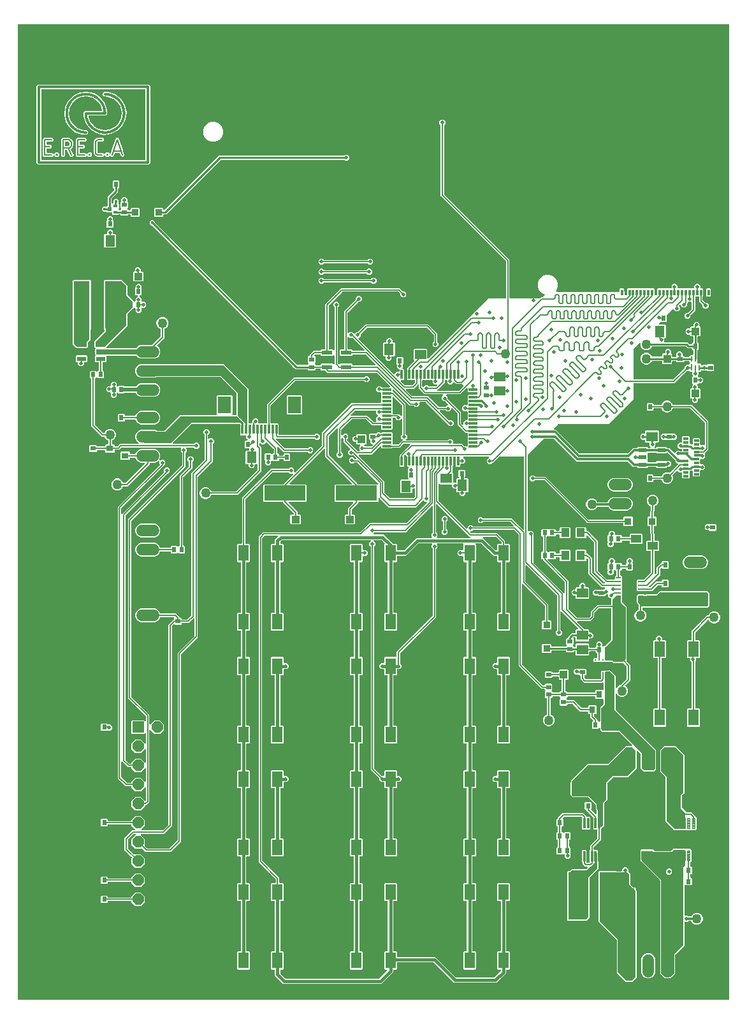
<source format=gbr>
G04 EAGLE Gerber RS-274X export*
G75*
%MOMM*%
%FSLAX34Y34*%
%LPD*%
%INTop Copper*%
%IPPOS*%
%AMOC8*
5,1,8,0,0,1.08239X$1,22.5*%
G01*
%ADD10R,1.500000X1.300000*%
%ADD11R,0.700000X0.600000*%
%ADD12R,0.600000X0.700000*%
%ADD13R,1.300000X1.500000*%
%ADD14R,1.100000X1.000000*%
%ADD15R,1.000000X1.100000*%
%ADD16R,1.100000X1.200000*%
%ADD17R,0.900000X0.950000*%
%ADD18R,0.950000X0.900000*%
%ADD19R,0.300000X1.400000*%
%ADD20R,1.200000X0.600000*%
%ADD21C,1.524000*%
%ADD22R,2.150000X6.300000*%
%ADD23R,1.400000X1.000000*%
%ADD24R,1.400000X2.100000*%
%ADD25R,1.500000X1.500000*%
%ADD26P,1.623585X8X292.500000*%
%ADD27C,0.120000*%
%ADD28R,1.660000X1.725000*%
%ADD29R,0.800000X0.900000*%
%ADD30R,0.280000X0.850078*%
%ADD31R,0.280000X0.750000*%
%ADD32R,0.230000X0.180000*%
%ADD33C,0.020800*%
%ADD34R,5.500000X2.000000*%
%ADD35R,1.200000X0.300000*%
%ADD36R,0.300000X1.200000*%
%ADD37R,1.400000X0.600000*%
%ADD38R,0.700000X0.250000*%
%ADD39R,1.700000X3.300000*%
%ADD40R,0.600000X0.400000*%
%ADD41R,0.600000X0.500000*%
%ADD42C,1.100000*%
%ADD43R,0.700000X0.300000*%
%ADD44R,0.700000X0.500000*%
%ADD45R,1.100000X0.600000*%
%ADD46R,0.972000X0.802000*%
%ADD47R,0.300000X1.300000*%
%ADD48R,1.800000X2.200000*%
%ADD49C,1.270000*%
%ADD50R,0.300000X0.800000*%
%ADD51R,0.400000X0.800000*%
%ADD52C,5.334000*%
%ADD53C,0.304800*%
%ADD54C,0.203200*%
%ADD55C,0.150000*%
%ADD56C,0.500000*%
%ADD57C,0.152400*%
%ADD58C,0.508000*%
%ADD59C,0.300000*%
%ADD60C,0.200000*%
%ADD61C,0.254000*%
%ADD62C,0.440000*%
%ADD63C,0.400000*%
%ADD64C,0.406400*%

G36*
X471564Y2510D02*
X471564Y2510D01*
X471628Y2509D01*
X471703Y2530D01*
X471779Y2541D01*
X471838Y2567D01*
X471900Y2584D01*
X471966Y2625D01*
X472036Y2657D01*
X472085Y2699D01*
X472140Y2732D01*
X472192Y2790D01*
X472250Y2840D01*
X472286Y2894D01*
X472329Y2942D01*
X472362Y3011D01*
X472405Y3076D01*
X472424Y3138D01*
X472452Y3195D01*
X472463Y3265D01*
X472487Y3346D01*
X472488Y3431D01*
X472499Y3500D01*
X472499Y1296500D01*
X472490Y1296564D01*
X472491Y1296628D01*
X472470Y1296703D01*
X472459Y1296779D01*
X472433Y1296838D01*
X472416Y1296900D01*
X472375Y1296966D01*
X472343Y1297036D01*
X472301Y1297085D01*
X472268Y1297140D01*
X472210Y1297192D01*
X472160Y1297250D01*
X472106Y1297286D01*
X472058Y1297329D01*
X471989Y1297362D01*
X471924Y1297405D01*
X471862Y1297424D01*
X471805Y1297452D01*
X471735Y1297463D01*
X471654Y1297487D01*
X471569Y1297488D01*
X471500Y1297499D01*
X-471500Y1297499D01*
X-471564Y1297490D01*
X-471628Y1297491D01*
X-471703Y1297470D01*
X-471779Y1297459D01*
X-471838Y1297433D01*
X-471900Y1297416D01*
X-471966Y1297375D01*
X-472036Y1297343D01*
X-472085Y1297301D01*
X-472140Y1297268D01*
X-472192Y1297210D01*
X-472250Y1297160D01*
X-472286Y1297106D01*
X-472329Y1297058D01*
X-472362Y1296989D01*
X-472405Y1296924D01*
X-472424Y1296862D01*
X-472452Y1296805D01*
X-472463Y1296735D01*
X-472487Y1296654D01*
X-472488Y1296569D01*
X-472499Y1296500D01*
X-472499Y3500D01*
X-472490Y3436D01*
X-472491Y3372D01*
X-472470Y3297D01*
X-472459Y3221D01*
X-472433Y3162D01*
X-472416Y3100D01*
X-472375Y3034D01*
X-472343Y2964D01*
X-472301Y2915D01*
X-472268Y2860D01*
X-472210Y2808D01*
X-472160Y2750D01*
X-472106Y2714D01*
X-472058Y2671D01*
X-471989Y2638D01*
X-471924Y2595D01*
X-471862Y2576D01*
X-471805Y2548D01*
X-471735Y2537D01*
X-471654Y2513D01*
X-471569Y2512D01*
X-471500Y2501D01*
X471500Y2501D01*
X471564Y2510D01*
G37*
%LPC*%
G36*
X-119963Y23467D02*
X-119963Y23467D01*
X-131033Y34537D01*
X-131033Y41500D01*
X-131041Y41561D01*
X-131041Y41599D01*
X-131041Y41601D01*
X-131041Y41628D01*
X-131062Y41703D01*
X-131073Y41779D01*
X-131099Y41838D01*
X-131116Y41900D01*
X-131157Y41966D01*
X-131189Y42036D01*
X-131231Y42085D01*
X-131264Y42140D01*
X-131322Y42192D01*
X-131372Y42250D01*
X-131426Y42286D01*
X-131474Y42329D01*
X-131543Y42362D01*
X-131608Y42405D01*
X-131670Y42424D01*
X-131727Y42452D01*
X-131797Y42463D01*
X-131878Y42487D01*
X-131963Y42488D01*
X-132032Y42499D01*
X-135122Y42499D01*
X-136001Y43378D01*
X-136001Y65622D01*
X-135122Y66501D01*
X-132032Y66501D01*
X-131968Y66510D01*
X-131904Y66509D01*
X-131829Y66530D01*
X-131753Y66541D01*
X-131694Y66567D01*
X-131632Y66584D01*
X-131566Y66625D01*
X-131496Y66657D01*
X-131447Y66699D01*
X-131392Y66732D01*
X-131340Y66790D01*
X-131282Y66840D01*
X-131246Y66894D01*
X-131203Y66942D01*
X-131170Y67011D01*
X-131127Y67076D01*
X-131108Y67138D01*
X-131080Y67195D01*
X-131069Y67265D01*
X-131045Y67346D01*
X-131044Y67431D01*
X-131033Y67500D01*
X-131033Y132500D01*
X-131042Y132564D01*
X-131041Y132628D01*
X-131062Y132703D01*
X-131073Y132779D01*
X-131099Y132838D01*
X-131116Y132900D01*
X-131157Y132966D01*
X-131189Y133036D01*
X-131231Y133085D01*
X-131264Y133140D01*
X-131322Y133192D01*
X-131372Y133250D01*
X-131426Y133286D01*
X-131474Y133329D01*
X-131543Y133362D01*
X-131608Y133405D01*
X-131670Y133424D01*
X-131727Y133452D01*
X-131797Y133463D01*
X-131878Y133487D01*
X-131963Y133488D01*
X-132032Y133499D01*
X-135122Y133499D01*
X-136001Y134378D01*
X-136001Y156622D01*
X-135122Y157501D01*
X-130750Y157501D01*
X-130686Y157510D01*
X-130622Y157509D01*
X-130547Y157530D01*
X-130471Y157541D01*
X-130412Y157567D01*
X-130350Y157584D01*
X-130284Y157625D01*
X-130214Y157657D01*
X-130165Y157699D01*
X-130110Y157732D01*
X-130058Y157790D01*
X-130000Y157840D01*
X-129964Y157894D01*
X-129921Y157942D01*
X-129888Y158011D01*
X-129845Y158076D01*
X-129826Y158138D01*
X-129798Y158195D01*
X-129787Y158265D01*
X-129763Y158346D01*
X-129762Y158431D01*
X-129751Y158500D01*
X-129751Y162154D01*
X-129764Y162249D01*
X-129769Y162345D01*
X-129784Y162388D01*
X-129791Y162433D01*
X-129830Y162520D01*
X-129862Y162611D01*
X-129887Y162646D01*
X-129907Y162690D01*
X-129990Y162787D01*
X-130043Y162860D01*
X-152251Y185068D01*
X-152251Y617432D01*
X-146432Y623251D01*
X-17846Y623251D01*
X-17751Y623264D01*
X-17655Y623269D01*
X-17612Y623284D01*
X-17567Y623291D01*
X-17480Y623330D01*
X-17389Y623362D01*
X-17354Y623387D01*
X-17310Y623407D01*
X-17213Y623490D01*
X-17140Y623543D01*
X-5432Y635251D01*
X43654Y635251D01*
X43749Y635264D01*
X43845Y635269D01*
X43888Y635284D01*
X43933Y635291D01*
X44020Y635330D01*
X44111Y635362D01*
X44146Y635387D01*
X44190Y635407D01*
X44287Y635490D01*
X44360Y635543D01*
X70610Y661793D01*
X70630Y661819D01*
X70654Y661840D01*
X70714Y661932D01*
X70780Y662019D01*
X70791Y662049D01*
X70809Y662076D01*
X70841Y662181D01*
X70879Y662283D01*
X70882Y662315D01*
X70891Y662346D01*
X70893Y662455D01*
X70901Y662564D01*
X70894Y662596D01*
X70895Y662628D01*
X70866Y662733D01*
X70843Y662840D01*
X70828Y662869D01*
X70820Y662900D01*
X70762Y662993D01*
X70711Y663089D01*
X70688Y663112D01*
X70672Y663140D01*
X70590Y663213D01*
X70514Y663291D01*
X70486Y663307D01*
X70462Y663329D01*
X70364Y663376D01*
X70269Y663430D01*
X70237Y663438D01*
X70208Y663452D01*
X70119Y663466D01*
X69994Y663495D01*
X69946Y663493D01*
X69904Y663499D01*
X68593Y663499D01*
X66844Y665248D01*
X66793Y665287D01*
X66748Y665333D01*
X66680Y665371D01*
X66619Y665417D01*
X66559Y665440D01*
X66503Y665472D01*
X66427Y665489D01*
X66355Y665517D01*
X66291Y665522D01*
X66228Y665537D01*
X66151Y665533D01*
X66074Y665539D01*
X66011Y665525D01*
X65946Y665522D01*
X65873Y665497D01*
X65797Y665481D01*
X65741Y665451D01*
X65680Y665430D01*
X65623Y665388D01*
X65548Y665349D01*
X65488Y665289D01*
X65431Y665248D01*
X56432Y656249D01*
X20068Y656249D01*
X18457Y657860D01*
X8207Y668110D01*
X8181Y668130D01*
X8160Y668154D01*
X8068Y668214D01*
X7981Y668280D01*
X7951Y668291D01*
X7924Y668309D01*
X7819Y668341D01*
X7717Y668379D01*
X7685Y668382D01*
X7654Y668391D01*
X7545Y668393D01*
X7436Y668401D01*
X7404Y668394D01*
X7372Y668395D01*
X7267Y668366D01*
X7160Y668343D01*
X7131Y668328D01*
X7100Y668320D01*
X7007Y668262D01*
X6911Y668211D01*
X6888Y668188D01*
X6860Y668172D01*
X6787Y668090D01*
X6709Y668014D01*
X6693Y667986D01*
X6671Y667962D01*
X6624Y667864D01*
X6570Y667769D01*
X6562Y667737D01*
X6548Y667708D01*
X6534Y667619D01*
X6505Y667494D01*
X6507Y667446D01*
X6501Y667404D01*
X6501Y664378D01*
X5622Y663499D01*
X-19000Y663499D01*
X-19064Y663490D01*
X-19128Y663491D01*
X-19203Y663470D01*
X-19279Y663459D01*
X-19338Y663433D01*
X-19400Y663416D01*
X-19466Y663375D01*
X-19536Y663343D01*
X-19585Y663301D01*
X-19640Y663268D01*
X-19692Y663210D01*
X-19750Y663160D01*
X-19786Y663106D01*
X-19829Y663058D01*
X-19862Y662989D01*
X-19905Y662924D01*
X-19924Y662862D01*
X-19952Y662805D01*
X-19963Y662735D01*
X-19987Y662654D01*
X-19988Y662569D01*
X-19999Y662500D01*
X-19999Y661964D01*
X-28707Y653257D01*
X-28764Y653180D01*
X-28829Y653109D01*
X-28849Y653068D01*
X-28876Y653031D01*
X-28910Y652941D01*
X-28952Y652855D01*
X-28958Y652813D01*
X-28975Y652767D01*
X-28985Y652640D01*
X-28999Y652550D01*
X-28999Y647500D01*
X-28990Y647436D01*
X-28991Y647372D01*
X-28970Y647297D01*
X-28959Y647221D01*
X-28933Y647162D01*
X-28916Y647100D01*
X-28875Y647034D01*
X-28843Y646964D01*
X-28801Y646915D01*
X-28768Y646860D01*
X-28710Y646808D01*
X-28660Y646750D01*
X-28606Y646714D01*
X-28558Y646671D01*
X-28489Y646638D01*
X-28424Y646595D01*
X-28362Y646576D01*
X-28305Y646548D01*
X-28235Y646537D01*
X-28154Y646513D01*
X-28069Y646512D01*
X-28000Y646501D01*
X-25378Y646501D01*
X-24499Y645622D01*
X-24499Y634378D01*
X-25378Y633499D01*
X-37622Y633499D01*
X-38501Y634378D01*
X-38501Y645622D01*
X-37622Y646501D01*
X-35000Y646501D01*
X-34936Y646510D01*
X-34872Y646509D01*
X-34797Y646530D01*
X-34721Y646541D01*
X-34662Y646567D01*
X-34600Y646584D01*
X-34534Y646625D01*
X-34464Y646657D01*
X-34415Y646699D01*
X-34360Y646732D01*
X-34308Y646790D01*
X-34250Y646840D01*
X-34214Y646894D01*
X-34171Y646942D01*
X-34138Y647011D01*
X-34095Y647076D01*
X-34076Y647138D01*
X-34048Y647195D01*
X-34037Y647265D01*
X-34013Y647346D01*
X-34012Y647431D01*
X-34001Y647500D01*
X-34001Y655036D01*
X-27243Y661793D01*
X-27224Y661819D01*
X-27199Y661840D01*
X-27139Y661932D01*
X-27074Y662019D01*
X-27062Y662049D01*
X-27045Y662076D01*
X-27013Y662181D01*
X-26974Y662283D01*
X-26972Y662315D01*
X-26962Y662346D01*
X-26961Y662455D01*
X-26953Y662564D01*
X-26959Y662596D01*
X-26959Y662628D01*
X-26988Y662733D01*
X-27010Y662840D01*
X-27025Y662869D01*
X-27034Y662900D01*
X-27091Y662993D01*
X-27143Y663089D01*
X-27165Y663112D01*
X-27182Y663140D01*
X-27263Y663213D01*
X-27339Y663291D01*
X-27367Y663307D01*
X-27391Y663329D01*
X-27490Y663376D01*
X-27585Y663430D01*
X-27616Y663438D01*
X-27645Y663452D01*
X-27734Y663466D01*
X-27859Y663495D01*
X-27908Y663493D01*
X-27950Y663499D01*
X-50622Y663499D01*
X-51501Y664378D01*
X-51501Y685622D01*
X-50622Y686501D01*
X-29450Y686501D01*
X-29418Y686505D01*
X-29386Y686503D01*
X-29279Y686525D01*
X-29170Y686541D01*
X-29141Y686554D01*
X-29110Y686560D01*
X-29013Y686612D01*
X-28914Y686657D01*
X-28889Y686678D01*
X-28861Y686693D01*
X-28782Y686769D01*
X-28699Y686840D01*
X-28682Y686867D01*
X-28659Y686890D01*
X-28605Y686985D01*
X-28545Y687076D01*
X-28535Y687107D01*
X-28519Y687135D01*
X-28494Y687242D01*
X-28462Y687346D01*
X-28462Y687378D01*
X-28455Y687409D01*
X-28460Y687519D01*
X-28459Y687628D01*
X-28467Y687659D01*
X-28469Y687691D01*
X-28505Y687794D01*
X-28534Y687900D01*
X-28551Y687927D01*
X-28561Y687958D01*
X-28615Y688031D01*
X-28682Y688140D01*
X-28718Y688172D01*
X-28743Y688207D01*
X-62243Y721707D01*
X-64001Y723464D01*
X-64001Y733050D01*
X-64005Y733082D01*
X-64003Y733114D01*
X-64025Y733221D01*
X-64041Y733330D01*
X-64054Y733359D01*
X-64060Y733390D01*
X-64112Y733487D01*
X-64157Y733586D01*
X-64178Y733611D01*
X-64193Y733639D01*
X-64269Y733718D01*
X-64340Y733801D01*
X-64367Y733818D01*
X-64390Y733841D01*
X-64485Y733895D01*
X-64576Y733955D01*
X-64607Y733965D01*
X-64635Y733981D01*
X-64742Y734006D01*
X-64846Y734038D01*
X-64878Y734038D01*
X-64909Y734045D01*
X-65019Y734040D01*
X-65128Y734041D01*
X-65159Y734033D01*
X-65191Y734031D01*
X-65294Y733995D01*
X-65400Y733966D01*
X-65427Y733949D01*
X-65458Y733939D01*
X-65531Y733885D01*
X-65640Y733818D01*
X-65672Y733782D01*
X-65707Y733757D01*
X-111257Y688207D01*
X-111276Y688181D01*
X-111301Y688160D01*
X-111361Y688068D01*
X-111426Y687981D01*
X-111438Y687951D01*
X-111455Y687924D01*
X-111487Y687819D01*
X-111526Y687717D01*
X-111528Y687685D01*
X-111538Y687654D01*
X-111539Y687545D01*
X-111547Y687436D01*
X-111541Y687404D01*
X-111541Y687372D01*
X-111512Y687267D01*
X-111490Y687160D01*
X-111475Y687131D01*
X-111466Y687100D01*
X-111409Y687007D01*
X-111357Y686911D01*
X-111335Y686888D01*
X-111318Y686860D01*
X-111237Y686787D01*
X-111161Y686709D01*
X-111133Y686693D01*
X-111109Y686671D01*
X-111010Y686624D01*
X-110915Y686570D01*
X-110884Y686562D01*
X-110855Y686548D01*
X-110766Y686534D01*
X-110641Y686505D01*
X-110592Y686507D01*
X-110550Y686501D01*
X-89378Y686501D01*
X-88499Y685622D01*
X-88499Y664378D01*
X-89378Y663499D01*
X-111550Y663499D01*
X-111582Y663495D01*
X-111614Y663497D01*
X-111721Y663475D01*
X-111830Y663459D01*
X-111859Y663446D01*
X-111890Y663440D01*
X-111987Y663388D01*
X-112086Y663343D01*
X-112111Y663322D01*
X-112139Y663307D01*
X-112218Y663231D01*
X-112301Y663160D01*
X-112318Y663133D01*
X-112341Y663110D01*
X-112395Y663015D01*
X-112455Y662924D01*
X-112465Y662893D01*
X-112481Y662865D01*
X-112506Y662758D01*
X-112538Y662654D01*
X-112538Y662622D01*
X-112545Y662591D01*
X-112540Y662481D01*
X-112541Y662372D01*
X-112533Y662341D01*
X-112531Y662309D01*
X-112495Y662206D01*
X-112466Y662100D01*
X-112449Y662073D01*
X-112439Y662042D01*
X-112385Y661969D01*
X-112318Y661860D01*
X-112282Y661828D01*
X-112257Y661793D01*
X-100999Y650536D01*
X-100999Y647500D01*
X-100990Y647436D01*
X-100991Y647372D01*
X-100970Y647297D01*
X-100959Y647221D01*
X-100933Y647162D01*
X-100916Y647100D01*
X-100875Y647034D01*
X-100843Y646964D01*
X-100801Y646915D01*
X-100768Y646860D01*
X-100710Y646808D01*
X-100660Y646750D01*
X-100606Y646714D01*
X-100558Y646671D01*
X-100489Y646638D01*
X-100424Y646595D01*
X-100362Y646576D01*
X-100305Y646548D01*
X-100235Y646537D01*
X-100154Y646513D01*
X-100069Y646512D01*
X-100000Y646501D01*
X-97378Y646501D01*
X-96499Y645622D01*
X-96499Y634378D01*
X-97378Y633499D01*
X-109622Y633499D01*
X-110501Y634378D01*
X-110501Y645622D01*
X-109622Y646501D01*
X-107000Y646501D01*
X-106936Y646510D01*
X-106872Y646509D01*
X-106797Y646530D01*
X-106721Y646541D01*
X-106662Y646567D01*
X-106600Y646584D01*
X-106534Y646625D01*
X-106464Y646657D01*
X-106415Y646699D01*
X-106360Y646732D01*
X-106308Y646790D01*
X-106250Y646840D01*
X-106214Y646894D01*
X-106171Y646942D01*
X-106138Y647011D01*
X-106095Y647076D01*
X-106076Y647138D01*
X-106048Y647195D01*
X-106037Y647265D01*
X-106013Y647346D01*
X-106012Y647431D01*
X-106001Y647500D01*
X-106001Y648050D01*
X-106009Y648111D01*
X-106009Y648144D01*
X-106015Y648167D01*
X-106019Y648241D01*
X-106034Y648284D01*
X-106041Y648329D01*
X-106080Y648417D01*
X-106112Y648508D01*
X-106137Y648542D01*
X-106157Y648586D01*
X-106240Y648684D01*
X-106293Y648757D01*
X-120001Y662464D01*
X-120001Y662500D01*
X-120010Y662564D01*
X-120009Y662628D01*
X-120030Y662703D01*
X-120041Y662779D01*
X-120067Y662838D01*
X-120084Y662900D01*
X-120125Y662966D01*
X-120157Y663036D01*
X-120199Y663085D01*
X-120232Y663140D01*
X-120290Y663192D01*
X-120340Y663250D01*
X-120394Y663286D01*
X-120442Y663329D01*
X-120511Y663362D01*
X-120576Y663405D01*
X-120638Y663424D01*
X-120695Y663452D01*
X-120765Y663463D01*
X-120846Y663487D01*
X-120931Y663488D01*
X-121000Y663499D01*
X-145622Y663499D01*
X-146501Y664378D01*
X-146501Y685622D01*
X-145622Y686501D01*
X-120450Y686501D01*
X-120355Y686514D01*
X-120259Y686519D01*
X-120216Y686534D01*
X-120171Y686541D01*
X-120083Y686580D01*
X-119992Y686612D01*
X-119958Y686637D01*
X-119914Y686657D01*
X-119816Y686740D01*
X-119743Y686793D01*
X-107243Y699293D01*
X-107231Y699310D01*
X-107222Y699317D01*
X-107217Y699325D01*
X-107199Y699340D01*
X-107139Y699432D01*
X-107074Y699519D01*
X-107062Y699549D01*
X-107045Y699576D01*
X-107013Y699681D01*
X-106974Y699783D01*
X-106972Y699815D01*
X-106962Y699846D01*
X-106961Y699955D01*
X-106953Y700064D01*
X-106959Y700096D01*
X-106959Y700128D01*
X-106988Y700233D01*
X-107010Y700340D01*
X-107025Y700369D01*
X-107034Y700400D01*
X-107091Y700493D01*
X-107143Y700589D01*
X-107165Y700612D01*
X-107182Y700640D01*
X-107263Y700713D01*
X-107339Y700791D01*
X-107367Y700807D01*
X-107391Y700829D01*
X-107490Y700876D01*
X-107585Y700930D01*
X-107616Y700938D01*
X-107645Y700952D01*
X-107734Y700966D01*
X-107859Y700995D01*
X-107908Y700993D01*
X-107950Y700999D01*
X-111157Y700999D01*
X-112615Y702457D01*
X-112691Y702514D01*
X-112763Y702579D01*
X-112804Y702599D01*
X-112840Y702626D01*
X-112930Y702660D01*
X-113016Y702702D01*
X-113059Y702708D01*
X-113104Y702725D01*
X-113232Y702735D01*
X-113321Y702749D01*
X-133654Y702749D01*
X-133749Y702736D01*
X-133845Y702731D01*
X-133888Y702716D01*
X-133933Y702709D01*
X-134020Y702670D01*
X-134111Y702638D01*
X-134146Y702613D01*
X-134190Y702593D01*
X-134287Y702510D01*
X-134360Y702457D01*
X-169957Y666860D01*
X-170014Y666784D01*
X-170079Y666712D01*
X-170099Y666671D01*
X-170126Y666635D01*
X-170160Y666545D01*
X-170202Y666458D01*
X-170208Y666416D01*
X-170225Y666371D01*
X-170235Y666243D01*
X-170249Y666154D01*
X-170249Y608500D01*
X-170240Y608436D01*
X-170241Y608372D01*
X-170220Y608297D01*
X-170209Y608221D01*
X-170183Y608162D01*
X-170166Y608100D01*
X-170125Y608034D01*
X-170093Y607964D01*
X-170051Y607915D01*
X-170018Y607860D01*
X-169960Y607808D01*
X-169910Y607750D01*
X-169856Y607714D01*
X-169808Y607671D01*
X-169739Y607638D01*
X-169674Y607595D01*
X-169612Y607576D01*
X-169555Y607548D01*
X-169485Y607537D01*
X-169404Y607513D01*
X-169319Y607512D01*
X-169250Y607501D01*
X-164878Y607501D01*
X-163999Y606622D01*
X-163999Y584378D01*
X-164878Y583499D01*
X-167968Y583499D01*
X-168032Y583490D01*
X-168096Y583491D01*
X-168171Y583470D01*
X-168247Y583459D01*
X-168306Y583433D01*
X-168368Y583416D01*
X-168434Y583375D01*
X-168504Y583343D01*
X-168553Y583301D01*
X-168608Y583268D01*
X-168660Y583210D01*
X-168718Y583160D01*
X-168754Y583106D01*
X-168797Y583058D01*
X-168830Y582989D01*
X-168873Y582924D01*
X-168892Y582862D01*
X-168920Y582805D01*
X-168931Y582735D01*
X-168955Y582654D01*
X-168956Y582569D01*
X-168967Y582500D01*
X-168967Y517500D01*
X-168958Y517436D01*
X-168959Y517372D01*
X-168938Y517297D01*
X-168927Y517221D01*
X-168901Y517162D01*
X-168884Y517100D01*
X-168843Y517034D01*
X-168811Y516964D01*
X-168769Y516915D01*
X-168736Y516860D01*
X-168678Y516808D01*
X-168628Y516750D01*
X-168574Y516714D01*
X-168526Y516671D01*
X-168457Y516638D01*
X-168392Y516595D01*
X-168330Y516576D01*
X-168273Y516548D01*
X-168203Y516537D01*
X-168122Y516513D01*
X-168037Y516512D01*
X-167968Y516501D01*
X-164878Y516501D01*
X-163999Y515622D01*
X-163999Y493378D01*
X-164878Y492499D01*
X-167968Y492499D01*
X-168032Y492490D01*
X-168096Y492491D01*
X-168171Y492470D01*
X-168247Y492459D01*
X-168306Y492433D01*
X-168368Y492416D01*
X-168434Y492375D01*
X-168504Y492343D01*
X-168553Y492301D01*
X-168608Y492268D01*
X-168660Y492210D01*
X-168718Y492160D01*
X-168754Y492106D01*
X-168797Y492058D01*
X-168830Y491989D01*
X-168873Y491924D01*
X-168892Y491862D01*
X-168920Y491805D01*
X-168931Y491735D01*
X-168955Y491654D01*
X-168956Y491569D01*
X-168967Y491500D01*
X-168967Y458500D01*
X-168958Y458436D01*
X-168959Y458372D01*
X-168938Y458297D01*
X-168927Y458221D01*
X-168901Y458162D01*
X-168884Y458100D01*
X-168843Y458034D01*
X-168811Y457964D01*
X-168769Y457915D01*
X-168736Y457860D01*
X-168678Y457808D01*
X-168628Y457750D01*
X-168574Y457714D01*
X-168526Y457671D01*
X-168457Y457638D01*
X-168392Y457595D01*
X-168330Y457576D01*
X-168273Y457548D01*
X-168203Y457537D01*
X-168122Y457513D01*
X-168037Y457512D01*
X-167968Y457501D01*
X-164878Y457501D01*
X-163999Y456622D01*
X-163999Y434378D01*
X-164878Y433499D01*
X-167968Y433499D01*
X-168032Y433490D01*
X-168096Y433491D01*
X-168171Y433470D01*
X-168247Y433459D01*
X-168306Y433433D01*
X-168368Y433416D01*
X-168434Y433375D01*
X-168504Y433343D01*
X-168553Y433301D01*
X-168608Y433268D01*
X-168660Y433210D01*
X-168718Y433160D01*
X-168754Y433106D01*
X-168797Y433058D01*
X-168830Y432989D01*
X-168873Y432924D01*
X-168892Y432862D01*
X-168920Y432805D01*
X-168931Y432735D01*
X-168955Y432654D01*
X-168956Y432569D01*
X-168967Y432500D01*
X-168967Y367500D01*
X-168958Y367436D01*
X-168959Y367372D01*
X-168938Y367297D01*
X-168927Y367221D01*
X-168901Y367162D01*
X-168884Y367100D01*
X-168843Y367034D01*
X-168811Y366964D01*
X-168769Y366915D01*
X-168736Y366860D01*
X-168678Y366808D01*
X-168628Y366750D01*
X-168574Y366714D01*
X-168526Y366671D01*
X-168457Y366638D01*
X-168392Y366595D01*
X-168330Y366576D01*
X-168273Y366548D01*
X-168203Y366537D01*
X-168122Y366513D01*
X-168037Y366512D01*
X-167968Y366501D01*
X-164878Y366501D01*
X-163999Y365622D01*
X-163999Y343378D01*
X-164878Y342499D01*
X-167968Y342499D01*
X-168032Y342490D01*
X-168096Y342491D01*
X-168171Y342470D01*
X-168247Y342459D01*
X-168306Y342433D01*
X-168368Y342416D01*
X-168434Y342375D01*
X-168504Y342343D01*
X-168553Y342301D01*
X-168608Y342268D01*
X-168660Y342210D01*
X-168718Y342160D01*
X-168754Y342106D01*
X-168797Y342058D01*
X-168830Y341989D01*
X-168873Y341924D01*
X-168892Y341862D01*
X-168920Y341805D01*
X-168931Y341735D01*
X-168955Y341654D01*
X-168956Y341569D01*
X-168967Y341500D01*
X-168967Y308500D01*
X-168958Y308436D01*
X-168959Y308372D01*
X-168938Y308297D01*
X-168927Y308221D01*
X-168901Y308162D01*
X-168884Y308100D01*
X-168843Y308034D01*
X-168811Y307964D01*
X-168769Y307915D01*
X-168736Y307860D01*
X-168678Y307808D01*
X-168628Y307750D01*
X-168574Y307714D01*
X-168526Y307671D01*
X-168457Y307638D01*
X-168392Y307595D01*
X-168330Y307576D01*
X-168273Y307548D01*
X-168203Y307537D01*
X-168122Y307513D01*
X-168037Y307512D01*
X-167968Y307501D01*
X-164878Y307501D01*
X-163999Y306622D01*
X-163999Y284378D01*
X-164878Y283499D01*
X-167968Y283499D01*
X-168032Y283490D01*
X-168096Y283491D01*
X-168171Y283470D01*
X-168247Y283459D01*
X-168306Y283433D01*
X-168368Y283416D01*
X-168434Y283375D01*
X-168504Y283343D01*
X-168553Y283301D01*
X-168608Y283268D01*
X-168660Y283210D01*
X-168718Y283160D01*
X-168754Y283106D01*
X-168797Y283058D01*
X-168830Y282989D01*
X-168873Y282924D01*
X-168892Y282862D01*
X-168920Y282805D01*
X-168931Y282735D01*
X-168955Y282654D01*
X-168956Y282569D01*
X-168967Y282500D01*
X-168967Y217500D01*
X-168958Y217436D01*
X-168959Y217372D01*
X-168938Y217297D01*
X-168927Y217221D01*
X-168901Y217162D01*
X-168884Y217100D01*
X-168843Y217034D01*
X-168811Y216964D01*
X-168769Y216915D01*
X-168736Y216860D01*
X-168678Y216808D01*
X-168628Y216750D01*
X-168574Y216714D01*
X-168526Y216671D01*
X-168457Y216638D01*
X-168392Y216595D01*
X-168330Y216576D01*
X-168273Y216548D01*
X-168203Y216537D01*
X-168122Y216513D01*
X-168037Y216512D01*
X-167968Y216501D01*
X-164878Y216501D01*
X-163999Y215622D01*
X-163999Y193378D01*
X-164878Y192499D01*
X-167968Y192499D01*
X-168032Y192490D01*
X-168096Y192491D01*
X-168171Y192470D01*
X-168247Y192459D01*
X-168306Y192433D01*
X-168368Y192416D01*
X-168434Y192375D01*
X-168504Y192343D01*
X-168553Y192301D01*
X-168608Y192268D01*
X-168660Y192210D01*
X-168718Y192160D01*
X-168754Y192106D01*
X-168797Y192058D01*
X-168830Y191989D01*
X-168873Y191924D01*
X-168892Y191862D01*
X-168920Y191805D01*
X-168931Y191735D01*
X-168955Y191654D01*
X-168956Y191569D01*
X-168967Y191500D01*
X-168967Y158500D01*
X-168958Y158436D01*
X-168959Y158372D01*
X-168938Y158297D01*
X-168927Y158221D01*
X-168901Y158162D01*
X-168884Y158100D01*
X-168843Y158034D01*
X-168811Y157964D01*
X-168769Y157915D01*
X-168736Y157860D01*
X-168678Y157808D01*
X-168628Y157750D01*
X-168574Y157714D01*
X-168526Y157671D01*
X-168457Y157638D01*
X-168392Y157595D01*
X-168330Y157576D01*
X-168273Y157548D01*
X-168203Y157537D01*
X-168122Y157513D01*
X-168037Y157512D01*
X-167968Y157501D01*
X-164878Y157501D01*
X-163999Y156622D01*
X-163999Y134378D01*
X-164878Y133499D01*
X-167968Y133499D01*
X-168032Y133490D01*
X-168096Y133491D01*
X-168171Y133470D01*
X-168247Y133459D01*
X-168306Y133433D01*
X-168368Y133416D01*
X-168434Y133375D01*
X-168504Y133343D01*
X-168553Y133301D01*
X-168608Y133268D01*
X-168660Y133210D01*
X-168718Y133160D01*
X-168754Y133106D01*
X-168797Y133058D01*
X-168830Y132989D01*
X-168873Y132924D01*
X-168892Y132862D01*
X-168920Y132805D01*
X-168931Y132735D01*
X-168955Y132654D01*
X-168956Y132569D01*
X-168967Y132500D01*
X-168967Y67500D01*
X-168958Y67436D01*
X-168959Y67372D01*
X-168938Y67297D01*
X-168927Y67221D01*
X-168901Y67162D01*
X-168884Y67100D01*
X-168843Y67034D01*
X-168811Y66964D01*
X-168769Y66915D01*
X-168736Y66860D01*
X-168678Y66808D01*
X-168628Y66750D01*
X-168574Y66714D01*
X-168526Y66671D01*
X-168457Y66638D01*
X-168392Y66595D01*
X-168330Y66576D01*
X-168273Y66548D01*
X-168203Y66537D01*
X-168122Y66513D01*
X-168037Y66512D01*
X-167968Y66501D01*
X-164878Y66501D01*
X-163999Y65622D01*
X-163999Y43378D01*
X-164878Y42499D01*
X-180122Y42499D01*
X-181001Y43378D01*
X-181001Y65622D01*
X-180122Y66501D01*
X-177032Y66501D01*
X-176968Y66510D01*
X-176904Y66509D01*
X-176829Y66530D01*
X-176753Y66541D01*
X-176694Y66567D01*
X-176632Y66584D01*
X-176566Y66625D01*
X-176496Y66657D01*
X-176447Y66699D01*
X-176392Y66732D01*
X-176340Y66790D01*
X-176282Y66840D01*
X-176246Y66894D01*
X-176203Y66942D01*
X-176170Y67011D01*
X-176127Y67076D01*
X-176108Y67138D01*
X-176080Y67195D01*
X-176069Y67265D01*
X-176045Y67346D01*
X-176044Y67431D01*
X-176033Y67500D01*
X-176033Y132500D01*
X-176042Y132564D01*
X-176041Y132628D01*
X-176062Y132703D01*
X-176073Y132779D01*
X-176099Y132838D01*
X-176116Y132900D01*
X-176157Y132966D01*
X-176189Y133036D01*
X-176231Y133085D01*
X-176264Y133140D01*
X-176322Y133192D01*
X-176372Y133250D01*
X-176426Y133286D01*
X-176474Y133329D01*
X-176543Y133362D01*
X-176608Y133405D01*
X-176670Y133424D01*
X-176727Y133452D01*
X-176797Y133463D01*
X-176878Y133487D01*
X-176963Y133488D01*
X-177032Y133499D01*
X-180122Y133499D01*
X-181001Y134378D01*
X-181001Y156622D01*
X-180122Y157501D01*
X-177032Y157501D01*
X-176968Y157510D01*
X-176904Y157509D01*
X-176829Y157530D01*
X-176753Y157541D01*
X-176694Y157567D01*
X-176632Y157584D01*
X-176566Y157625D01*
X-176496Y157657D01*
X-176447Y157699D01*
X-176392Y157732D01*
X-176340Y157790D01*
X-176282Y157840D01*
X-176246Y157894D01*
X-176203Y157942D01*
X-176170Y158011D01*
X-176127Y158076D01*
X-176108Y158138D01*
X-176080Y158195D01*
X-176069Y158265D01*
X-176045Y158346D01*
X-176044Y158431D01*
X-176033Y158500D01*
X-176033Y191500D01*
X-176042Y191564D01*
X-176041Y191628D01*
X-176062Y191703D01*
X-176073Y191779D01*
X-176099Y191838D01*
X-176116Y191900D01*
X-176157Y191966D01*
X-176189Y192036D01*
X-176231Y192085D01*
X-176264Y192140D01*
X-176322Y192192D01*
X-176372Y192250D01*
X-176426Y192286D01*
X-176474Y192329D01*
X-176543Y192362D01*
X-176608Y192405D01*
X-176670Y192424D01*
X-176727Y192452D01*
X-176797Y192463D01*
X-176878Y192487D01*
X-176963Y192488D01*
X-177032Y192499D01*
X-180122Y192499D01*
X-181001Y193378D01*
X-181001Y215622D01*
X-180122Y216501D01*
X-177032Y216501D01*
X-176968Y216510D01*
X-176904Y216509D01*
X-176829Y216530D01*
X-176753Y216541D01*
X-176694Y216567D01*
X-176632Y216584D01*
X-176566Y216625D01*
X-176496Y216657D01*
X-176447Y216699D01*
X-176392Y216732D01*
X-176340Y216790D01*
X-176282Y216840D01*
X-176246Y216894D01*
X-176203Y216942D01*
X-176170Y217011D01*
X-176127Y217076D01*
X-176108Y217138D01*
X-176080Y217195D01*
X-176069Y217265D01*
X-176045Y217346D01*
X-176044Y217431D01*
X-176033Y217500D01*
X-176033Y282500D01*
X-176042Y282564D01*
X-176041Y282628D01*
X-176062Y282703D01*
X-176073Y282779D01*
X-176099Y282838D01*
X-176116Y282900D01*
X-176157Y282966D01*
X-176189Y283036D01*
X-176231Y283085D01*
X-176264Y283140D01*
X-176322Y283192D01*
X-176372Y283250D01*
X-176426Y283286D01*
X-176474Y283329D01*
X-176543Y283362D01*
X-176608Y283405D01*
X-176670Y283424D01*
X-176727Y283452D01*
X-176797Y283463D01*
X-176878Y283487D01*
X-176963Y283488D01*
X-177032Y283499D01*
X-180122Y283499D01*
X-181001Y284378D01*
X-181001Y306622D01*
X-180122Y307501D01*
X-177032Y307501D01*
X-176968Y307510D01*
X-176904Y307509D01*
X-176829Y307530D01*
X-176753Y307541D01*
X-176694Y307567D01*
X-176632Y307584D01*
X-176566Y307625D01*
X-176496Y307657D01*
X-176447Y307699D01*
X-176392Y307732D01*
X-176340Y307790D01*
X-176282Y307840D01*
X-176246Y307894D01*
X-176203Y307942D01*
X-176170Y308011D01*
X-176127Y308076D01*
X-176108Y308138D01*
X-176080Y308195D01*
X-176069Y308265D01*
X-176045Y308346D01*
X-176044Y308431D01*
X-176033Y308500D01*
X-176033Y341500D01*
X-176042Y341564D01*
X-176041Y341628D01*
X-176062Y341703D01*
X-176073Y341779D01*
X-176099Y341838D01*
X-176116Y341900D01*
X-176157Y341966D01*
X-176189Y342036D01*
X-176231Y342085D01*
X-176264Y342140D01*
X-176322Y342192D01*
X-176372Y342250D01*
X-176426Y342286D01*
X-176474Y342329D01*
X-176543Y342362D01*
X-176608Y342405D01*
X-176670Y342424D01*
X-176727Y342452D01*
X-176797Y342463D01*
X-176878Y342487D01*
X-176963Y342488D01*
X-177032Y342499D01*
X-180122Y342499D01*
X-181001Y343378D01*
X-181001Y365622D01*
X-180122Y366501D01*
X-177032Y366501D01*
X-176968Y366510D01*
X-176904Y366509D01*
X-176829Y366530D01*
X-176753Y366541D01*
X-176694Y366567D01*
X-176632Y366584D01*
X-176566Y366625D01*
X-176496Y366657D01*
X-176447Y366699D01*
X-176392Y366732D01*
X-176340Y366790D01*
X-176282Y366840D01*
X-176246Y366894D01*
X-176203Y366942D01*
X-176170Y367011D01*
X-176127Y367076D01*
X-176108Y367138D01*
X-176080Y367195D01*
X-176069Y367265D01*
X-176045Y367346D01*
X-176044Y367431D01*
X-176033Y367500D01*
X-176033Y432500D01*
X-176042Y432564D01*
X-176041Y432628D01*
X-176062Y432703D01*
X-176073Y432779D01*
X-176099Y432838D01*
X-176116Y432900D01*
X-176157Y432966D01*
X-176189Y433036D01*
X-176231Y433085D01*
X-176264Y433140D01*
X-176322Y433192D01*
X-176372Y433250D01*
X-176426Y433286D01*
X-176474Y433329D01*
X-176543Y433362D01*
X-176608Y433405D01*
X-176670Y433424D01*
X-176727Y433452D01*
X-176797Y433463D01*
X-176878Y433487D01*
X-176963Y433488D01*
X-177032Y433499D01*
X-180122Y433499D01*
X-181001Y434378D01*
X-181001Y456622D01*
X-180122Y457501D01*
X-177032Y457501D01*
X-176968Y457510D01*
X-176904Y457509D01*
X-176829Y457530D01*
X-176753Y457541D01*
X-176694Y457567D01*
X-176632Y457584D01*
X-176566Y457625D01*
X-176496Y457657D01*
X-176447Y457699D01*
X-176392Y457732D01*
X-176340Y457790D01*
X-176282Y457840D01*
X-176246Y457894D01*
X-176203Y457942D01*
X-176170Y458011D01*
X-176127Y458076D01*
X-176108Y458138D01*
X-176080Y458195D01*
X-176069Y458265D01*
X-176045Y458346D01*
X-176044Y458431D01*
X-176033Y458500D01*
X-176033Y491500D01*
X-176042Y491564D01*
X-176041Y491628D01*
X-176062Y491703D01*
X-176073Y491779D01*
X-176099Y491838D01*
X-176116Y491900D01*
X-176157Y491966D01*
X-176189Y492036D01*
X-176231Y492085D01*
X-176264Y492140D01*
X-176322Y492192D01*
X-176372Y492250D01*
X-176426Y492286D01*
X-176474Y492329D01*
X-176543Y492362D01*
X-176608Y492405D01*
X-176670Y492424D01*
X-176727Y492452D01*
X-176797Y492463D01*
X-176878Y492487D01*
X-176963Y492488D01*
X-177032Y492499D01*
X-180122Y492499D01*
X-181001Y493378D01*
X-181001Y515622D01*
X-180122Y516501D01*
X-177032Y516501D01*
X-176968Y516510D01*
X-176904Y516509D01*
X-176829Y516530D01*
X-176753Y516541D01*
X-176694Y516567D01*
X-176632Y516584D01*
X-176566Y516625D01*
X-176496Y516657D01*
X-176447Y516699D01*
X-176392Y516732D01*
X-176340Y516790D01*
X-176282Y516840D01*
X-176246Y516894D01*
X-176203Y516942D01*
X-176170Y517011D01*
X-176127Y517076D01*
X-176108Y517138D01*
X-176080Y517195D01*
X-176069Y517265D01*
X-176045Y517346D01*
X-176044Y517431D01*
X-176033Y517500D01*
X-176033Y582500D01*
X-176042Y582564D01*
X-176041Y582628D01*
X-176062Y582703D01*
X-176073Y582779D01*
X-176099Y582838D01*
X-176116Y582900D01*
X-176157Y582966D01*
X-176189Y583036D01*
X-176231Y583085D01*
X-176264Y583140D01*
X-176322Y583192D01*
X-176372Y583250D01*
X-176426Y583286D01*
X-176474Y583329D01*
X-176543Y583362D01*
X-176608Y583405D01*
X-176670Y583424D01*
X-176727Y583452D01*
X-176797Y583463D01*
X-176878Y583487D01*
X-176963Y583488D01*
X-177032Y583499D01*
X-180122Y583499D01*
X-181001Y584378D01*
X-181001Y606622D01*
X-180122Y607501D01*
X-175750Y607501D01*
X-175686Y607510D01*
X-175622Y607509D01*
X-175547Y607530D01*
X-175471Y607541D01*
X-175412Y607567D01*
X-175350Y607584D01*
X-175284Y607625D01*
X-175214Y607657D01*
X-175165Y607699D01*
X-175110Y607732D01*
X-175058Y607790D01*
X-175000Y607840D01*
X-174964Y607894D01*
X-174921Y607942D01*
X-174888Y608011D01*
X-174845Y608076D01*
X-174826Y608138D01*
X-174798Y608195D01*
X-174787Y608265D01*
X-174763Y608346D01*
X-174762Y608431D01*
X-174751Y608500D01*
X-174751Y668432D01*
X-135932Y707251D01*
X-113321Y707251D01*
X-113226Y707264D01*
X-113130Y707269D01*
X-113087Y707284D01*
X-113042Y707291D01*
X-112954Y707330D01*
X-112863Y707362D01*
X-112829Y707387D01*
X-112785Y707407D01*
X-112688Y707490D01*
X-112615Y707543D01*
X-111157Y709001D01*
X-107843Y709001D01*
X-105499Y706657D01*
X-105499Y703450D01*
X-105495Y703418D01*
X-105497Y703386D01*
X-105475Y703279D01*
X-105459Y703170D01*
X-105446Y703141D01*
X-105440Y703110D01*
X-105388Y703013D01*
X-105343Y702914D01*
X-105322Y702889D01*
X-105307Y702861D01*
X-105231Y702782D01*
X-105160Y702699D01*
X-105133Y702682D01*
X-105110Y702659D01*
X-105015Y702605D01*
X-104924Y702545D01*
X-104893Y702535D01*
X-104865Y702519D01*
X-104758Y702494D01*
X-104654Y702462D01*
X-104622Y702462D01*
X-104591Y702455D01*
X-104481Y702460D01*
X-104372Y702459D01*
X-104341Y702467D01*
X-104309Y702469D01*
X-104206Y702505D01*
X-104100Y702534D01*
X-104073Y702551D01*
X-104042Y702561D01*
X-103969Y702615D01*
X-103860Y702682D01*
X-103828Y702718D01*
X-103793Y702743D01*
X-68793Y737743D01*
X-68736Y737820D01*
X-68671Y737891D01*
X-68651Y737932D01*
X-68624Y737969D01*
X-68590Y738059D01*
X-68548Y738145D01*
X-68542Y738187D01*
X-68525Y738233D01*
X-68515Y738360D01*
X-68501Y738450D01*
X-68501Y755536D01*
X-29036Y795001D01*
X9000Y795001D01*
X9064Y795010D01*
X9128Y795009D01*
X9203Y795030D01*
X9279Y795041D01*
X9338Y795067D01*
X9400Y795084D01*
X9466Y795125D01*
X9536Y795157D01*
X9585Y795199D01*
X9640Y795232D01*
X9692Y795290D01*
X9750Y795340D01*
X9786Y795394D01*
X9829Y795442D01*
X9862Y795511D01*
X9905Y795576D01*
X9924Y795638D01*
X9952Y795695D01*
X9963Y795765D01*
X9987Y795846D01*
X9988Y795931D01*
X9999Y796000D01*
X9999Y808000D01*
X9990Y808064D01*
X9991Y808128D01*
X9970Y808203D01*
X9959Y808279D01*
X9933Y808338D01*
X9916Y808400D01*
X9875Y808466D01*
X9843Y808536D01*
X9801Y808585D01*
X9768Y808640D01*
X9710Y808692D01*
X9660Y808750D01*
X9606Y808786D01*
X9558Y808829D01*
X9489Y808862D01*
X9424Y808905D01*
X9362Y808924D01*
X9305Y808952D01*
X9235Y808963D01*
X9154Y808987D01*
X9069Y808988D01*
X9000Y808999D01*
X5843Y808999D01*
X3499Y811343D01*
X3499Y814657D01*
X5843Y817001D01*
X9157Y817001D01*
X10365Y815793D01*
X10441Y815736D01*
X10513Y815671D01*
X10554Y815651D01*
X10590Y815624D01*
X10680Y815590D01*
X10766Y815548D01*
X10809Y815542D01*
X10854Y815525D01*
X10982Y815515D01*
X11071Y815501D01*
X21404Y815501D01*
X21436Y815505D01*
X21468Y815503D01*
X21575Y815525D01*
X21683Y815541D01*
X21712Y815554D01*
X21744Y815560D01*
X21841Y815612D01*
X21940Y815657D01*
X21964Y815678D01*
X21993Y815693D01*
X22071Y815769D01*
X22154Y815840D01*
X22172Y815867D01*
X22195Y815890D01*
X22249Y815985D01*
X22309Y816076D01*
X22318Y816107D01*
X22334Y816135D01*
X22359Y816242D01*
X22391Y816346D01*
X22392Y816378D01*
X22399Y816409D01*
X22393Y816519D01*
X22395Y816628D01*
X22386Y816659D01*
X22385Y816691D01*
X22349Y816794D01*
X22320Y816900D01*
X22303Y816927D01*
X22292Y816958D01*
X22239Y817031D01*
X22172Y817140D01*
X22135Y817172D01*
X22110Y817207D01*
X4860Y834457D01*
X4784Y834514D01*
X4712Y834579D01*
X4671Y834599D01*
X4635Y834626D01*
X4545Y834660D01*
X4458Y834702D01*
X4416Y834708D01*
X4371Y834725D01*
X4243Y834735D01*
X4154Y834749D01*
X-60932Y834749D01*
X-63940Y837757D01*
X-64017Y837815D01*
X-64088Y837879D01*
X-64129Y837899D01*
X-64166Y837926D01*
X-64256Y837960D01*
X-64342Y838002D01*
X-64384Y838009D01*
X-64430Y838026D01*
X-64557Y838036D01*
X-64647Y838050D01*
X-69308Y838050D01*
X-70187Y838929D01*
X-70187Y839288D01*
X-70197Y839352D01*
X-70196Y839416D01*
X-70216Y839491D01*
X-70227Y839568D01*
X-70254Y839626D01*
X-70271Y839688D01*
X-70312Y839754D01*
X-70344Y839825D01*
X-70385Y839873D01*
X-70419Y839928D01*
X-70477Y839980D01*
X-70527Y840039D01*
X-70581Y840074D01*
X-70628Y840117D01*
X-70698Y840151D01*
X-70763Y840193D01*
X-70824Y840212D01*
X-70882Y840240D01*
X-70952Y840251D01*
X-71033Y840276D01*
X-71117Y840277D01*
X-71187Y840288D01*
X-76000Y840288D01*
X-76064Y840279D01*
X-76128Y840280D01*
X-76203Y840259D01*
X-76279Y840248D01*
X-76338Y840221D01*
X-76400Y840204D01*
X-76466Y840164D01*
X-76536Y840132D01*
X-76585Y840090D01*
X-76640Y840056D01*
X-76692Y839999D01*
X-76750Y839948D01*
X-76786Y839895D01*
X-76829Y839847D01*
X-76862Y839777D01*
X-76905Y839712D01*
X-76924Y839651D01*
X-76952Y839593D01*
X-76963Y839524D01*
X-76987Y839443D01*
X-76988Y839358D01*
X-76999Y839288D01*
X-76999Y838978D01*
X-77878Y838099D01*
X-86122Y838099D01*
X-87034Y839011D01*
X-87041Y839060D01*
X-87067Y839118D01*
X-87084Y839180D01*
X-87125Y839246D01*
X-87157Y839317D01*
X-87199Y839365D01*
X-87232Y839420D01*
X-87290Y839472D01*
X-87340Y839531D01*
X-87394Y839566D01*
X-87442Y839609D01*
X-87511Y839643D01*
X-87576Y839685D01*
X-87638Y839704D01*
X-87695Y839732D01*
X-87765Y839743D01*
X-87846Y839768D01*
X-87931Y839769D01*
X-88000Y839780D01*
X-103698Y839780D01*
X-105614Y841695D01*
X-294125Y1030207D01*
X-294202Y1030264D01*
X-294273Y1030329D01*
X-294314Y1030349D01*
X-294351Y1030376D01*
X-294441Y1030410D01*
X-294527Y1030452D01*
X-294569Y1030458D01*
X-294614Y1030475D01*
X-294742Y1030485D01*
X-294832Y1030499D01*
X-295450Y1030499D01*
X-297501Y1032550D01*
X-297501Y1035450D01*
X-295450Y1037501D01*
X-292550Y1037501D01*
X-290499Y1035450D01*
X-290499Y1034832D01*
X-290486Y1034737D01*
X-290481Y1034640D01*
X-290466Y1034597D01*
X-290459Y1034552D01*
X-290420Y1034465D01*
X-290388Y1034374D01*
X-290363Y1034340D01*
X-290343Y1034295D01*
X-290260Y1034198D01*
X-290207Y1034125D01*
X-101695Y845614D01*
X-101619Y845556D01*
X-101547Y845492D01*
X-101506Y845472D01*
X-101470Y845445D01*
X-101380Y845411D01*
X-101294Y845369D01*
X-101251Y845362D01*
X-101206Y845345D01*
X-101078Y845335D01*
X-100989Y845321D01*
X-88000Y845321D01*
X-87936Y845330D01*
X-87872Y845329D01*
X-87797Y845350D01*
X-87721Y845361D01*
X-87662Y845387D01*
X-87600Y845405D01*
X-87534Y845445D01*
X-87464Y845477D01*
X-87415Y845519D01*
X-87360Y845553D01*
X-87308Y845610D01*
X-87250Y845661D01*
X-87214Y845714D01*
X-87171Y845762D01*
X-87138Y845832D01*
X-87095Y845897D01*
X-87076Y845958D01*
X-87048Y846016D01*
X-87037Y846085D01*
X-87013Y846166D01*
X-87012Y846210D01*
X-86329Y846893D01*
X-86290Y846945D01*
X-86244Y846990D01*
X-86206Y847057D01*
X-86160Y847119D01*
X-86137Y847179D01*
X-86105Y847235D01*
X-86087Y847310D01*
X-86060Y847383D01*
X-86055Y847447D01*
X-86040Y847510D01*
X-86044Y847587D01*
X-86038Y847664D01*
X-86051Y847727D01*
X-86055Y847791D01*
X-86080Y847864D01*
X-86096Y847940D01*
X-86126Y847997D01*
X-86147Y848058D01*
X-86189Y848114D01*
X-86228Y848189D01*
X-86288Y848250D01*
X-86329Y848307D01*
X-87001Y848978D01*
X-87001Y856222D01*
X-86122Y857101D01*
X-85262Y857101D01*
X-85198Y857110D01*
X-85134Y857109D01*
X-85059Y857130D01*
X-84983Y857141D01*
X-84924Y857167D01*
X-84862Y857184D01*
X-84796Y857225D01*
X-84726Y857257D01*
X-84677Y857299D01*
X-84622Y857332D01*
X-84570Y857390D01*
X-84512Y857440D01*
X-84476Y857494D01*
X-84433Y857542D01*
X-84400Y857611D01*
X-84357Y857676D01*
X-84338Y857738D01*
X-84310Y857795D01*
X-84299Y857865D01*
X-84275Y857946D01*
X-84274Y858031D01*
X-84263Y858100D01*
X-84263Y858937D01*
X-79387Y863813D01*
X-71187Y863813D01*
X-71123Y863822D01*
X-71059Y863821D01*
X-70984Y863842D01*
X-70908Y863853D01*
X-70849Y863879D01*
X-70787Y863897D01*
X-70721Y863937D01*
X-70651Y863969D01*
X-70602Y864011D01*
X-70547Y864045D01*
X-70495Y864102D01*
X-70436Y864153D01*
X-70401Y864206D01*
X-70358Y864254D01*
X-70324Y864324D01*
X-70282Y864389D01*
X-70263Y864450D01*
X-70235Y864508D01*
X-70224Y864577D01*
X-70199Y864658D01*
X-70198Y864743D01*
X-70187Y864812D01*
X-70187Y865172D01*
X-69308Y866051D01*
X-64937Y866051D01*
X-64873Y866060D01*
X-64809Y866059D01*
X-64734Y866080D01*
X-64658Y866091D01*
X-64599Y866117D01*
X-64537Y866135D01*
X-64471Y866175D01*
X-64401Y866207D01*
X-64352Y866249D01*
X-64297Y866283D01*
X-64245Y866340D01*
X-64186Y866391D01*
X-64151Y866444D01*
X-64108Y866492D01*
X-64074Y866562D01*
X-64032Y866627D01*
X-64013Y866688D01*
X-63985Y866746D01*
X-63974Y866815D01*
X-63949Y866896D01*
X-63948Y866981D01*
X-63937Y867050D01*
X-63937Y926246D01*
X-42932Y947251D01*
X34432Y947251D01*
X38390Y943293D01*
X38466Y943236D01*
X38538Y943171D01*
X38579Y943151D01*
X38615Y943124D01*
X38705Y943090D01*
X38792Y943048D01*
X38834Y943042D01*
X38879Y943025D01*
X39007Y943015D01*
X39096Y943001D01*
X41157Y943001D01*
X43501Y940657D01*
X43501Y937343D01*
X41157Y934999D01*
X37843Y934999D01*
X35499Y937343D01*
X35499Y939404D01*
X35486Y939499D01*
X35481Y939595D01*
X35466Y939638D01*
X35459Y939683D01*
X35420Y939770D01*
X35388Y939861D01*
X35363Y939896D01*
X35343Y939940D01*
X35260Y940037D01*
X35207Y940110D01*
X32860Y942457D01*
X32784Y942514D01*
X32712Y942579D01*
X32671Y942599D01*
X32635Y942626D01*
X32545Y942660D01*
X32458Y942702D01*
X32416Y942708D01*
X32371Y942725D01*
X32243Y942735D01*
X32154Y942749D01*
X-40654Y942749D01*
X-40749Y942736D01*
X-40845Y942731D01*
X-40888Y942716D01*
X-40933Y942709D01*
X-41020Y942670D01*
X-41111Y942638D01*
X-41146Y942613D01*
X-41190Y942593D01*
X-41287Y942510D01*
X-41360Y942457D01*
X-59143Y924674D01*
X-59201Y924597D01*
X-59265Y924525D01*
X-59285Y924484D01*
X-59313Y924448D01*
X-59347Y924358D01*
X-59388Y924272D01*
X-59395Y924230D01*
X-59412Y924184D01*
X-59422Y924057D01*
X-59436Y923967D01*
X-59436Y867050D01*
X-59427Y866987D01*
X-59428Y866923D01*
X-59407Y866848D01*
X-59396Y866771D01*
X-59370Y866713D01*
X-59353Y866651D01*
X-59312Y866585D01*
X-59280Y866514D01*
X-59238Y866466D01*
X-59204Y866411D01*
X-59147Y866359D01*
X-59097Y866300D01*
X-59043Y866265D01*
X-58995Y866222D01*
X-58926Y866188D01*
X-58861Y866146D01*
X-58799Y866127D01*
X-58741Y866099D01*
X-58672Y866088D01*
X-58591Y866063D01*
X-58506Y866062D01*
X-58437Y866051D01*
X-54065Y866051D01*
X-53457Y865443D01*
X-53431Y865423D01*
X-53410Y865399D01*
X-53318Y865339D01*
X-53231Y865273D01*
X-53201Y865262D01*
X-53174Y865244D01*
X-53069Y865212D01*
X-52967Y865174D01*
X-52935Y865171D01*
X-52904Y865162D01*
X-52795Y865160D01*
X-52686Y865152D01*
X-52654Y865159D01*
X-52622Y865158D01*
X-52517Y865187D01*
X-52410Y865210D01*
X-52381Y865225D01*
X-52350Y865233D01*
X-52257Y865291D01*
X-52161Y865342D01*
X-52138Y865365D01*
X-52110Y865382D01*
X-52037Y865462D01*
X-51959Y865539D01*
X-51943Y865567D01*
X-51921Y865591D01*
X-51874Y865689D01*
X-51820Y865784D01*
X-51812Y865816D01*
X-51798Y865845D01*
X-51784Y865934D01*
X-51755Y866059D01*
X-51757Y866107D01*
X-51751Y866149D01*
X-51751Y921679D01*
X-51764Y921774D01*
X-51769Y921870D01*
X-51784Y921913D01*
X-51791Y921958D01*
X-51830Y922046D01*
X-51862Y922137D01*
X-51887Y922171D01*
X-51907Y922215D01*
X-51990Y922312D01*
X-52043Y922385D01*
X-53501Y923843D01*
X-53501Y927157D01*
X-51157Y929501D01*
X-47843Y929501D01*
X-45499Y927157D01*
X-45499Y923843D01*
X-46957Y922385D01*
X-47014Y922309D01*
X-47079Y922237D01*
X-47099Y922196D01*
X-47126Y922160D01*
X-47160Y922070D01*
X-47202Y921984D01*
X-47208Y921941D01*
X-47225Y921896D01*
X-47235Y921768D01*
X-47249Y921679D01*
X-47249Y847346D01*
X-47236Y847251D01*
X-47231Y847155D01*
X-47216Y847112D01*
X-47209Y847067D01*
X-47170Y846980D01*
X-47138Y846889D01*
X-47113Y846854D01*
X-47093Y846810D01*
X-47010Y846713D01*
X-46957Y846640D01*
X-46545Y846228D01*
X-46493Y846189D01*
X-46449Y846143D01*
X-46381Y846105D01*
X-46319Y846059D01*
X-46259Y846036D01*
X-46203Y846004D01*
X-46128Y845986D01*
X-46055Y845959D01*
X-45991Y845954D01*
X-45929Y845939D01*
X-45851Y845943D01*
X-45774Y845937D01*
X-45711Y845950D01*
X-45647Y845954D01*
X-45574Y845979D01*
X-45498Y845995D01*
X-45441Y846025D01*
X-45381Y846046D01*
X-45324Y846088D01*
X-45249Y846127D01*
X-45188Y846186D01*
X-45132Y846228D01*
X-44308Y847051D01*
X-29065Y847051D01*
X-28186Y846172D01*
X-28186Y845800D01*
X-28178Y845743D01*
X-28178Y845740D01*
X-28177Y845737D01*
X-28178Y845673D01*
X-28157Y845598D01*
X-28146Y845521D01*
X-28120Y845463D01*
X-28103Y845401D01*
X-28062Y845335D01*
X-28030Y845264D01*
X-27988Y845216D01*
X-27954Y845161D01*
X-27897Y845109D01*
X-27847Y845050D01*
X-27793Y845015D01*
X-27745Y844972D01*
X-27676Y844938D01*
X-27611Y844896D01*
X-27549Y844877D01*
X-27491Y844849D01*
X-27422Y844838D01*
X-27341Y844813D01*
X-27256Y844812D01*
X-27187Y844801D01*
X1603Y844801D01*
X1635Y844806D01*
X1667Y844803D01*
X1774Y844826D01*
X1883Y844841D01*
X1912Y844854D01*
X1944Y844861D01*
X2040Y844912D01*
X2140Y844957D01*
X2164Y844978D01*
X2193Y844993D01*
X2271Y845070D01*
X2354Y845141D01*
X2372Y845168D01*
X2395Y845190D01*
X2448Y845285D01*
X2508Y845377D01*
X2518Y845407D01*
X2534Y845435D01*
X2559Y845542D01*
X2591Y845646D01*
X2591Y845678D01*
X2599Y845710D01*
X2593Y845819D01*
X2594Y845928D01*
X2586Y845959D01*
X2584Y845992D01*
X2548Y846095D01*
X2519Y846200D01*
X2502Y846228D01*
X2492Y846258D01*
X2438Y846331D01*
X2371Y846440D01*
X2335Y846473D01*
X2310Y846507D01*
X-10190Y859007D01*
X-10267Y859065D01*
X-10338Y859129D01*
X-10379Y859149D01*
X-10416Y859176D01*
X-10506Y859210D01*
X-10592Y859252D01*
X-10634Y859259D01*
X-10680Y859276D01*
X-10807Y859286D01*
X-10897Y859300D01*
X-27187Y859300D01*
X-27250Y859291D01*
X-27315Y859292D01*
X-27389Y859271D01*
X-27466Y859260D01*
X-27524Y859233D01*
X-27586Y859216D01*
X-27652Y859176D01*
X-27723Y859144D01*
X-27772Y859102D01*
X-27826Y859068D01*
X-27878Y859011D01*
X-27937Y858960D01*
X-27972Y858907D01*
X-28015Y858859D01*
X-28049Y858789D01*
X-28092Y858724D01*
X-28110Y858663D01*
X-28138Y858605D01*
X-28149Y858536D01*
X-28174Y858455D01*
X-28175Y858370D01*
X-28186Y858300D01*
X-28186Y857929D01*
X-29065Y857050D01*
X-44308Y857050D01*
X-45187Y857929D01*
X-45187Y865172D01*
X-44308Y866051D01*
X-39937Y866051D01*
X-39873Y866060D01*
X-39809Y866059D01*
X-39734Y866080D01*
X-39658Y866091D01*
X-39599Y866117D01*
X-39537Y866135D01*
X-39471Y866175D01*
X-39401Y866207D01*
X-39352Y866249D01*
X-39297Y866283D01*
X-39245Y866340D01*
X-39186Y866391D01*
X-39151Y866444D01*
X-39108Y866492D01*
X-39074Y866562D01*
X-39032Y866627D01*
X-39013Y866688D01*
X-38985Y866746D01*
X-38974Y866815D01*
X-38949Y866896D01*
X-38948Y866981D01*
X-38937Y867050D01*
X-38937Y916746D01*
X-23793Y931890D01*
X-23736Y931966D01*
X-23671Y932038D01*
X-23651Y932079D01*
X-23624Y932115D01*
X-23590Y932205D01*
X-23548Y932292D01*
X-23542Y932334D01*
X-23525Y932379D01*
X-23515Y932507D01*
X-23501Y932596D01*
X-23501Y934657D01*
X-21157Y937001D01*
X-17843Y937001D01*
X-15499Y934657D01*
X-15499Y931343D01*
X-17843Y928999D01*
X-19904Y928999D01*
X-19999Y928986D01*
X-20095Y928981D01*
X-20138Y928966D01*
X-20183Y928959D01*
X-20270Y928920D01*
X-20361Y928888D01*
X-20396Y928863D01*
X-20440Y928843D01*
X-20537Y928760D01*
X-20610Y928707D01*
X-34143Y915174D01*
X-34201Y915097D01*
X-34265Y915025D01*
X-34285Y914984D01*
X-34313Y914948D01*
X-34347Y914858D01*
X-34388Y914772D01*
X-34395Y914730D01*
X-34412Y914684D01*
X-34422Y914557D01*
X-34436Y914467D01*
X-34436Y888634D01*
X-34431Y888602D01*
X-34434Y888570D01*
X-34412Y888463D01*
X-34396Y888355D01*
X-34383Y888326D01*
X-34376Y888294D01*
X-34325Y888198D01*
X-34280Y888098D01*
X-34259Y888074D01*
X-34244Y888045D01*
X-34168Y887967D01*
X-34097Y887884D01*
X-34070Y887866D01*
X-34047Y887843D01*
X-33952Y887789D01*
X-33861Y887729D01*
X-33830Y887720D01*
X-33802Y887704D01*
X-33695Y887679D01*
X-33591Y887647D01*
X-33559Y887647D01*
X-33527Y887639D01*
X-33418Y887645D01*
X-33309Y887643D01*
X-33278Y887652D01*
X-33246Y887653D01*
X-33143Y887689D01*
X-33037Y887718D01*
X-33010Y887735D01*
X-32979Y887746D01*
X-32906Y887799D01*
X-32797Y887867D01*
X-32765Y887903D01*
X-32730Y887928D01*
X-31657Y889001D01*
X-28343Y889001D01*
X-26207Y886864D01*
X-26155Y886826D01*
X-26110Y886780D01*
X-26043Y886742D01*
X-25981Y886695D01*
X-25921Y886672D01*
X-25865Y886641D01*
X-25790Y886623D01*
X-25717Y886596D01*
X-25653Y886591D01*
X-25590Y886576D01*
X-25513Y886580D01*
X-25436Y886574D01*
X-25373Y886587D01*
X-25309Y886590D01*
X-25236Y886616D01*
X-25160Y886631D01*
X-25103Y886662D01*
X-25042Y886683D01*
X-24986Y886724D01*
X-24911Y886764D01*
X-24850Y886823D01*
X-24793Y886864D01*
X-22657Y889001D01*
X-20596Y889001D01*
X-20501Y889014D01*
X-20405Y889019D01*
X-20362Y889034D01*
X-20317Y889041D01*
X-20230Y889080D01*
X-20139Y889112D01*
X-20104Y889137D01*
X-20060Y889157D01*
X-19963Y889240D01*
X-19890Y889293D01*
X-9932Y899251D01*
X72932Y899251D01*
X84751Y887432D01*
X84751Y876821D01*
X84760Y876759D01*
X84759Y876717D01*
X84766Y876691D01*
X84769Y876630D01*
X84784Y876587D01*
X84791Y876542D01*
X84830Y876454D01*
X84862Y876363D01*
X84887Y876329D01*
X84907Y876285D01*
X84990Y876188D01*
X85043Y876115D01*
X86501Y874657D01*
X86501Y871343D01*
X84157Y868999D01*
X80843Y868999D01*
X78499Y871343D01*
X78499Y874657D01*
X79957Y876115D01*
X80014Y876191D01*
X80079Y876263D01*
X80099Y876304D01*
X80126Y876340D01*
X80160Y876430D01*
X80202Y876516D01*
X80208Y876559D01*
X80225Y876604D01*
X80230Y876668D01*
X80237Y876690D01*
X80238Y876749D01*
X80249Y876821D01*
X80249Y885154D01*
X80236Y885249D01*
X80231Y885345D01*
X80216Y885388D01*
X80209Y885433D01*
X80170Y885520D01*
X80138Y885611D01*
X80113Y885646D01*
X80093Y885690D01*
X80010Y885787D01*
X79957Y885860D01*
X71360Y894457D01*
X71284Y894514D01*
X71212Y894579D01*
X71171Y894599D01*
X71135Y894626D01*
X71045Y894660D01*
X70958Y894702D01*
X70916Y894708D01*
X70871Y894725D01*
X70743Y894735D01*
X70654Y894749D01*
X-7654Y894749D01*
X-7749Y894736D01*
X-7845Y894731D01*
X-7888Y894716D01*
X-7933Y894709D01*
X-8020Y894670D01*
X-8111Y894638D01*
X-8146Y894613D01*
X-8190Y894593D01*
X-8287Y894510D01*
X-8360Y894457D01*
X-16707Y886110D01*
X-16764Y886034D01*
X-16829Y885962D01*
X-16849Y885921D01*
X-16876Y885885D01*
X-16910Y885795D01*
X-16952Y885708D01*
X-16958Y885666D01*
X-16975Y885621D01*
X-16985Y885493D01*
X-16999Y885404D01*
X-16999Y883343D01*
X-19623Y880719D01*
X-19662Y880668D01*
X-19708Y880623D01*
X-19746Y880556D01*
X-19792Y880494D01*
X-19815Y880433D01*
X-19847Y880378D01*
X-19864Y880302D01*
X-19892Y880230D01*
X-19897Y880166D01*
X-19912Y880103D01*
X-19908Y880026D01*
X-19914Y879949D01*
X-19900Y879886D01*
X-19897Y879821D01*
X-19872Y879748D01*
X-19856Y879672D01*
X-19826Y879616D01*
X-19805Y879555D01*
X-19763Y879498D01*
X-19724Y879423D01*
X-19664Y879363D01*
X-19623Y879306D01*
X26306Y833377D01*
X26357Y833339D01*
X26402Y833292D01*
X26470Y833254D01*
X26532Y833208D01*
X26592Y833185D01*
X26648Y833153D01*
X26723Y833136D01*
X26795Y833108D01*
X26859Y833103D01*
X26922Y833088D01*
X27000Y833092D01*
X27077Y833086D01*
X27139Y833100D01*
X27204Y833103D01*
X27277Y833128D01*
X27353Y833144D01*
X27409Y833174D01*
X27470Y833195D01*
X27527Y833237D01*
X27602Y833276D01*
X27662Y833336D01*
X27719Y833377D01*
X30343Y836001D01*
X33500Y836001D01*
X33564Y836010D01*
X33628Y836009D01*
X33703Y836030D01*
X33779Y836041D01*
X33838Y836067D01*
X33900Y836084D01*
X33966Y836125D01*
X34036Y836157D01*
X34085Y836199D01*
X34140Y836232D01*
X34192Y836290D01*
X34250Y836340D01*
X34286Y836394D01*
X34329Y836442D01*
X34362Y836511D01*
X34405Y836576D01*
X34424Y836638D01*
X34452Y836695D01*
X34463Y836765D01*
X34487Y836846D01*
X34488Y836931D01*
X34499Y837000D01*
X34499Y839000D01*
X34490Y839064D01*
X34491Y839128D01*
X34470Y839203D01*
X34459Y839279D01*
X34433Y839338D01*
X34416Y839400D01*
X34375Y839466D01*
X34343Y839536D01*
X34301Y839585D01*
X34268Y839640D01*
X34210Y839692D01*
X34160Y839750D01*
X34106Y839786D01*
X34058Y839829D01*
X33989Y839862D01*
X33924Y839905D01*
X33862Y839924D01*
X33805Y839952D01*
X33735Y839963D01*
X33654Y839987D01*
X33569Y839988D01*
X33500Y839999D01*
X33343Y839999D01*
X30999Y842343D01*
X30999Y845464D01*
X30986Y845560D01*
X30981Y845656D01*
X30966Y845699D01*
X30959Y845744D01*
X30920Y845831D01*
X30888Y845922D01*
X30863Y845957D01*
X30843Y846001D01*
X30760Y846098D01*
X30707Y846171D01*
X30499Y846378D01*
X30499Y854622D01*
X31378Y855501D01*
X38622Y855501D01*
X39501Y854622D01*
X39501Y846378D01*
X39293Y846171D01*
X39236Y846094D01*
X39171Y846023D01*
X39151Y845982D01*
X39124Y845946D01*
X39090Y845856D01*
X39048Y845769D01*
X39042Y845727D01*
X39025Y845682D01*
X39015Y845554D01*
X39001Y845464D01*
X39001Y842343D01*
X38364Y841707D01*
X38345Y841681D01*
X38321Y841660D01*
X38261Y841568D01*
X38195Y841481D01*
X38184Y841451D01*
X38166Y841424D01*
X38134Y841319D01*
X38096Y841217D01*
X38093Y841185D01*
X38084Y841154D01*
X38082Y841045D01*
X38074Y840936D01*
X38080Y840904D01*
X38080Y840872D01*
X38109Y840767D01*
X38131Y840660D01*
X38147Y840631D01*
X38155Y840600D01*
X38213Y840507D01*
X38264Y840411D01*
X38286Y840388D01*
X38303Y840360D01*
X38384Y840287D01*
X38461Y840209D01*
X38489Y840193D01*
X38513Y840171D01*
X38611Y840124D01*
X38706Y840070D01*
X38737Y840062D01*
X38766Y840048D01*
X38856Y840034D01*
X38980Y840005D01*
X39029Y840007D01*
X39071Y840001D01*
X39622Y840001D01*
X40501Y839122D01*
X40501Y825878D01*
X39622Y824999D01*
X37096Y824999D01*
X37064Y824995D01*
X37032Y824997D01*
X36925Y824975D01*
X36817Y824959D01*
X36788Y824946D01*
X36756Y824940D01*
X36660Y824888D01*
X36560Y824843D01*
X36535Y824822D01*
X36507Y824807D01*
X36429Y824731D01*
X36346Y824660D01*
X36328Y824633D01*
X36305Y824610D01*
X36251Y824515D01*
X36191Y824424D01*
X36182Y824393D01*
X36166Y824365D01*
X36141Y824258D01*
X36109Y824154D01*
X36108Y824122D01*
X36101Y824091D01*
X36107Y823981D01*
X36105Y823872D01*
X36114Y823841D01*
X36115Y823809D01*
X36151Y823706D01*
X36180Y823600D01*
X36197Y823573D01*
X36208Y823542D01*
X36261Y823469D01*
X36328Y823360D01*
X36364Y823328D01*
X36390Y823293D01*
X41140Y818543D01*
X41217Y818486D01*
X41288Y818421D01*
X41329Y818401D01*
X41365Y818374D01*
X41455Y818340D01*
X41542Y818298D01*
X41584Y818292D01*
X41629Y818275D01*
X41757Y818265D01*
X41846Y818251D01*
X51154Y818251D01*
X51249Y818264D01*
X51345Y818269D01*
X51388Y818284D01*
X51433Y818291D01*
X51520Y818330D01*
X51611Y818362D01*
X51646Y818387D01*
X51690Y818407D01*
X51787Y818490D01*
X51860Y818543D01*
X54957Y821640D01*
X55014Y821716D01*
X55079Y821788D01*
X55099Y821829D01*
X55126Y821865D01*
X55160Y821955D01*
X55202Y822042D01*
X55208Y822084D01*
X55225Y822129D01*
X55235Y822257D01*
X55249Y822346D01*
X55249Y824000D01*
X55240Y824064D01*
X55241Y824128D01*
X55220Y824203D01*
X55209Y824279D01*
X55183Y824338D01*
X55166Y824400D01*
X55125Y824466D01*
X55093Y824536D01*
X55051Y824585D01*
X55018Y824640D01*
X54960Y824692D01*
X54910Y824750D01*
X54856Y824786D01*
X54808Y824829D01*
X54739Y824862D01*
X54674Y824905D01*
X54612Y824924D01*
X54555Y824952D01*
X54485Y824963D01*
X54404Y824987D01*
X54319Y824988D01*
X54250Y824999D01*
X45378Y824999D01*
X44499Y825878D01*
X44499Y839122D01*
X44957Y839579D01*
X45014Y839656D01*
X45079Y839727D01*
X45099Y839768D01*
X45126Y839805D01*
X45160Y839895D01*
X45202Y839981D01*
X45208Y840023D01*
X45225Y840068D01*
X45235Y840196D01*
X45249Y840286D01*
X45249Y841250D01*
X53982Y849983D01*
X54020Y850034D01*
X54066Y850079D01*
X54105Y850146D01*
X54151Y850208D01*
X54174Y850268D01*
X54205Y850324D01*
X54223Y850400D01*
X54251Y850472D01*
X54256Y850536D01*
X54270Y850599D01*
X54266Y850676D01*
X54272Y850753D01*
X54259Y850816D01*
X54256Y850880D01*
X54231Y850954D01*
X54215Y851029D01*
X54185Y851086D01*
X54163Y851147D01*
X54122Y851204D01*
X54082Y851278D01*
X54023Y851339D01*
X53982Y851396D01*
X53499Y851878D01*
X53499Y866122D01*
X54378Y867001D01*
X70622Y867001D01*
X71501Y866122D01*
X71501Y854453D01*
X71505Y854421D01*
X71503Y854389D01*
X71525Y854282D01*
X71541Y854174D01*
X71554Y854144D01*
X71560Y854113D01*
X71612Y854016D01*
X71657Y853917D01*
X71678Y853892D01*
X71693Y853864D01*
X71769Y853785D01*
X71840Y853703D01*
X71867Y853685D01*
X71890Y853662D01*
X71985Y853608D01*
X72076Y853548D01*
X72107Y853539D01*
X72135Y853523D01*
X72242Y853498D01*
X72346Y853466D01*
X72378Y853465D01*
X72409Y853458D01*
X72519Y853463D01*
X72628Y853462D01*
X72659Y853471D01*
X72691Y853472D01*
X72794Y853508D01*
X72900Y853537D01*
X72927Y853554D01*
X72958Y853565D01*
X73031Y853618D01*
X73140Y853685D01*
X73172Y853721D01*
X73207Y853746D01*
X152842Y933382D01*
X175250Y933382D01*
X175314Y933391D01*
X175378Y933390D01*
X175453Y933411D01*
X175529Y933422D01*
X175588Y933448D01*
X175650Y933465D01*
X175716Y933506D01*
X175786Y933538D01*
X175835Y933580D01*
X175890Y933613D01*
X175942Y933671D01*
X176000Y933721D01*
X176036Y933775D01*
X176079Y933823D01*
X176112Y933892D01*
X176155Y933957D01*
X176174Y934019D01*
X176202Y934076D01*
X176213Y934146D01*
X176237Y934227D01*
X176238Y934312D01*
X176249Y934381D01*
X176249Y982654D01*
X176236Y982749D01*
X176231Y982845D01*
X176216Y982888D01*
X176209Y982933D01*
X176170Y983020D01*
X176138Y983111D01*
X176113Y983146D01*
X176093Y983190D01*
X176010Y983287D01*
X175957Y983360D01*
X89249Y1070068D01*
X89249Y1163179D01*
X89236Y1163274D01*
X89231Y1163370D01*
X89216Y1163413D01*
X89209Y1163458D01*
X89170Y1163546D01*
X89138Y1163637D01*
X89113Y1163671D01*
X89093Y1163715D01*
X89010Y1163812D01*
X88957Y1163885D01*
X87499Y1165343D01*
X87499Y1168657D01*
X89843Y1171001D01*
X93157Y1171001D01*
X95501Y1168657D01*
X95501Y1165343D01*
X94043Y1163885D01*
X93986Y1163809D01*
X93921Y1163737D01*
X93901Y1163696D01*
X93874Y1163660D01*
X93840Y1163570D01*
X93798Y1163484D01*
X93792Y1163441D01*
X93775Y1163396D01*
X93765Y1163268D01*
X93751Y1163179D01*
X93751Y1072346D01*
X93764Y1072251D01*
X93769Y1072155D01*
X93784Y1072112D01*
X93791Y1072067D01*
X93830Y1071980D01*
X93862Y1071889D01*
X93887Y1071854D01*
X93907Y1071810D01*
X93990Y1071713D01*
X94043Y1071640D01*
X180751Y984932D01*
X180751Y934381D01*
X180760Y934317D01*
X180759Y934253D01*
X180780Y934178D01*
X180791Y934102D01*
X180817Y934043D01*
X180834Y933981D01*
X180875Y933915D01*
X180907Y933845D01*
X180949Y933796D01*
X180982Y933741D01*
X181040Y933689D01*
X181090Y933631D01*
X181144Y933595D01*
X181192Y933552D01*
X181261Y933519D01*
X181326Y933476D01*
X181388Y933457D01*
X181445Y933429D01*
X181515Y933418D01*
X181596Y933394D01*
X181681Y933393D01*
X181750Y933382D01*
X220285Y933382D01*
X220380Y933395D01*
X220476Y933400D01*
X220519Y933415D01*
X220564Y933422D01*
X220652Y933461D01*
X220742Y933493D01*
X220777Y933518D01*
X220821Y933538D01*
X220918Y933621D01*
X220991Y933674D01*
X222568Y935251D01*
X224297Y935251D01*
X224392Y935264D01*
X224488Y935269D01*
X224531Y935284D01*
X224576Y935291D01*
X224664Y935330D01*
X224755Y935362D01*
X224789Y935387D01*
X224833Y935407D01*
X224930Y935490D01*
X225004Y935543D01*
X227083Y937622D01*
X227154Y937717D01*
X227229Y937809D01*
X227238Y937830D01*
X227252Y937848D01*
X227294Y937959D01*
X227341Y938068D01*
X227343Y938091D01*
X227351Y938112D01*
X227361Y938230D01*
X227375Y938348D01*
X227371Y938370D01*
X227373Y938393D01*
X227349Y938509D01*
X227330Y938626D01*
X227320Y938647D01*
X227316Y938669D01*
X227260Y938774D01*
X227209Y938881D01*
X227194Y938898D01*
X227183Y938918D01*
X227100Y939003D01*
X227022Y939092D01*
X227003Y939103D01*
X226986Y939120D01*
X226824Y939212D01*
X226758Y939252D01*
X223969Y940407D01*
X220242Y944135D01*
X218225Y949005D01*
X218225Y954277D01*
X220242Y959147D01*
X223969Y962874D01*
X228840Y964892D01*
X234111Y964892D01*
X238981Y962874D01*
X242709Y959147D01*
X244726Y954277D01*
X244726Y949005D01*
X242709Y944135D01*
X242662Y944088D01*
X242642Y944062D01*
X242618Y944041D01*
X242558Y943949D01*
X242492Y943862D01*
X242481Y943832D01*
X242463Y943805D01*
X242431Y943700D01*
X242393Y943598D01*
X242390Y943566D01*
X242381Y943535D01*
X242379Y943426D01*
X242371Y943317D01*
X242378Y943285D01*
X242377Y943253D01*
X242406Y943148D01*
X242429Y943041D01*
X242444Y943012D01*
X242452Y942981D01*
X242510Y942888D01*
X242561Y942792D01*
X242584Y942769D01*
X242600Y942741D01*
X242682Y942668D01*
X242758Y942590D01*
X242786Y942574D01*
X242810Y942552D01*
X242908Y942505D01*
X243003Y942451D01*
X243035Y942443D01*
X243064Y942429D01*
X243153Y942415D01*
X243278Y942386D01*
X243326Y942388D01*
X243368Y942382D01*
X326000Y942382D01*
X326064Y942391D01*
X326128Y942390D01*
X326203Y942411D01*
X326279Y942422D01*
X326338Y942448D01*
X326400Y942465D01*
X326466Y942506D01*
X326536Y942538D01*
X326585Y942580D01*
X326640Y942613D01*
X326692Y942671D01*
X326750Y942721D01*
X326786Y942775D01*
X326829Y942823D01*
X326862Y942892D01*
X326905Y942957D01*
X326924Y943019D01*
X326952Y943076D01*
X326963Y943146D01*
X326987Y943227D01*
X326988Y943312D01*
X326999Y943381D01*
X326999Y946122D01*
X327878Y947001D01*
X332122Y947001D01*
X333001Y946122D01*
X333001Y943381D01*
X333010Y943317D01*
X333009Y943253D01*
X333030Y943178D01*
X333041Y943102D01*
X333067Y943043D01*
X333084Y942981D01*
X333125Y942915D01*
X333157Y942845D01*
X333199Y942796D01*
X333232Y942741D01*
X333290Y942689D01*
X333340Y942631D01*
X333394Y942595D01*
X333442Y942552D01*
X333511Y942519D01*
X333576Y942476D01*
X333638Y942457D01*
X333695Y942429D01*
X333765Y942418D01*
X333846Y942394D01*
X333931Y942393D01*
X334000Y942382D01*
X336000Y942382D01*
X336064Y942391D01*
X336128Y942390D01*
X336203Y942411D01*
X336279Y942422D01*
X336338Y942448D01*
X336400Y942465D01*
X336466Y942506D01*
X336536Y942538D01*
X336585Y942580D01*
X336640Y942613D01*
X336692Y942671D01*
X336750Y942721D01*
X336786Y942775D01*
X336829Y942823D01*
X336862Y942892D01*
X336905Y942957D01*
X336924Y943019D01*
X336952Y943076D01*
X336963Y943146D01*
X336987Y943227D01*
X336988Y943312D01*
X336999Y943381D01*
X336999Y946122D01*
X337878Y947001D01*
X372122Y947001D01*
X373001Y946122D01*
X373001Y943381D01*
X373010Y943317D01*
X373009Y943253D01*
X373030Y943178D01*
X373041Y943102D01*
X373067Y943043D01*
X373084Y942981D01*
X373125Y942915D01*
X373157Y942845D01*
X373199Y942796D01*
X373232Y942741D01*
X373290Y942689D01*
X373340Y942631D01*
X373394Y942595D01*
X373442Y942552D01*
X373511Y942519D01*
X373576Y942476D01*
X373638Y942457D01*
X373695Y942429D01*
X373765Y942418D01*
X373846Y942394D01*
X373931Y942393D01*
X374000Y942382D01*
X376000Y942382D01*
X376064Y942391D01*
X376128Y942390D01*
X376203Y942411D01*
X376279Y942422D01*
X376338Y942448D01*
X376400Y942465D01*
X376466Y942506D01*
X376536Y942538D01*
X376585Y942580D01*
X376640Y942613D01*
X376692Y942671D01*
X376750Y942721D01*
X376786Y942775D01*
X376829Y942823D01*
X376862Y942892D01*
X376905Y942957D01*
X376924Y943019D01*
X376952Y943076D01*
X376963Y943146D01*
X376987Y943227D01*
X376988Y943312D01*
X376999Y943381D01*
X376999Y946122D01*
X377878Y947001D01*
X395000Y947001D01*
X395064Y947010D01*
X395128Y947009D01*
X395203Y947030D01*
X395279Y947041D01*
X395338Y947067D01*
X395400Y947084D01*
X395466Y947125D01*
X395536Y947157D01*
X395585Y947199D01*
X395640Y947232D01*
X395692Y947290D01*
X395750Y947340D01*
X395786Y947394D01*
X395829Y947442D01*
X395862Y947511D01*
X395905Y947576D01*
X395924Y947638D01*
X395952Y947695D01*
X395963Y947765D01*
X395987Y947846D01*
X395988Y947931D01*
X395999Y948000D01*
X395999Y950657D01*
X398343Y953001D01*
X401657Y953001D01*
X404001Y950657D01*
X404001Y948000D01*
X404010Y947936D01*
X404009Y947872D01*
X404030Y947797D01*
X404041Y947721D01*
X404067Y947662D01*
X404084Y947600D01*
X404125Y947534D01*
X404157Y947464D01*
X404199Y947415D01*
X404232Y947360D01*
X404290Y947308D01*
X404340Y947250D01*
X404394Y947214D01*
X404442Y947171D01*
X404511Y947138D01*
X404576Y947095D01*
X404638Y947076D01*
X404695Y947048D01*
X404765Y947037D01*
X404846Y947013D01*
X404931Y947012D01*
X405000Y947001D01*
X425000Y947001D01*
X425064Y947010D01*
X425128Y947009D01*
X425203Y947030D01*
X425279Y947041D01*
X425338Y947067D01*
X425400Y947084D01*
X425466Y947125D01*
X425536Y947157D01*
X425585Y947199D01*
X425640Y947232D01*
X425692Y947290D01*
X425750Y947340D01*
X425786Y947394D01*
X425829Y947442D01*
X425862Y947511D01*
X425905Y947576D01*
X425924Y947638D01*
X425952Y947695D01*
X425963Y947765D01*
X425987Y947846D01*
X425988Y947931D01*
X425999Y948000D01*
X425999Y950657D01*
X428343Y953001D01*
X431657Y953001D01*
X434001Y950657D01*
X434001Y948000D01*
X434010Y947936D01*
X434009Y947872D01*
X434030Y947797D01*
X434041Y947721D01*
X434067Y947662D01*
X434084Y947600D01*
X434125Y947534D01*
X434157Y947464D01*
X434199Y947415D01*
X434232Y947360D01*
X434290Y947308D01*
X434340Y947250D01*
X434394Y947214D01*
X434442Y947171D01*
X434511Y947138D01*
X434576Y947095D01*
X434638Y947076D01*
X434695Y947048D01*
X434765Y947037D01*
X434846Y947013D01*
X434931Y947012D01*
X435000Y947001D01*
X437122Y947001D01*
X438001Y946122D01*
X438001Y936878D01*
X437543Y936421D01*
X437486Y936344D01*
X437421Y936273D01*
X437401Y936232D01*
X437374Y936195D01*
X437340Y936105D01*
X437298Y936019D01*
X437292Y935977D01*
X437275Y935932D01*
X437265Y935804D01*
X437251Y935714D01*
X437251Y931346D01*
X437264Y931251D01*
X437269Y931155D01*
X437284Y931112D01*
X437291Y931067D01*
X437330Y930980D01*
X437362Y930889D01*
X437387Y930854D01*
X437407Y930810D01*
X437490Y930713D01*
X437543Y930640D01*
X439890Y928293D01*
X439966Y928236D01*
X440038Y928171D01*
X440079Y928151D01*
X440115Y928124D01*
X440205Y928090D01*
X440292Y928048D01*
X440334Y928042D01*
X440379Y928025D01*
X440507Y928015D01*
X440596Y928001D01*
X442657Y928001D01*
X445001Y925657D01*
X445001Y922343D01*
X442657Y919999D01*
X439343Y919999D01*
X436999Y922343D01*
X436999Y924404D01*
X436986Y924499D01*
X436981Y924595D01*
X436966Y924638D01*
X436959Y924683D01*
X436920Y924770D01*
X436888Y924861D01*
X436863Y924896D01*
X436843Y924940D01*
X436760Y925037D01*
X436707Y925110D01*
X432749Y929068D01*
X432749Y935000D01*
X432740Y935064D01*
X432741Y935128D01*
X432720Y935203D01*
X432709Y935279D01*
X432683Y935338D01*
X432666Y935400D01*
X432625Y935466D01*
X432593Y935536D01*
X432551Y935585D01*
X432518Y935640D01*
X432460Y935692D01*
X432410Y935750D01*
X432356Y935786D01*
X432308Y935829D01*
X432239Y935862D01*
X432174Y935905D01*
X432112Y935924D01*
X432055Y935952D01*
X431985Y935963D01*
X431904Y935987D01*
X431819Y935988D01*
X431750Y935999D01*
X428250Y935999D01*
X428186Y935990D01*
X428122Y935991D01*
X428047Y935970D01*
X427971Y935959D01*
X427912Y935933D01*
X427850Y935916D01*
X427784Y935875D01*
X427714Y935843D01*
X427665Y935801D01*
X427610Y935768D01*
X427558Y935710D01*
X427500Y935660D01*
X427464Y935606D01*
X427421Y935558D01*
X427388Y935489D01*
X427345Y935424D01*
X427326Y935362D01*
X427298Y935305D01*
X427287Y935235D01*
X427263Y935154D01*
X427262Y935069D01*
X427251Y935000D01*
X427251Y917568D01*
X421293Y911610D01*
X421236Y911534D01*
X421171Y911462D01*
X421151Y911421D01*
X421124Y911385D01*
X421090Y911295D01*
X421048Y911208D01*
X421042Y911166D01*
X421025Y911121D01*
X421015Y910993D01*
X421001Y910904D01*
X421001Y908843D01*
X418657Y906499D01*
X415343Y906499D01*
X412999Y908843D01*
X412999Y912157D01*
X415343Y914501D01*
X417404Y914501D01*
X417499Y914514D01*
X417595Y914519D01*
X417638Y914534D01*
X417683Y914541D01*
X417770Y914580D01*
X417861Y914612D01*
X417896Y914637D01*
X417940Y914657D01*
X418037Y914740D01*
X418110Y914793D01*
X422457Y919140D01*
X422466Y919152D01*
X422469Y919156D01*
X422514Y919216D01*
X422579Y919288D01*
X422599Y919329D01*
X422626Y919365D01*
X422660Y919455D01*
X422702Y919542D01*
X422708Y919584D01*
X422725Y919629D01*
X422735Y919757D01*
X422749Y919846D01*
X422749Y928000D01*
X422740Y928064D01*
X422741Y928128D01*
X422720Y928203D01*
X422709Y928279D01*
X422683Y928338D01*
X422666Y928400D01*
X422625Y928466D01*
X422593Y928536D01*
X422551Y928585D01*
X422518Y928640D01*
X422460Y928692D01*
X422410Y928750D01*
X422356Y928786D01*
X422308Y928829D01*
X422239Y928862D01*
X422174Y928905D01*
X422112Y928924D01*
X422055Y928952D01*
X421985Y928963D01*
X421904Y928987D01*
X421819Y928988D01*
X421750Y928999D01*
X418250Y928999D01*
X418186Y928990D01*
X418122Y928991D01*
X418047Y928970D01*
X417971Y928959D01*
X417912Y928933D01*
X417850Y928916D01*
X417784Y928875D01*
X417714Y928843D01*
X417665Y928801D01*
X417610Y928768D01*
X417558Y928710D01*
X417500Y928660D01*
X417464Y928606D01*
X417421Y928558D01*
X417388Y928489D01*
X417345Y928424D01*
X417326Y928362D01*
X417298Y928305D01*
X417287Y928235D01*
X417263Y928154D01*
X417262Y928069D01*
X417251Y928000D01*
X417251Y927068D01*
X416793Y926610D01*
X416736Y926534D01*
X416671Y926462D01*
X416651Y926421D01*
X416624Y926385D01*
X416590Y926295D01*
X416548Y926208D01*
X416542Y926166D01*
X416525Y926121D01*
X416515Y925993D01*
X416501Y925904D01*
X416501Y923843D01*
X414157Y921499D01*
X410843Y921499D01*
X408499Y923843D01*
X408499Y924404D01*
X408495Y924436D01*
X408497Y924468D01*
X408475Y924575D01*
X408459Y924683D01*
X408446Y924712D01*
X408440Y924744D01*
X408388Y924841D01*
X408343Y924940D01*
X408322Y924964D01*
X408307Y924993D01*
X408231Y925071D01*
X408160Y925154D01*
X408133Y925172D01*
X408110Y925195D01*
X408015Y925249D01*
X407924Y925309D01*
X407893Y925318D01*
X407865Y925334D01*
X407758Y925359D01*
X407654Y925391D01*
X407622Y925392D01*
X407591Y925399D01*
X407481Y925393D01*
X407372Y925395D01*
X407341Y925386D01*
X407309Y925385D01*
X407206Y925349D01*
X407100Y925320D01*
X407073Y925303D01*
X407042Y925292D01*
X406969Y925239D01*
X406860Y925172D01*
X406828Y925135D01*
X406793Y925110D01*
X406127Y924444D01*
X406089Y924393D01*
X406042Y924348D01*
X406004Y924280D01*
X405958Y924218D01*
X405935Y924158D01*
X405903Y924102D01*
X405886Y924027D01*
X405858Y923955D01*
X405853Y923891D01*
X405838Y923828D01*
X405842Y923750D01*
X405836Y923673D01*
X405850Y923611D01*
X405853Y923546D01*
X405878Y923473D01*
X405894Y923397D01*
X405924Y923341D01*
X405945Y923280D01*
X405987Y923223D01*
X406026Y923148D01*
X406086Y923088D01*
X406127Y923031D01*
X407001Y922157D01*
X407001Y918843D01*
X404657Y916499D01*
X401343Y916499D01*
X398898Y918945D01*
X398846Y918983D01*
X398801Y919029D01*
X398734Y919067D01*
X398672Y919114D01*
X398612Y919137D01*
X398556Y919168D01*
X398481Y919186D01*
X398408Y919213D01*
X398344Y919218D01*
X398282Y919233D01*
X398204Y919229D01*
X398127Y919235D01*
X398064Y919222D01*
X398000Y919219D01*
X397926Y919193D01*
X397851Y919178D01*
X397794Y919147D01*
X397733Y919126D01*
X397677Y919085D01*
X397602Y919045D01*
X397541Y918986D01*
X397484Y918945D01*
X389793Y911254D01*
X389736Y911177D01*
X389671Y911105D01*
X389651Y911064D01*
X389624Y911028D01*
X389590Y910938D01*
X389548Y910852D01*
X389542Y910809D01*
X389525Y910764D01*
X389515Y910636D01*
X389501Y910547D01*
X389501Y903378D01*
X388622Y902499D01*
X381453Y902499D01*
X381358Y902486D01*
X381262Y902481D01*
X381219Y902466D01*
X381174Y902459D01*
X381086Y902420D01*
X380995Y902388D01*
X380961Y902363D01*
X380917Y902343D01*
X380820Y902260D01*
X380746Y902207D01*
X379246Y900707D01*
X379227Y900681D01*
X379203Y900660D01*
X379143Y900568D01*
X379077Y900481D01*
X379066Y900451D01*
X379048Y900424D01*
X379016Y900319D01*
X378978Y900217D01*
X378975Y900185D01*
X378966Y900154D01*
X378964Y900045D01*
X378956Y899936D01*
X378962Y899904D01*
X378962Y899872D01*
X378991Y899767D01*
X379013Y899660D01*
X379029Y899631D01*
X379037Y899600D01*
X379095Y899507D01*
X379146Y899411D01*
X379168Y899388D01*
X379185Y899360D01*
X379266Y899287D01*
X379343Y899209D01*
X379371Y899193D01*
X379395Y899171D01*
X379493Y899124D01*
X379588Y899070D01*
X379619Y899062D01*
X379648Y899048D01*
X379738Y899034D01*
X379862Y899005D01*
X379911Y899007D01*
X379953Y899001D01*
X387622Y899001D01*
X388501Y898122D01*
X388501Y881878D01*
X387622Y880999D01*
X387500Y880999D01*
X387436Y880990D01*
X387372Y880991D01*
X387297Y880970D01*
X387221Y880959D01*
X387162Y880933D01*
X387100Y880916D01*
X387034Y880875D01*
X386964Y880843D01*
X386915Y880801D01*
X386860Y880768D01*
X386808Y880710D01*
X386750Y880660D01*
X386714Y880606D01*
X386671Y880558D01*
X386638Y880489D01*
X386595Y880424D01*
X386576Y880362D01*
X386548Y880305D01*
X386537Y880235D01*
X386513Y880154D01*
X386512Y880069D01*
X386501Y880000D01*
X386501Y877343D01*
X386134Y876977D01*
X386115Y876951D01*
X386091Y876930D01*
X386031Y876838D01*
X385965Y876751D01*
X385954Y876721D01*
X385936Y876694D01*
X385904Y876589D01*
X385866Y876487D01*
X385863Y876455D01*
X385854Y876424D01*
X385852Y876315D01*
X385844Y876206D01*
X385850Y876174D01*
X385850Y876142D01*
X385879Y876037D01*
X385901Y875930D01*
X385917Y875901D01*
X385925Y875870D01*
X385983Y875777D01*
X386034Y875681D01*
X386056Y875658D01*
X386073Y875630D01*
X386154Y875557D01*
X386231Y875479D01*
X386259Y875463D01*
X386283Y875441D01*
X386381Y875394D01*
X386476Y875340D01*
X386507Y875332D01*
X386536Y875318D01*
X386626Y875304D01*
X386750Y875275D01*
X386799Y875277D01*
X386841Y875271D01*
X417148Y875271D01*
X419355Y873063D01*
X419432Y873006D01*
X419503Y872941D01*
X419544Y872921D01*
X419581Y872894D01*
X419671Y872860D01*
X419757Y872818D01*
X419799Y872812D01*
X419844Y872795D01*
X419972Y872785D01*
X420062Y872771D01*
X422000Y872771D01*
X422064Y872780D01*
X422128Y872779D01*
X422203Y872800D01*
X422279Y872811D01*
X422338Y872837D01*
X422400Y872854D01*
X422466Y872895D01*
X422536Y872927D01*
X422585Y872969D01*
X422640Y873002D01*
X422692Y873060D01*
X422750Y873110D01*
X422786Y873164D01*
X422829Y873212D01*
X422862Y873281D01*
X422905Y873346D01*
X422924Y873408D01*
X422952Y873465D01*
X422963Y873535D01*
X422987Y873616D01*
X422988Y873701D01*
X422999Y873770D01*
X422999Y874122D01*
X423898Y875020D01*
X423933Y875030D01*
X424009Y875041D01*
X424068Y875067D01*
X424130Y875084D01*
X424196Y875125D01*
X424266Y875157D01*
X424315Y875199D01*
X424370Y875232D01*
X424422Y875290D01*
X424480Y875340D01*
X424516Y875394D01*
X424559Y875442D01*
X424592Y875511D01*
X424635Y875576D01*
X424654Y875638D01*
X424682Y875695D01*
X424693Y875765D01*
X424717Y875846D01*
X424718Y875931D01*
X424729Y876000D01*
X424729Y882500D01*
X424720Y882564D01*
X424721Y882628D01*
X424700Y882703D01*
X424689Y882779D01*
X424663Y882838D01*
X424646Y882900D01*
X424605Y882966D01*
X424573Y883036D01*
X424531Y883085D01*
X424498Y883140D01*
X424440Y883192D01*
X424390Y883250D01*
X424336Y883286D01*
X424288Y883329D01*
X424219Y883362D01*
X424154Y883405D01*
X424092Y883424D01*
X424035Y883452D01*
X423965Y883463D01*
X423884Y883487D01*
X423799Y883488D01*
X423730Y883499D01*
X421378Y883499D01*
X420499Y884378D01*
X420499Y884500D01*
X420490Y884564D01*
X420491Y884628D01*
X420470Y884703D01*
X420459Y884779D01*
X420433Y884838D01*
X420416Y884900D01*
X420375Y884966D01*
X420343Y885036D01*
X420301Y885085D01*
X420268Y885140D01*
X420210Y885192D01*
X420160Y885250D01*
X420106Y885286D01*
X420058Y885329D01*
X419989Y885362D01*
X419924Y885405D01*
X419862Y885424D01*
X419805Y885452D01*
X419735Y885463D01*
X419654Y885487D01*
X419569Y885488D01*
X419500Y885499D01*
X416843Y885499D01*
X414499Y887843D01*
X414499Y891157D01*
X416843Y893501D01*
X419500Y893501D01*
X419564Y893510D01*
X419628Y893509D01*
X419703Y893530D01*
X419779Y893541D01*
X419838Y893567D01*
X419900Y893584D01*
X419966Y893625D01*
X420036Y893657D01*
X420085Y893699D01*
X420140Y893732D01*
X420192Y893790D01*
X420250Y893840D01*
X420286Y893894D01*
X420329Y893942D01*
X420362Y894011D01*
X420405Y894076D01*
X420424Y894138D01*
X420452Y894195D01*
X420463Y894265D01*
X420487Y894346D01*
X420488Y894431D01*
X420499Y894500D01*
X420499Y895622D01*
X421378Y896501D01*
X424000Y896501D01*
X424064Y896510D01*
X424128Y896509D01*
X424203Y896530D01*
X424279Y896541D01*
X424338Y896567D01*
X424400Y896584D01*
X424466Y896625D01*
X424536Y896657D01*
X424585Y896699D01*
X424640Y896732D01*
X424692Y896790D01*
X424750Y896840D01*
X424786Y896894D01*
X424829Y896942D01*
X424862Y897011D01*
X424905Y897076D01*
X424924Y897138D01*
X424952Y897195D01*
X424963Y897265D01*
X424987Y897346D01*
X424988Y897431D01*
X424999Y897500D01*
X424999Y900157D01*
X427343Y902501D01*
X430657Y902501D01*
X433001Y900157D01*
X433001Y897500D01*
X433010Y897436D01*
X433009Y897372D01*
X433030Y897297D01*
X433041Y897221D01*
X433067Y897162D01*
X433084Y897100D01*
X433125Y897034D01*
X433157Y896964D01*
X433199Y896915D01*
X433232Y896860D01*
X433290Y896808D01*
X433340Y896750D01*
X433394Y896714D01*
X433442Y896671D01*
X433460Y896662D01*
X434501Y895622D01*
X434501Y884378D01*
X433622Y883499D01*
X431270Y883499D01*
X431206Y883490D01*
X431142Y883491D01*
X431067Y883470D01*
X430991Y883459D01*
X430932Y883433D01*
X430870Y883416D01*
X430804Y883375D01*
X430734Y883343D01*
X430685Y883301D01*
X430630Y883268D01*
X430578Y883210D01*
X430520Y883160D01*
X430484Y883106D01*
X430441Y883058D01*
X430408Y882989D01*
X430365Y882924D01*
X430346Y882862D01*
X430318Y882805D01*
X430307Y882735D01*
X430283Y882654D01*
X430282Y882569D01*
X430271Y882500D01*
X430271Y876000D01*
X430280Y875936D01*
X430279Y875872D01*
X430300Y875797D01*
X430311Y875721D01*
X430337Y875662D01*
X430354Y875600D01*
X430395Y875534D01*
X430427Y875464D01*
X430469Y875415D01*
X430502Y875360D01*
X430560Y875308D01*
X430610Y875250D01*
X430664Y875214D01*
X430712Y875171D01*
X430781Y875138D01*
X430846Y875095D01*
X430908Y875076D01*
X430965Y875048D01*
X431035Y875037D01*
X431107Y875015D01*
X432001Y874122D01*
X432001Y865878D01*
X431102Y864980D01*
X431067Y864970D01*
X430991Y864959D01*
X430932Y864933D01*
X430870Y864916D01*
X430804Y864875D01*
X430734Y864843D01*
X430685Y864801D01*
X430630Y864768D01*
X430578Y864710D01*
X430520Y864660D01*
X430484Y864606D01*
X430441Y864558D01*
X430408Y864489D01*
X430365Y864424D01*
X430346Y864362D01*
X430318Y864305D01*
X430307Y864235D01*
X430283Y864154D01*
X430282Y864069D01*
X430271Y864000D01*
X430271Y858166D01*
X430284Y858070D01*
X430289Y857974D01*
X430304Y857931D01*
X430311Y857886D01*
X430350Y857799D01*
X430382Y857708D01*
X430401Y857682D01*
X430401Y848878D01*
X430229Y848707D01*
X430210Y848681D01*
X430185Y848660D01*
X430125Y848568D01*
X430060Y848481D01*
X430048Y848451D01*
X430031Y848424D01*
X429999Y848319D01*
X429960Y848217D01*
X429958Y848185D01*
X429948Y848154D01*
X429947Y848045D01*
X429938Y847936D01*
X429945Y847904D01*
X429944Y847872D01*
X429974Y847767D01*
X429996Y847660D01*
X430011Y847631D01*
X430020Y847600D01*
X430077Y847507D01*
X430128Y847411D01*
X430151Y847388D01*
X430168Y847360D01*
X430249Y847287D01*
X430325Y847209D01*
X430353Y847193D01*
X430377Y847171D01*
X430476Y847124D01*
X430570Y847070D01*
X430602Y847062D01*
X430631Y847048D01*
X430720Y847034D01*
X430845Y847005D01*
X430893Y847007D01*
X430935Y847001D01*
X434522Y847001D01*
X435401Y846122D01*
X435401Y845671D01*
X435405Y845639D01*
X435403Y845607D01*
X435425Y845500D01*
X435441Y845392D01*
X435454Y845362D01*
X435460Y845331D01*
X435512Y845234D01*
X435557Y845135D01*
X435578Y845110D01*
X435593Y845082D01*
X435669Y845004D01*
X435740Y844921D01*
X435767Y844903D01*
X435790Y844880D01*
X435885Y844826D01*
X435976Y844766D01*
X436007Y844757D01*
X436035Y844741D01*
X436141Y844716D01*
X436246Y844684D01*
X436278Y844683D01*
X436309Y844676D01*
X436419Y844681D01*
X436528Y844680D01*
X436559Y844689D01*
X436591Y844690D01*
X436694Y844726D01*
X436800Y844755D01*
X436827Y844772D01*
X436858Y844783D01*
X436931Y844836D01*
X437040Y844903D01*
X437072Y844939D01*
X437107Y844964D01*
X437843Y845701D01*
X441157Y845701D01*
X441311Y845547D01*
X441363Y845508D01*
X441407Y845462D01*
X441475Y845424D01*
X441537Y845377D01*
X441597Y845355D01*
X441653Y845323D01*
X441728Y845305D01*
X441801Y845278D01*
X441865Y845273D01*
X441927Y845258D01*
X442005Y845262D01*
X442082Y845256D01*
X442145Y845269D01*
X442209Y845272D01*
X442282Y845298D01*
X442358Y845314D01*
X442415Y845344D01*
X442475Y845365D01*
X442532Y845406D01*
X442607Y845446D01*
X442668Y845505D01*
X442724Y845547D01*
X443378Y846201D01*
X451622Y846201D01*
X452501Y845322D01*
X452501Y838078D01*
X451622Y837199D01*
X443378Y837199D01*
X442724Y837853D01*
X442673Y837892D01*
X442628Y837938D01*
X442561Y837976D01*
X442499Y838023D01*
X442439Y838045D01*
X442383Y838077D01*
X442307Y838095D01*
X442235Y838122D01*
X442171Y838127D01*
X442108Y838142D01*
X442031Y838138D01*
X441954Y838144D01*
X441891Y838131D01*
X441827Y838128D01*
X441754Y838102D01*
X441678Y838086D01*
X441621Y838056D01*
X441560Y838035D01*
X441503Y837994D01*
X441429Y837954D01*
X441368Y837895D01*
X441311Y837853D01*
X441157Y837699D01*
X437843Y837699D01*
X437107Y838436D01*
X437081Y838455D01*
X437060Y838479D01*
X436968Y838539D01*
X436881Y838605D01*
X436851Y838616D01*
X436824Y838634D01*
X436719Y838666D01*
X436617Y838704D01*
X436585Y838707D01*
X436554Y838716D01*
X436445Y838718D01*
X436336Y838726D01*
X436304Y838720D01*
X436272Y838720D01*
X436167Y838691D01*
X436060Y838669D01*
X436031Y838653D01*
X436000Y838645D01*
X435907Y838587D01*
X435811Y838536D01*
X435788Y838514D01*
X435760Y838497D01*
X435687Y838416D01*
X435609Y838339D01*
X435593Y838311D01*
X435571Y838287D01*
X435524Y838189D01*
X435470Y838094D01*
X435462Y838063D01*
X435448Y838034D01*
X435434Y837944D01*
X435405Y837820D01*
X435407Y837771D01*
X435401Y837729D01*
X435401Y837378D01*
X434522Y836499D01*
X432500Y836499D01*
X432436Y836490D01*
X432372Y836491D01*
X432297Y836470D01*
X432221Y836459D01*
X432162Y836433D01*
X432100Y836416D01*
X432034Y836375D01*
X431964Y836343D01*
X431915Y836301D01*
X431860Y836268D01*
X431808Y836210D01*
X431750Y836160D01*
X431714Y836106D01*
X431671Y836058D01*
X431638Y835989D01*
X431595Y835924D01*
X431576Y835862D01*
X431548Y835805D01*
X431537Y835735D01*
X431513Y835654D01*
X431512Y835569D01*
X431501Y835500D01*
X431501Y832343D01*
X430847Y831689D01*
X430808Y831637D01*
X430762Y831593D01*
X430724Y831525D01*
X430677Y831463D01*
X430655Y831403D01*
X430623Y831347D01*
X430605Y831272D01*
X430578Y831199D01*
X430573Y831135D01*
X430558Y831073D01*
X430562Y830995D01*
X430556Y830918D01*
X430569Y830855D01*
X430572Y830791D01*
X430598Y830718D01*
X430614Y830642D01*
X430644Y830585D01*
X430665Y830525D01*
X430706Y830468D01*
X430746Y830393D01*
X430805Y830332D01*
X430847Y830276D01*
X431829Y829293D01*
X431906Y829236D01*
X431977Y829171D01*
X432018Y829151D01*
X432055Y829124D01*
X432145Y829090D01*
X432231Y829048D01*
X432273Y829042D01*
X432318Y829025D01*
X432446Y829015D01*
X432536Y829001D01*
X435657Y829001D01*
X438001Y826657D01*
X438001Y823343D01*
X435657Y820999D01*
X432536Y820999D01*
X432441Y820986D01*
X432344Y820981D01*
X432301Y820966D01*
X432256Y820959D01*
X432169Y820920D01*
X432078Y820888D01*
X432044Y820863D01*
X431999Y820843D01*
X431902Y820760D01*
X431829Y820707D01*
X431122Y819999D01*
X431071Y819999D01*
X431039Y819995D01*
X431007Y819997D01*
X430900Y819975D01*
X430792Y819959D01*
X430762Y819946D01*
X430731Y819940D01*
X430634Y819888D01*
X430535Y819843D01*
X430510Y819822D01*
X430482Y819807D01*
X430404Y819731D01*
X430321Y819660D01*
X430303Y819633D01*
X430280Y819610D01*
X430226Y819515D01*
X430166Y819424D01*
X430157Y819393D01*
X430141Y819365D01*
X430116Y819259D01*
X430084Y819154D01*
X430083Y819122D01*
X430076Y819091D01*
X430081Y818981D01*
X430080Y818872D01*
X430089Y818841D01*
X430090Y818809D01*
X430126Y818706D01*
X430155Y818600D01*
X430172Y818573D01*
X430183Y818542D01*
X430236Y818469D01*
X430303Y818360D01*
X430339Y818328D01*
X430364Y818293D01*
X431001Y817657D01*
X431001Y815000D01*
X431010Y814936D01*
X431009Y814872D01*
X431030Y814797D01*
X431041Y814721D01*
X431067Y814662D01*
X431084Y814600D01*
X431125Y814534D01*
X431157Y814464D01*
X431199Y814415D01*
X431232Y814360D01*
X431290Y814308D01*
X431340Y814250D01*
X431394Y814214D01*
X431442Y814171D01*
X431511Y814138D01*
X431576Y814095D01*
X431638Y814076D01*
X431695Y814048D01*
X431765Y814037D01*
X431846Y814013D01*
X431931Y814012D01*
X432000Y814001D01*
X433622Y814001D01*
X434501Y813122D01*
X434501Y801878D01*
X433622Y800999D01*
X432000Y800999D01*
X431936Y800990D01*
X431872Y800991D01*
X431797Y800970D01*
X431721Y800959D01*
X431662Y800933D01*
X431600Y800916D01*
X431534Y800875D01*
X431464Y800843D01*
X431415Y800801D01*
X431360Y800768D01*
X431308Y800710D01*
X431250Y800660D01*
X431214Y800606D01*
X431171Y800558D01*
X431138Y800489D01*
X431095Y800424D01*
X431076Y800362D01*
X431048Y800305D01*
X431037Y800235D01*
X431013Y800154D01*
X431012Y800069D01*
X431001Y800000D01*
X431001Y797343D01*
X428657Y794999D01*
X425343Y794999D01*
X422999Y797343D01*
X422999Y800000D01*
X422990Y800064D01*
X422991Y800128D01*
X422970Y800203D01*
X422959Y800279D01*
X422933Y800338D01*
X422916Y800400D01*
X422875Y800466D01*
X422843Y800536D01*
X422801Y800585D01*
X422768Y800640D01*
X422710Y800692D01*
X422660Y800750D01*
X422606Y800786D01*
X422558Y800829D01*
X422489Y800862D01*
X422424Y800905D01*
X422362Y800924D01*
X422305Y800952D01*
X422235Y800963D01*
X422154Y800987D01*
X422069Y800988D01*
X422000Y800999D01*
X421378Y800999D01*
X420499Y801878D01*
X420499Y813122D01*
X421378Y814001D01*
X422000Y814001D01*
X422064Y814010D01*
X422128Y814009D01*
X422203Y814030D01*
X422279Y814041D01*
X422338Y814067D01*
X422400Y814084D01*
X422466Y814125D01*
X422536Y814157D01*
X422585Y814199D01*
X422640Y814232D01*
X422692Y814290D01*
X422750Y814340D01*
X422786Y814394D01*
X422829Y814442D01*
X422862Y814511D01*
X422905Y814576D01*
X422924Y814638D01*
X422952Y814695D01*
X422963Y814765D01*
X422987Y814846D01*
X422988Y814931D01*
X422999Y815000D01*
X422999Y817657D01*
X423903Y818561D01*
X423942Y818613D01*
X423988Y818657D01*
X424026Y818725D01*
X424073Y818787D01*
X424095Y818847D01*
X424127Y818903D01*
X424145Y818978D01*
X424172Y819051D01*
X424177Y819115D01*
X424192Y819177D01*
X424188Y819255D01*
X424194Y819332D01*
X424181Y819395D01*
X424178Y819459D01*
X424152Y819532D01*
X424136Y819608D01*
X424106Y819665D01*
X424085Y819725D01*
X424044Y819782D01*
X424004Y819857D01*
X423945Y819918D01*
X423903Y819974D01*
X422999Y820878D01*
X422999Y829122D01*
X424153Y830276D01*
X424192Y830327D01*
X424238Y830372D01*
X424276Y830439D01*
X424323Y830501D01*
X424345Y830561D01*
X424377Y830617D01*
X424395Y830693D01*
X424422Y830765D01*
X424427Y830829D01*
X424442Y830892D01*
X424438Y830969D01*
X424444Y831046D01*
X424431Y831109D01*
X424428Y831173D01*
X424402Y831246D01*
X424386Y831322D01*
X424356Y831379D01*
X424335Y831440D01*
X424294Y831496D01*
X424254Y831571D01*
X424195Y831632D01*
X424153Y831689D01*
X423499Y832343D01*
X423499Y835500D01*
X423490Y835564D01*
X423491Y835628D01*
X423470Y835703D01*
X423459Y835779D01*
X423433Y835838D01*
X423416Y835900D01*
X423375Y835966D01*
X423343Y836036D01*
X423301Y836085D01*
X423268Y836140D01*
X423210Y836192D01*
X423160Y836250D01*
X423106Y836286D01*
X423058Y836329D01*
X422989Y836362D01*
X422924Y836405D01*
X422862Y836424D01*
X422805Y836452D01*
X422735Y836463D01*
X422654Y836487D01*
X422569Y836488D01*
X422500Y836499D01*
X420478Y836499D01*
X419771Y837207D01*
X419694Y837264D01*
X419623Y837329D01*
X419582Y837349D01*
X419546Y837376D01*
X419456Y837410D01*
X419369Y837452D01*
X419327Y837458D01*
X419282Y837475D01*
X419154Y837485D01*
X419064Y837499D01*
X416596Y837499D01*
X416501Y837486D01*
X416405Y837481D01*
X416362Y837466D01*
X416317Y837459D01*
X416230Y837420D01*
X416139Y837388D01*
X416104Y837363D01*
X416060Y837343D01*
X415963Y837260D01*
X415890Y837207D01*
X399932Y821249D01*
X346381Y821249D01*
X346317Y821240D01*
X346253Y821241D01*
X346178Y821220D01*
X346102Y821209D01*
X346043Y821183D01*
X345981Y821166D01*
X345915Y821125D01*
X345845Y821093D01*
X345796Y821051D01*
X345741Y821018D01*
X345689Y820960D01*
X345631Y820910D01*
X345595Y820856D01*
X345552Y820808D01*
X345519Y820739D01*
X345476Y820674D01*
X345457Y820612D01*
X345429Y820555D01*
X345418Y820485D01*
X345394Y820404D01*
X345393Y820319D01*
X345382Y820250D01*
X345382Y799842D01*
X312158Y766618D01*
X245572Y766618D01*
X245477Y766605D01*
X245381Y766600D01*
X245338Y766585D01*
X245293Y766578D01*
X245205Y766539D01*
X245114Y766507D01*
X245080Y766482D01*
X245036Y766462D01*
X244939Y766379D01*
X244865Y766326D01*
X239746Y761207D01*
X239727Y761181D01*
X239703Y761160D01*
X239643Y761068D01*
X239577Y760981D01*
X239566Y760951D01*
X239548Y760924D01*
X239516Y760819D01*
X239478Y760717D01*
X239475Y760685D01*
X239466Y760654D01*
X239464Y760545D01*
X239456Y760436D01*
X239462Y760404D01*
X239462Y760372D01*
X239491Y760267D01*
X239513Y760160D01*
X239529Y760131D01*
X239537Y760100D01*
X239595Y760007D01*
X239646Y759911D01*
X239668Y759888D01*
X239685Y759860D01*
X239766Y759787D01*
X239843Y759709D01*
X239871Y759693D01*
X239895Y759671D01*
X239993Y759624D01*
X240088Y759570D01*
X240119Y759562D01*
X240148Y759548D01*
X240238Y759534D01*
X240362Y759505D01*
X240411Y759507D01*
X240453Y759501D01*
X242243Y759501D01*
X273700Y728043D01*
X273777Y727986D01*
X273848Y727921D01*
X273889Y727901D01*
X273926Y727874D01*
X274016Y727840D01*
X274102Y727798D01*
X274144Y727792D01*
X274190Y727775D01*
X274317Y727765D01*
X274407Y727751D01*
X337093Y727751D01*
X337188Y727764D01*
X337284Y727769D01*
X337327Y727784D01*
X337372Y727791D01*
X337460Y727830D01*
X337551Y727862D01*
X337585Y727887D01*
X337629Y727907D01*
X337727Y727990D01*
X337800Y728043D01*
X344757Y735001D01*
X349500Y735001D01*
X349564Y735010D01*
X349628Y735009D01*
X349703Y735030D01*
X349779Y735041D01*
X349838Y735067D01*
X349900Y735084D01*
X349966Y735125D01*
X350036Y735157D01*
X350085Y735199D01*
X350140Y735232D01*
X350192Y735290D01*
X350250Y735340D01*
X350286Y735394D01*
X350329Y735442D01*
X350338Y735460D01*
X351378Y736501D01*
X363622Y736501D01*
X364655Y735467D01*
X364657Y735464D01*
X364699Y735415D01*
X364732Y735360D01*
X364790Y735308D01*
X364840Y735250D01*
X364894Y735214D01*
X364942Y735171D01*
X365011Y735138D01*
X365076Y735095D01*
X365138Y735076D01*
X365195Y735048D01*
X365265Y735037D01*
X365346Y735013D01*
X365431Y735012D01*
X365500Y735001D01*
X366929Y735001D01*
X366961Y735005D01*
X366993Y735003D01*
X367100Y735025D01*
X367208Y735041D01*
X367238Y735054D01*
X367269Y735060D01*
X367365Y735112D01*
X367465Y735157D01*
X367490Y735178D01*
X367518Y735193D01*
X367596Y735269D01*
X367679Y735340D01*
X367697Y735367D01*
X367720Y735390D01*
X367774Y735485D01*
X367834Y735576D01*
X367843Y735607D01*
X367859Y735635D01*
X367884Y735741D01*
X367916Y735846D01*
X367917Y735878D01*
X367924Y735909D01*
X367919Y736019D01*
X367920Y736128D01*
X367911Y736159D01*
X367910Y736191D01*
X367874Y736294D01*
X367845Y736400D01*
X367828Y736427D01*
X367817Y736458D01*
X367764Y736531D01*
X367697Y736640D01*
X367661Y736672D01*
X367636Y736707D01*
X366499Y737843D01*
X366499Y741100D01*
X366490Y741164D01*
X366491Y741228D01*
X366470Y741303D01*
X366459Y741379D01*
X366433Y741438D01*
X366416Y741500D01*
X366375Y741566D01*
X366343Y741636D01*
X366301Y741685D01*
X366268Y741740D01*
X366210Y741792D01*
X366160Y741850D01*
X366106Y741886D01*
X366058Y741929D01*
X365989Y741962D01*
X365924Y742005D01*
X365862Y742024D01*
X365805Y742052D01*
X365735Y742063D01*
X365654Y742087D01*
X365569Y742088D01*
X365500Y742099D01*
X361778Y742099D01*
X360899Y742978D01*
X360899Y745000D01*
X360891Y745059D01*
X360891Y745071D01*
X360890Y745074D01*
X360891Y745128D01*
X360870Y745203D01*
X360859Y745279D01*
X360833Y745338D01*
X360816Y745400D01*
X360775Y745466D01*
X360743Y745536D01*
X360701Y745585D01*
X360668Y745640D01*
X360610Y745692D01*
X360560Y745750D01*
X360506Y745786D01*
X360458Y745829D01*
X360389Y745862D01*
X360324Y745905D01*
X360262Y745924D01*
X360205Y745952D01*
X360135Y745963D01*
X360054Y745987D01*
X359969Y745988D01*
X359900Y745999D01*
X356843Y745999D01*
X354499Y748343D01*
X354499Y751657D01*
X356843Y754001D01*
X359900Y754001D01*
X359964Y754010D01*
X360028Y754009D01*
X360103Y754030D01*
X360179Y754041D01*
X360238Y754067D01*
X360300Y754084D01*
X360366Y754125D01*
X360436Y754157D01*
X360485Y754199D01*
X360540Y754232D01*
X360592Y754290D01*
X360650Y754340D01*
X360686Y754394D01*
X360729Y754442D01*
X360762Y754511D01*
X360805Y754576D01*
X360824Y754638D01*
X360852Y754695D01*
X360863Y754765D01*
X360887Y754846D01*
X360888Y754931D01*
X360899Y755000D01*
X360899Y757222D01*
X361778Y758101D01*
X378022Y758101D01*
X378901Y757222D01*
X378901Y742978D01*
X378022Y742099D01*
X375500Y742099D01*
X375436Y742090D01*
X375372Y742091D01*
X375297Y742070D01*
X375221Y742059D01*
X375162Y742033D01*
X375100Y742016D01*
X375034Y741975D01*
X374964Y741943D01*
X374915Y741901D01*
X374860Y741868D01*
X374808Y741810D01*
X374750Y741760D01*
X374714Y741706D01*
X374671Y741658D01*
X374638Y741589D01*
X374595Y741524D01*
X374576Y741462D01*
X374548Y741405D01*
X374537Y741335D01*
X374513Y741254D01*
X374512Y741169D01*
X374501Y741100D01*
X374501Y737843D01*
X373364Y736707D01*
X373345Y736681D01*
X373321Y736660D01*
X373261Y736568D01*
X373195Y736481D01*
X373184Y736451D01*
X373166Y736424D01*
X373134Y736319D01*
X373096Y736217D01*
X373093Y736185D01*
X373084Y736154D01*
X373082Y736045D01*
X373074Y735936D01*
X373080Y735904D01*
X373080Y735872D01*
X373109Y735767D01*
X373131Y735660D01*
X373147Y735631D01*
X373155Y735600D01*
X373213Y735507D01*
X373264Y735411D01*
X373286Y735388D01*
X373303Y735360D01*
X373384Y735287D01*
X373461Y735209D01*
X373489Y735193D01*
X373513Y735171D01*
X373611Y735124D01*
X373706Y735070D01*
X373737Y735062D01*
X373766Y735048D01*
X373856Y735034D01*
X373980Y735005D01*
X374029Y735007D01*
X374071Y735001D01*
X374500Y735001D01*
X374564Y735010D01*
X374628Y735009D01*
X374703Y735030D01*
X374779Y735041D01*
X374838Y735067D01*
X374900Y735084D01*
X374966Y735125D01*
X375036Y735157D01*
X375085Y735199D01*
X375140Y735232D01*
X375192Y735290D01*
X375250Y735340D01*
X375286Y735394D01*
X375329Y735442D01*
X375338Y735460D01*
X376378Y736501D01*
X388622Y736501D01*
X389655Y735467D01*
X389657Y735464D01*
X389699Y735415D01*
X389732Y735360D01*
X389790Y735308D01*
X389840Y735250D01*
X389894Y735214D01*
X389942Y735171D01*
X390011Y735138D01*
X390076Y735095D01*
X390138Y735076D01*
X390195Y735048D01*
X390265Y735037D01*
X390346Y735013D01*
X390431Y735012D01*
X390500Y735001D01*
X392743Y735001D01*
X399293Y728450D01*
X399319Y728431D01*
X399340Y728406D01*
X399432Y728346D01*
X399519Y728281D01*
X399549Y728270D01*
X399576Y728252D01*
X399681Y728220D01*
X399783Y728181D01*
X399815Y728179D01*
X399846Y728170D01*
X399955Y728168D01*
X400064Y728160D01*
X400096Y728166D01*
X400128Y728166D01*
X400233Y728195D01*
X400340Y728217D01*
X400369Y728232D01*
X400400Y728241D01*
X400493Y728298D01*
X400589Y728350D01*
X400612Y728372D01*
X400640Y728389D01*
X400713Y728470D01*
X400791Y728546D01*
X400807Y728574D01*
X400829Y728598D01*
X400876Y728697D01*
X400930Y728792D01*
X400938Y728823D01*
X400952Y728852D01*
X400966Y728941D01*
X400995Y729066D01*
X400993Y729115D01*
X400999Y729157D01*
X403343Y731501D01*
X406657Y731501D01*
X407365Y730793D01*
X407441Y730736D01*
X407513Y730671D01*
X407554Y730651D01*
X407590Y730624D01*
X407680Y730590D01*
X407766Y730548D01*
X407809Y730542D01*
X407854Y730525D01*
X407982Y730515D01*
X408071Y730501D01*
X408900Y730501D01*
X408964Y730510D01*
X409028Y730509D01*
X409103Y730530D01*
X409179Y730541D01*
X409238Y730567D01*
X409300Y730584D01*
X409366Y730625D01*
X409436Y730657D01*
X409485Y730699D01*
X409540Y730732D01*
X409592Y730790D01*
X409650Y730840D01*
X409686Y730894D01*
X409729Y730942D01*
X409762Y731011D01*
X409805Y731076D01*
X409824Y731138D01*
X409852Y731195D01*
X409863Y731265D01*
X409887Y731346D01*
X409888Y731431D01*
X409899Y731500D01*
X409899Y733000D01*
X409891Y733060D01*
X409891Y733080D01*
X409890Y733083D01*
X409891Y733128D01*
X409870Y733203D01*
X409859Y733279D01*
X409833Y733338D01*
X409816Y733400D01*
X409775Y733466D01*
X409743Y733536D01*
X409701Y733585D01*
X409668Y733640D01*
X409610Y733692D01*
X409560Y733750D01*
X409506Y733786D01*
X409458Y733829D01*
X409389Y733862D01*
X409324Y733905D01*
X409262Y733924D01*
X409205Y733952D01*
X409135Y733963D01*
X409054Y733987D01*
X408969Y733988D01*
X408900Y733999D01*
X406343Y733999D01*
X403999Y736343D01*
X403999Y739657D01*
X406343Y742001D01*
X408900Y742001D01*
X408964Y742010D01*
X409028Y742009D01*
X409103Y742030D01*
X409179Y742041D01*
X409238Y742067D01*
X409300Y742084D01*
X409366Y742125D01*
X409436Y742157D01*
X409485Y742199D01*
X409540Y742232D01*
X409592Y742290D01*
X409650Y742340D01*
X409686Y742394D01*
X409729Y742442D01*
X409762Y742511D01*
X409805Y742576D01*
X409824Y742638D01*
X409852Y742695D01*
X409863Y742765D01*
X409887Y742846D01*
X409888Y742931D01*
X409899Y743000D01*
X409899Y749622D01*
X410778Y750501D01*
X419022Y750501D01*
X419901Y749622D01*
X419901Y741270D01*
X419910Y741206D01*
X419909Y741142D01*
X419930Y741067D01*
X419941Y740991D01*
X419967Y740932D01*
X419984Y740870D01*
X420025Y740804D01*
X420057Y740734D01*
X420099Y740685D01*
X420132Y740630D01*
X420190Y740578D01*
X420240Y740520D01*
X420294Y740484D01*
X420342Y740441D01*
X420411Y740408D01*
X420476Y740365D01*
X420538Y740346D01*
X420595Y740318D01*
X420665Y740307D01*
X420746Y740283D01*
X420831Y740282D01*
X420900Y740271D01*
X421648Y740271D01*
X422193Y739725D01*
X422219Y739706D01*
X422240Y739681D01*
X422332Y739621D01*
X422419Y739556D01*
X422449Y739544D01*
X422476Y739527D01*
X422581Y739495D01*
X422683Y739456D01*
X422715Y739454D01*
X422746Y739444D01*
X422855Y739443D01*
X422964Y739434D01*
X422996Y739441D01*
X423028Y739440D01*
X423133Y739470D01*
X423240Y739492D01*
X423269Y739507D01*
X423300Y739516D01*
X423393Y739573D01*
X423489Y739624D01*
X423512Y739647D01*
X423540Y739664D01*
X423613Y739745D01*
X423691Y739821D01*
X423707Y739849D01*
X423729Y739873D01*
X423776Y739971D01*
X423830Y740067D01*
X423838Y740098D01*
X423852Y740127D01*
X423866Y740216D01*
X423895Y740341D01*
X423893Y740389D01*
X423899Y740432D01*
X423899Y747122D01*
X424778Y748001D01*
X433022Y748001D01*
X433901Y747122D01*
X433901Y740000D01*
X433910Y739936D01*
X433909Y739872D01*
X433930Y739797D01*
X433941Y739721D01*
X433967Y739662D01*
X433984Y739600D01*
X434025Y739534D01*
X434057Y739464D01*
X434099Y739415D01*
X434132Y739360D01*
X434190Y739308D01*
X434240Y739250D01*
X434294Y739214D01*
X434342Y739171D01*
X434411Y739138D01*
X434476Y739095D01*
X434538Y739076D01*
X434595Y739048D01*
X434665Y739037D01*
X434746Y739013D01*
X434831Y739012D01*
X434900Y739001D01*
X438157Y739001D01*
X438543Y738614D01*
X438569Y738595D01*
X438590Y738571D01*
X438682Y738511D01*
X438769Y738445D01*
X438799Y738434D01*
X438826Y738416D01*
X438931Y738384D01*
X439033Y738346D01*
X439065Y738343D01*
X439096Y738334D01*
X439205Y738332D01*
X439314Y738324D01*
X439346Y738330D01*
X439378Y738330D01*
X439483Y738359D01*
X439590Y738381D01*
X439619Y738397D01*
X439650Y738405D01*
X439743Y738463D01*
X439839Y738514D01*
X439862Y738536D01*
X439890Y738553D01*
X439963Y738634D01*
X440041Y738711D01*
X440057Y738739D01*
X440079Y738763D01*
X440126Y738861D01*
X440180Y738956D01*
X440188Y738987D01*
X440202Y739016D01*
X440216Y739106D01*
X440245Y739230D01*
X440243Y739279D01*
X440249Y739321D01*
X440249Y768154D01*
X440236Y768249D01*
X440231Y768345D01*
X440216Y768388D01*
X440209Y768433D01*
X440170Y768520D01*
X440138Y768611D01*
X440113Y768646D01*
X440093Y768690D01*
X440010Y768787D01*
X439957Y768860D01*
X421360Y787457D01*
X421284Y787514D01*
X421212Y787579D01*
X421171Y787599D01*
X421135Y787626D01*
X421045Y787660D01*
X420958Y787702D01*
X420916Y787708D01*
X420871Y787725D01*
X420743Y787735D01*
X420654Y787749D01*
X398233Y787749D01*
X398224Y787748D01*
X398214Y787749D01*
X398084Y787728D01*
X397954Y787709D01*
X397945Y787706D01*
X397936Y787704D01*
X397816Y787647D01*
X397697Y787593D01*
X397690Y787587D01*
X397681Y787583D01*
X397582Y787495D01*
X397483Y787410D01*
X397477Y787402D01*
X397470Y787396D01*
X397430Y787330D01*
X397328Y787174D01*
X397321Y787151D01*
X397310Y787132D01*
X396656Y785553D01*
X394447Y783344D01*
X391562Y782149D01*
X388438Y782149D01*
X385553Y783344D01*
X383344Y785553D01*
X382690Y787132D01*
X382685Y787141D01*
X382683Y787150D01*
X382614Y787262D01*
X382547Y787375D01*
X382540Y787382D01*
X382535Y787390D01*
X382437Y787478D01*
X382341Y787568D01*
X382332Y787572D01*
X382325Y787579D01*
X382207Y787636D01*
X382089Y787696D01*
X382080Y787698D01*
X382072Y787702D01*
X381996Y787714D01*
X381812Y787748D01*
X381788Y787746D01*
X381767Y787749D01*
X373000Y787749D01*
X372936Y787740D01*
X372872Y787741D01*
X372797Y787720D01*
X372721Y787709D01*
X372662Y787683D01*
X372600Y787666D01*
X372534Y787625D01*
X372464Y787593D01*
X372415Y787551D01*
X372360Y787518D01*
X372308Y787460D01*
X372250Y787410D01*
X372214Y787356D01*
X372171Y787308D01*
X372138Y787239D01*
X372095Y787174D01*
X372076Y787112D01*
X372048Y787055D01*
X372037Y786985D01*
X372013Y786904D01*
X372012Y786819D01*
X372001Y786750D01*
X372001Y785878D01*
X371122Y784999D01*
X363878Y784999D01*
X362999Y785878D01*
X362999Y794122D01*
X363878Y795001D01*
X371122Y795001D01*
X372001Y794122D01*
X372001Y793250D01*
X372010Y793186D01*
X372009Y793122D01*
X372030Y793047D01*
X372041Y792971D01*
X372067Y792912D01*
X372084Y792850D01*
X372125Y792784D01*
X372157Y792714D01*
X372199Y792665D01*
X372232Y792610D01*
X372290Y792558D01*
X372340Y792500D01*
X372394Y792464D01*
X372442Y792421D01*
X372511Y792388D01*
X372576Y792345D01*
X372638Y792326D01*
X372695Y792298D01*
X372765Y792287D01*
X372846Y792263D01*
X372931Y792262D01*
X373000Y792251D01*
X381767Y792251D01*
X381776Y792252D01*
X381786Y792251D01*
X381916Y792272D01*
X382046Y792291D01*
X382055Y792294D01*
X382064Y792296D01*
X382184Y792353D01*
X382303Y792407D01*
X382310Y792413D01*
X382319Y792417D01*
X382418Y792505D01*
X382517Y792590D01*
X382523Y792598D01*
X382530Y792604D01*
X382570Y792670D01*
X382672Y792826D01*
X382679Y792849D01*
X382690Y792868D01*
X383344Y794447D01*
X385553Y796656D01*
X388438Y797851D01*
X391562Y797851D01*
X394447Y796656D01*
X396656Y794447D01*
X397310Y792868D01*
X397315Y792859D01*
X397317Y792850D01*
X397386Y792738D01*
X397453Y792625D01*
X397460Y792618D01*
X397465Y792610D01*
X397563Y792522D01*
X397659Y792432D01*
X397668Y792428D01*
X397675Y792421D01*
X397793Y792364D01*
X397911Y792304D01*
X397920Y792302D01*
X397928Y792298D01*
X398004Y792286D01*
X398188Y792252D01*
X398212Y792254D01*
X398233Y792251D01*
X422932Y792251D01*
X444751Y770432D01*
X444751Y732568D01*
X440127Y727944D01*
X440089Y727893D01*
X440042Y727848D01*
X440004Y727780D01*
X439958Y727718D01*
X439935Y727658D01*
X439903Y727602D01*
X439886Y727527D01*
X439858Y727455D01*
X439853Y727391D01*
X439838Y727328D01*
X439842Y727250D01*
X439836Y727173D01*
X439850Y727110D01*
X439853Y727046D01*
X439878Y726973D01*
X439894Y726897D01*
X439924Y726841D01*
X439945Y726780D01*
X439987Y726723D01*
X440026Y726648D01*
X440086Y726588D01*
X440127Y726531D01*
X440501Y726157D01*
X440501Y722843D01*
X438157Y720499D01*
X434900Y720499D01*
X434836Y720490D01*
X434772Y720491D01*
X434697Y720470D01*
X434621Y720459D01*
X434562Y720433D01*
X434500Y720416D01*
X434434Y720375D01*
X434364Y720343D01*
X434315Y720301D01*
X434260Y720268D01*
X434208Y720210D01*
X434150Y720160D01*
X434114Y720106D01*
X434071Y720058D01*
X434038Y719989D01*
X433995Y719924D01*
X433976Y719862D01*
X433948Y719805D01*
X433937Y719735D01*
X433913Y719654D01*
X433912Y719569D01*
X433901Y719500D01*
X433901Y714500D01*
X433910Y714436D01*
X433909Y714372D01*
X433930Y714297D01*
X433941Y714221D01*
X433967Y714162D01*
X433984Y714100D01*
X434025Y714034D01*
X434057Y713964D01*
X434099Y713915D01*
X434132Y713860D01*
X434190Y713808D01*
X434240Y713750D01*
X434294Y713714D01*
X434342Y713671D01*
X434411Y713638D01*
X434476Y713595D01*
X434538Y713576D01*
X434595Y713548D01*
X434665Y713537D01*
X434746Y713513D01*
X434831Y713512D01*
X434900Y713501D01*
X438157Y713501D01*
X440501Y711157D01*
X440501Y707843D01*
X438157Y705499D01*
X434900Y705499D01*
X434836Y705490D01*
X434772Y705491D01*
X434697Y705470D01*
X434621Y705459D01*
X434562Y705433D01*
X434500Y705416D01*
X434434Y705375D01*
X434364Y705343D01*
X434315Y705301D01*
X434260Y705268D01*
X434208Y705210D01*
X434150Y705160D01*
X434114Y705106D01*
X434071Y705058D01*
X434038Y704989D01*
X433995Y704924D01*
X433976Y704862D01*
X433948Y704805D01*
X433937Y704735D01*
X433913Y704654D01*
X433912Y704569D01*
X433901Y704500D01*
X433901Y697878D01*
X433022Y696999D01*
X424778Y696999D01*
X423899Y697878D01*
X423899Y704068D01*
X423895Y704100D01*
X423897Y704133D01*
X423875Y704240D01*
X423859Y704348D01*
X423846Y704377D01*
X423840Y704409D01*
X423788Y704505D01*
X423743Y704605D01*
X423722Y704629D01*
X423707Y704658D01*
X423631Y704736D01*
X423560Y704819D01*
X423533Y704837D01*
X423510Y704860D01*
X423415Y704913D01*
X423324Y704973D01*
X423293Y704983D01*
X423265Y704999D01*
X423159Y705024D01*
X423054Y705056D01*
X423022Y705056D01*
X422990Y705064D01*
X422881Y705058D01*
X422772Y705060D01*
X422741Y705051D01*
X422709Y705049D01*
X422606Y705013D01*
X422500Y704984D01*
X422473Y704967D01*
X422442Y704957D01*
X422369Y704903D01*
X422260Y704836D01*
X422228Y704800D01*
X422193Y704775D01*
X422148Y704729D01*
X420900Y704729D01*
X420836Y704720D01*
X420772Y704721D01*
X420697Y704700D01*
X420621Y704689D01*
X420562Y704663D01*
X420500Y704646D01*
X420434Y704605D01*
X420364Y704573D01*
X420315Y704531D01*
X420260Y704498D01*
X420208Y704440D01*
X420150Y704390D01*
X420114Y704336D01*
X420071Y704288D01*
X420038Y704219D01*
X419995Y704154D01*
X419976Y704092D01*
X419948Y704035D01*
X419937Y703965D01*
X419913Y703884D01*
X419912Y703799D01*
X419901Y703730D01*
X419901Y695378D01*
X419022Y694499D01*
X410778Y694499D01*
X409899Y695378D01*
X409899Y701500D01*
X409890Y701564D01*
X409891Y701628D01*
X409870Y701703D01*
X409859Y701779D01*
X409833Y701838D01*
X409816Y701900D01*
X409775Y701966D01*
X409743Y702036D01*
X409701Y702085D01*
X409668Y702140D01*
X409610Y702192D01*
X409560Y702250D01*
X409506Y702286D01*
X409458Y702329D01*
X409389Y702362D01*
X409324Y702405D01*
X409262Y702424D01*
X409205Y702452D01*
X409135Y702463D01*
X409054Y702487D01*
X408969Y702488D01*
X408900Y702499D01*
X406343Y702499D01*
X404078Y704764D01*
X404027Y704803D01*
X403982Y704849D01*
X403914Y704887D01*
X403853Y704933D01*
X403793Y704956D01*
X403737Y704988D01*
X403661Y705005D01*
X403589Y705033D01*
X403525Y705038D01*
X403462Y705053D01*
X403385Y705049D01*
X403308Y705055D01*
X403245Y705041D01*
X403180Y705038D01*
X403107Y705013D01*
X403031Y704997D01*
X402975Y704967D01*
X402914Y704946D01*
X402857Y704904D01*
X402782Y704865D01*
X402722Y704805D01*
X402665Y704764D01*
X397331Y699430D01*
X397325Y699422D01*
X397317Y699416D01*
X397240Y699309D01*
X397161Y699204D01*
X397158Y699195D01*
X397152Y699187D01*
X397108Y699063D01*
X397062Y698940D01*
X397061Y698931D01*
X397058Y698922D01*
X397050Y698790D01*
X397040Y698659D01*
X397042Y698650D01*
X397041Y698640D01*
X397060Y698565D01*
X397098Y698383D01*
X397109Y698362D01*
X397114Y698341D01*
X397851Y696562D01*
X397851Y693438D01*
X396656Y690553D01*
X394447Y688344D01*
X391562Y687149D01*
X388438Y687149D01*
X385553Y688344D01*
X383344Y690553D01*
X382690Y692132D01*
X382685Y692141D01*
X382683Y692150D01*
X382614Y692262D01*
X382547Y692375D01*
X382540Y692382D01*
X382535Y692390D01*
X382437Y692478D01*
X382341Y692568D01*
X382332Y692572D01*
X382325Y692579D01*
X382207Y692636D01*
X382089Y692696D01*
X382080Y692698D01*
X382072Y692702D01*
X381996Y692714D01*
X381812Y692748D01*
X381788Y692746D01*
X381767Y692749D01*
X373000Y692749D01*
X372936Y692740D01*
X372872Y692741D01*
X372797Y692720D01*
X372721Y692709D01*
X372662Y692683D01*
X372600Y692666D01*
X372534Y692625D01*
X372464Y692593D01*
X372415Y692551D01*
X372360Y692518D01*
X372308Y692460D01*
X372250Y692410D01*
X372214Y692356D01*
X372171Y692308D01*
X372138Y692239D01*
X372095Y692174D01*
X372076Y692112D01*
X372048Y692055D01*
X372037Y691985D01*
X372013Y691904D01*
X372012Y691819D01*
X372001Y691750D01*
X372001Y690878D01*
X371122Y689999D01*
X363878Y689999D01*
X362999Y690878D01*
X362999Y699122D01*
X363878Y700001D01*
X371122Y700001D01*
X372001Y699122D01*
X372001Y698250D01*
X372010Y698186D01*
X372009Y698122D01*
X372030Y698047D01*
X372041Y697971D01*
X372067Y697912D01*
X372084Y697850D01*
X372125Y697784D01*
X372157Y697714D01*
X372199Y697665D01*
X372232Y697610D01*
X372290Y697558D01*
X372340Y697500D01*
X372394Y697464D01*
X372442Y697421D01*
X372511Y697388D01*
X372576Y697345D01*
X372638Y697326D01*
X372695Y697298D01*
X372765Y697287D01*
X372846Y697263D01*
X372931Y697262D01*
X373000Y697251D01*
X381767Y697251D01*
X381776Y697252D01*
X381786Y697251D01*
X381916Y697272D01*
X382046Y697291D01*
X382055Y697294D01*
X382064Y697296D01*
X382184Y697353D01*
X382303Y697407D01*
X382310Y697413D01*
X382319Y697417D01*
X382418Y697505D01*
X382517Y697590D01*
X382523Y697598D01*
X382530Y697604D01*
X382570Y697670D01*
X382672Y697826D01*
X382679Y697849D01*
X382690Y697868D01*
X383344Y699447D01*
X385553Y701656D01*
X388438Y702851D01*
X391562Y702851D01*
X392942Y702279D01*
X392951Y702277D01*
X392959Y702272D01*
X393088Y702242D01*
X393215Y702209D01*
X393224Y702209D01*
X393234Y702207D01*
X393366Y702214D01*
X393497Y702218D01*
X393506Y702221D01*
X393515Y702221D01*
X393640Y702265D01*
X393765Y702305D01*
X393773Y702311D01*
X393782Y702314D01*
X393844Y702359D01*
X393998Y702464D01*
X394013Y702483D01*
X394031Y702496D01*
X404328Y712793D01*
X404348Y712819D01*
X404372Y712840D01*
X404432Y712932D01*
X404498Y713019D01*
X404509Y713049D01*
X404527Y713076D01*
X404559Y713181D01*
X404597Y713283D01*
X404600Y713315D01*
X404609Y713346D01*
X404611Y713455D01*
X404619Y713564D01*
X404612Y713596D01*
X404613Y713628D01*
X404584Y713733D01*
X404561Y713840D01*
X404546Y713869D01*
X404538Y713900D01*
X404480Y713993D01*
X404429Y714089D01*
X404406Y714112D01*
X404390Y714140D01*
X404308Y714213D01*
X404232Y714291D01*
X404204Y714307D01*
X404180Y714329D01*
X404082Y714376D01*
X403987Y714430D01*
X403955Y714438D01*
X403926Y714452D01*
X403837Y714466D01*
X403712Y714495D01*
X403664Y714493D01*
X403622Y714499D01*
X403343Y714499D01*
X400999Y716843D01*
X400999Y717843D01*
X400986Y717938D01*
X400981Y718034D01*
X400966Y718077D01*
X400959Y718122D01*
X400920Y718210D01*
X400888Y718301D01*
X400863Y718335D01*
X400843Y718379D01*
X400760Y718477D01*
X400707Y718550D01*
X390896Y728360D01*
X390845Y728399D01*
X390800Y728445D01*
X390732Y728483D01*
X390670Y728530D01*
X390610Y728552D01*
X390554Y728584D01*
X390479Y728602D01*
X390406Y728629D01*
X390343Y728634D01*
X390280Y728649D01*
X390202Y728645D01*
X390125Y728651D01*
X390063Y728638D01*
X389998Y728635D01*
X389925Y728609D01*
X389849Y728593D01*
X389792Y728563D01*
X389732Y728542D01*
X389675Y728501D01*
X389600Y728461D01*
X389539Y728402D01*
X389483Y728360D01*
X388622Y727499D01*
X376378Y727499D01*
X375345Y728533D01*
X375343Y728536D01*
X375301Y728585D01*
X375268Y728640D01*
X375210Y728692D01*
X375160Y728750D01*
X375106Y728786D01*
X375058Y728829D01*
X374989Y728862D01*
X374924Y728905D01*
X374862Y728924D01*
X374805Y728952D01*
X374735Y728963D01*
X374654Y728987D01*
X374569Y728988D01*
X374500Y728999D01*
X365500Y728999D01*
X365436Y728990D01*
X365372Y728991D01*
X365297Y728970D01*
X365221Y728959D01*
X365162Y728933D01*
X365100Y728916D01*
X365034Y728875D01*
X364964Y728843D01*
X364915Y728801D01*
X364860Y728768D01*
X364808Y728710D01*
X364750Y728660D01*
X364714Y728606D01*
X364671Y728558D01*
X364662Y728540D01*
X364079Y727957D01*
X364040Y727905D01*
X363994Y727860D01*
X363956Y727793D01*
X363910Y727731D01*
X363887Y727671D01*
X363855Y727615D01*
X363837Y727540D01*
X363810Y727467D01*
X363805Y727403D01*
X363790Y727341D01*
X363794Y727263D01*
X363788Y727186D01*
X363801Y727123D01*
X363805Y727059D01*
X363830Y726986D01*
X363846Y726910D01*
X363876Y726853D01*
X363897Y726792D01*
X363939Y726736D01*
X363978Y726661D01*
X364038Y726600D01*
X364079Y726543D01*
X364501Y726122D01*
X364501Y718878D01*
X364079Y718457D01*
X364040Y718405D01*
X363994Y718360D01*
X363956Y718293D01*
X363910Y718231D01*
X363887Y718171D01*
X363855Y718115D01*
X363837Y718040D01*
X363810Y717967D01*
X363805Y717903D01*
X363790Y717841D01*
X363794Y717763D01*
X363788Y717686D01*
X363801Y717623D01*
X363805Y717559D01*
X363830Y717486D01*
X363846Y717410D01*
X363876Y717353D01*
X363897Y717292D01*
X363939Y717236D01*
X363978Y717161D01*
X364038Y717100D01*
X364079Y717043D01*
X364655Y716467D01*
X364657Y716464D01*
X364699Y716415D01*
X364732Y716360D01*
X364790Y716308D01*
X364840Y716250D01*
X364894Y716214D01*
X364942Y716171D01*
X365011Y716138D01*
X365076Y716095D01*
X365138Y716076D01*
X365195Y716048D01*
X365265Y716037D01*
X365346Y716013D01*
X365431Y716012D01*
X365500Y716001D01*
X374500Y716001D01*
X374564Y716010D01*
X374628Y716009D01*
X374703Y716030D01*
X374779Y716041D01*
X374838Y716067D01*
X374900Y716084D01*
X374966Y716125D01*
X375036Y716157D01*
X375085Y716199D01*
X375140Y716232D01*
X375192Y716290D01*
X375250Y716340D01*
X375286Y716394D01*
X375329Y716442D01*
X375338Y716460D01*
X376378Y717501D01*
X388929Y717501D01*
X389024Y717514D01*
X389120Y717519D01*
X389163Y717534D01*
X389208Y717541D01*
X389296Y717580D01*
X389387Y717612D01*
X389421Y717637D01*
X389465Y717657D01*
X389562Y717740D01*
X389635Y717793D01*
X389843Y718001D01*
X393157Y718001D01*
X395501Y715657D01*
X395501Y712343D01*
X393157Y709999D01*
X390500Y709999D01*
X390436Y709990D01*
X390372Y709991D01*
X390297Y709970D01*
X390221Y709959D01*
X390162Y709933D01*
X390100Y709916D01*
X390034Y709875D01*
X389964Y709843D01*
X389915Y709801D01*
X389860Y709768D01*
X389808Y709710D01*
X389750Y709660D01*
X389714Y709606D01*
X389671Y709558D01*
X389662Y709540D01*
X388622Y708499D01*
X376378Y708499D01*
X375345Y709533D01*
X375343Y709536D01*
X375301Y709585D01*
X375268Y709640D01*
X375210Y709692D01*
X375160Y709750D01*
X375106Y709786D01*
X375058Y709829D01*
X374989Y709862D01*
X374924Y709905D01*
X374862Y709924D01*
X374805Y709952D01*
X374735Y709963D01*
X374654Y709987D01*
X374569Y709988D01*
X374500Y709999D01*
X365500Y709999D01*
X365436Y709990D01*
X365372Y709991D01*
X365297Y709970D01*
X365221Y709959D01*
X365162Y709933D01*
X365100Y709916D01*
X365034Y709875D01*
X364964Y709843D01*
X364915Y709801D01*
X364860Y709768D01*
X364808Y709710D01*
X364750Y709660D01*
X364714Y709606D01*
X364671Y709558D01*
X364662Y709540D01*
X363622Y708499D01*
X351378Y708499D01*
X350345Y709533D01*
X350343Y709536D01*
X350301Y709585D01*
X350268Y709640D01*
X350210Y709692D01*
X350160Y709750D01*
X350106Y709786D01*
X350058Y709829D01*
X349989Y709862D01*
X349924Y709905D01*
X349862Y709924D01*
X349805Y709952D01*
X349735Y709963D01*
X349654Y709987D01*
X349569Y709988D01*
X349500Y709999D01*
X344757Y709999D01*
X337800Y716957D01*
X337723Y717014D01*
X337652Y717079D01*
X337611Y717099D01*
X337574Y717126D01*
X337484Y717160D01*
X337398Y717202D01*
X337356Y717208D01*
X337310Y717225D01*
X337183Y717235D01*
X337093Y717249D01*
X269643Y717249D01*
X240186Y746707D01*
X240109Y746764D01*
X240038Y746829D01*
X239997Y746849D01*
X239960Y746876D01*
X239870Y746910D01*
X239784Y746952D01*
X239742Y746958D01*
X239696Y746975D01*
X239569Y746985D01*
X239479Y746999D01*
X225953Y746999D01*
X225858Y746986D01*
X225762Y746981D01*
X225719Y746966D01*
X225674Y746959D01*
X225586Y746920D01*
X225495Y746888D01*
X225461Y746863D01*
X225417Y746843D01*
X225320Y746760D01*
X225246Y746707D01*
X205043Y726504D01*
X204986Y726427D01*
X204921Y726355D01*
X204901Y726314D01*
X204874Y726278D01*
X204840Y726188D01*
X204798Y726102D01*
X204792Y726059D01*
X204775Y726014D01*
X204765Y725886D01*
X204751Y725797D01*
X204751Y625071D01*
X204755Y625039D01*
X204753Y625007D01*
X204775Y624900D01*
X204791Y624792D01*
X204804Y624762D01*
X204810Y624731D01*
X204862Y624634D01*
X204907Y624535D01*
X204928Y624510D01*
X204943Y624482D01*
X205019Y624404D01*
X205090Y624321D01*
X205117Y624303D01*
X205140Y624280D01*
X205235Y624226D01*
X205326Y624166D01*
X205357Y624157D01*
X205385Y624141D01*
X205491Y624116D01*
X205596Y624084D01*
X205628Y624083D01*
X205659Y624076D01*
X205769Y624081D01*
X205878Y624080D01*
X205909Y624089D01*
X205941Y624090D01*
X206044Y624126D01*
X206150Y624155D01*
X206177Y624172D01*
X206208Y624183D01*
X206281Y624236D01*
X206390Y624303D01*
X206422Y624339D01*
X206457Y624364D01*
X207093Y625001D01*
X210407Y625001D01*
X212751Y622657D01*
X212751Y619343D01*
X212543Y619136D01*
X212486Y619059D01*
X212421Y618987D01*
X212401Y618946D01*
X212374Y618910D01*
X212340Y618820D01*
X212298Y618734D01*
X212292Y618692D01*
X212275Y618646D01*
X212265Y618518D01*
X212251Y618429D01*
X212251Y583346D01*
X212264Y583251D01*
X212269Y583155D01*
X212284Y583112D01*
X212291Y583067D01*
X212330Y582980D01*
X212362Y582889D01*
X212387Y582854D01*
X212407Y582810D01*
X212490Y582713D01*
X212543Y582640D01*
X252543Y542640D01*
X252569Y542620D01*
X252590Y542596D01*
X252682Y542536D01*
X252769Y542470D01*
X252799Y542459D01*
X252826Y542441D01*
X252931Y542409D01*
X253033Y542371D01*
X253065Y542368D01*
X253096Y542359D01*
X253205Y542357D01*
X253314Y542349D01*
X253346Y542356D01*
X253378Y542355D01*
X253483Y542384D01*
X253590Y542407D01*
X253619Y542422D01*
X253650Y542430D01*
X253743Y542488D01*
X253839Y542539D01*
X253862Y542562D01*
X253890Y542578D01*
X253963Y542660D01*
X254041Y542736D01*
X254057Y542764D01*
X254079Y542788D01*
X254126Y542886D01*
X254180Y542981D01*
X254188Y543013D01*
X254202Y543042D01*
X254216Y543131D01*
X254245Y543256D01*
X254243Y543304D01*
X254249Y543346D01*
X254249Y556654D01*
X254236Y556749D01*
X254231Y556845D01*
X254216Y556888D01*
X254209Y556933D01*
X254170Y557020D01*
X254138Y557111D01*
X254113Y557146D01*
X254093Y557190D01*
X254010Y557287D01*
X253957Y557360D01*
X225249Y586068D01*
X225249Y586500D01*
X225240Y586564D01*
X225241Y586628D01*
X225220Y586703D01*
X225209Y586779D01*
X225183Y586838D01*
X225166Y586900D01*
X225125Y586966D01*
X225093Y587036D01*
X225051Y587085D01*
X225018Y587140D01*
X224960Y587192D01*
X224910Y587250D01*
X224856Y587286D01*
X224808Y587329D01*
X224739Y587362D01*
X224674Y587405D01*
X224612Y587424D01*
X224555Y587452D01*
X224485Y587463D01*
X224404Y587487D01*
X224319Y587488D01*
X224250Y587499D01*
X223878Y587499D01*
X222999Y588378D01*
X222999Y596622D01*
X223878Y597501D01*
X224250Y597501D01*
X224314Y597510D01*
X224378Y597509D01*
X224453Y597530D01*
X224529Y597541D01*
X224588Y597567D01*
X224650Y597584D01*
X224716Y597625D01*
X224786Y597657D01*
X224835Y597699D01*
X224890Y597732D01*
X224942Y597790D01*
X225000Y597840D01*
X225036Y597894D01*
X225079Y597942D01*
X225112Y598011D01*
X225155Y598076D01*
X225174Y598138D01*
X225202Y598195D01*
X225213Y598265D01*
X225237Y598346D01*
X225238Y598431D01*
X225249Y598500D01*
X225249Y616500D01*
X225240Y616564D01*
X225241Y616628D01*
X225220Y616703D01*
X225209Y616779D01*
X225183Y616838D01*
X225166Y616900D01*
X225125Y616966D01*
X225093Y617036D01*
X225051Y617085D01*
X225018Y617140D01*
X224960Y617192D01*
X224910Y617250D01*
X224856Y617286D01*
X224808Y617329D01*
X224739Y617362D01*
X224674Y617405D01*
X224612Y617424D01*
X224555Y617452D01*
X224485Y617463D01*
X224404Y617487D01*
X224319Y617488D01*
X224250Y617499D01*
X223878Y617499D01*
X222999Y618378D01*
X222999Y626622D01*
X223878Y627501D01*
X231122Y627501D01*
X231793Y626829D01*
X231845Y626790D01*
X231890Y626744D01*
X231957Y626706D01*
X232019Y626660D01*
X232079Y626637D01*
X232135Y626605D01*
X232210Y626587D01*
X232283Y626560D01*
X232347Y626555D01*
X232409Y626540D01*
X232487Y626544D01*
X232564Y626538D01*
X232627Y626551D01*
X232691Y626555D01*
X232764Y626580D01*
X232840Y626596D01*
X232897Y626626D01*
X232958Y626647D01*
X233014Y626689D01*
X233089Y626728D01*
X233150Y626788D01*
X233207Y626829D01*
X233878Y627501D01*
X241122Y627501D01*
X242001Y626622D01*
X242001Y626000D01*
X242009Y625939D01*
X242009Y625905D01*
X242009Y625903D01*
X242009Y625872D01*
X242030Y625797D01*
X242041Y625721D01*
X242067Y625662D01*
X242084Y625600D01*
X242125Y625534D01*
X242157Y625464D01*
X242199Y625415D01*
X242232Y625360D01*
X242290Y625308D01*
X242340Y625250D01*
X242394Y625214D01*
X242442Y625171D01*
X242511Y625138D01*
X242576Y625095D01*
X242638Y625076D01*
X242695Y625048D01*
X242765Y625037D01*
X242846Y625013D01*
X242931Y625012D01*
X243000Y625001D01*
X246500Y625001D01*
X246564Y625010D01*
X246628Y625009D01*
X246703Y625030D01*
X246779Y625041D01*
X246838Y625067D01*
X246900Y625084D01*
X246966Y625125D01*
X247036Y625157D01*
X247085Y625199D01*
X247140Y625232D01*
X247192Y625290D01*
X247250Y625340D01*
X247286Y625394D01*
X247329Y625442D01*
X247362Y625511D01*
X247405Y625576D01*
X247424Y625638D01*
X247452Y625695D01*
X247463Y625765D01*
X247487Y625846D01*
X247488Y625931D01*
X247499Y626000D01*
X247499Y629122D01*
X248378Y630001D01*
X260622Y630001D01*
X261501Y629122D01*
X261501Y615878D01*
X260622Y614999D01*
X248378Y614999D01*
X247499Y615878D01*
X247499Y619000D01*
X247490Y619064D01*
X247491Y619128D01*
X247470Y619203D01*
X247459Y619279D01*
X247433Y619338D01*
X247416Y619400D01*
X247375Y619466D01*
X247343Y619536D01*
X247301Y619585D01*
X247268Y619640D01*
X247210Y619692D01*
X247160Y619750D01*
X247106Y619786D01*
X247058Y619829D01*
X246989Y619862D01*
X246924Y619905D01*
X246862Y619924D01*
X246805Y619952D01*
X246735Y619963D01*
X246654Y619987D01*
X246569Y619988D01*
X246500Y619999D01*
X243000Y619999D01*
X242936Y619990D01*
X242872Y619991D01*
X242797Y619970D01*
X242721Y619959D01*
X242662Y619933D01*
X242600Y619916D01*
X242534Y619875D01*
X242464Y619843D01*
X242415Y619801D01*
X242360Y619768D01*
X242308Y619710D01*
X242250Y619660D01*
X242214Y619606D01*
X242171Y619558D01*
X242138Y619489D01*
X242095Y619424D01*
X242076Y619362D01*
X242048Y619305D01*
X242037Y619235D01*
X242013Y619154D01*
X242012Y619069D01*
X242001Y619000D01*
X242001Y618378D01*
X241122Y617499D01*
X233878Y617499D01*
X233207Y618171D01*
X233155Y618210D01*
X233110Y618256D01*
X233043Y618294D01*
X232981Y618340D01*
X232921Y618363D01*
X232865Y618395D01*
X232790Y618413D01*
X232717Y618440D01*
X232653Y618445D01*
X232590Y618460D01*
X232513Y618456D01*
X232436Y618462D01*
X232373Y618449D01*
X232309Y618445D01*
X232236Y618420D01*
X232160Y618404D01*
X232103Y618374D01*
X232042Y618353D01*
X231986Y618311D01*
X231911Y618272D01*
X231850Y618212D01*
X231793Y618171D01*
X231122Y617499D01*
X230750Y617499D01*
X230686Y617490D01*
X230622Y617491D01*
X230547Y617470D01*
X230471Y617459D01*
X230412Y617433D01*
X230350Y617416D01*
X230284Y617375D01*
X230214Y617343D01*
X230165Y617301D01*
X230110Y617268D01*
X230058Y617210D01*
X230000Y617160D01*
X229964Y617106D01*
X229921Y617058D01*
X229888Y616989D01*
X229845Y616924D01*
X229826Y616862D01*
X229798Y616805D01*
X229787Y616735D01*
X229763Y616654D01*
X229762Y616569D01*
X229751Y616500D01*
X229751Y598500D01*
X229760Y598436D01*
X229759Y598372D01*
X229780Y598297D01*
X229791Y598221D01*
X229817Y598162D01*
X229834Y598100D01*
X229875Y598034D01*
X229907Y597964D01*
X229949Y597915D01*
X229982Y597860D01*
X230040Y597808D01*
X230090Y597750D01*
X230144Y597714D01*
X230192Y597671D01*
X230261Y597638D01*
X230326Y597595D01*
X230388Y597576D01*
X230445Y597548D01*
X230515Y597537D01*
X230596Y597513D01*
X230681Y597512D01*
X230750Y597501D01*
X231122Y597501D01*
X231793Y596829D01*
X231845Y596790D01*
X231890Y596744D01*
X231957Y596706D01*
X232019Y596660D01*
X232079Y596637D01*
X232135Y596605D01*
X232210Y596587D01*
X232283Y596560D01*
X232347Y596555D01*
X232409Y596540D01*
X232487Y596544D01*
X232564Y596538D01*
X232627Y596551D01*
X232691Y596555D01*
X232764Y596580D01*
X232840Y596596D01*
X232897Y596626D01*
X232958Y596647D01*
X233014Y596689D01*
X233089Y596728D01*
X233150Y596788D01*
X233207Y596829D01*
X233878Y597501D01*
X241122Y597501D01*
X242001Y596622D01*
X242001Y596000D01*
X242009Y595941D01*
X242009Y595927D01*
X242010Y595925D01*
X242009Y595872D01*
X242030Y595797D01*
X242041Y595721D01*
X242067Y595662D01*
X242084Y595600D01*
X242125Y595534D01*
X242157Y595464D01*
X242199Y595415D01*
X242232Y595360D01*
X242290Y595308D01*
X242340Y595250D01*
X242394Y595214D01*
X242442Y595171D01*
X242511Y595138D01*
X242576Y595095D01*
X242638Y595076D01*
X242695Y595048D01*
X242765Y595037D01*
X242846Y595013D01*
X242931Y595012D01*
X243000Y595001D01*
X246500Y595001D01*
X246564Y595010D01*
X246628Y595009D01*
X246703Y595030D01*
X246779Y595041D01*
X246838Y595067D01*
X246900Y595084D01*
X246966Y595125D01*
X247036Y595157D01*
X247085Y595199D01*
X247140Y595232D01*
X247192Y595290D01*
X247250Y595340D01*
X247286Y595394D01*
X247329Y595442D01*
X247362Y595511D01*
X247405Y595576D01*
X247424Y595638D01*
X247452Y595695D01*
X247463Y595765D01*
X247487Y595846D01*
X247488Y595931D01*
X247499Y596000D01*
X247499Y599122D01*
X248378Y600001D01*
X260622Y600001D01*
X261501Y599122D01*
X261501Y585878D01*
X260622Y584999D01*
X248378Y584999D01*
X247499Y585878D01*
X247499Y589000D01*
X247490Y589064D01*
X247491Y589128D01*
X247470Y589203D01*
X247459Y589279D01*
X247433Y589338D01*
X247416Y589400D01*
X247375Y589466D01*
X247343Y589536D01*
X247301Y589585D01*
X247268Y589640D01*
X247210Y589692D01*
X247160Y589750D01*
X247106Y589786D01*
X247058Y589829D01*
X246989Y589862D01*
X246924Y589905D01*
X246862Y589924D01*
X246805Y589952D01*
X246735Y589963D01*
X246654Y589987D01*
X246569Y589988D01*
X246500Y589999D01*
X243000Y589999D01*
X242936Y589990D01*
X242872Y589991D01*
X242797Y589970D01*
X242721Y589959D01*
X242662Y589933D01*
X242600Y589916D01*
X242534Y589875D01*
X242464Y589843D01*
X242415Y589801D01*
X242360Y589768D01*
X242308Y589710D01*
X242250Y589660D01*
X242214Y589606D01*
X242171Y589558D01*
X242138Y589489D01*
X242095Y589424D01*
X242076Y589362D01*
X242048Y589305D01*
X242037Y589235D01*
X242013Y589154D01*
X242012Y589069D01*
X242001Y589000D01*
X242001Y588378D01*
X241122Y587499D01*
X233878Y587499D01*
X233207Y588171D01*
X233155Y588210D01*
X233110Y588256D01*
X233043Y588294D01*
X232981Y588340D01*
X232921Y588363D01*
X232865Y588395D01*
X232790Y588413D01*
X232717Y588440D01*
X232653Y588445D01*
X232591Y588460D01*
X232513Y588456D01*
X232436Y588462D01*
X232373Y588449D01*
X232309Y588445D01*
X232236Y588420D01*
X232160Y588404D01*
X232103Y588374D01*
X232042Y588353D01*
X231986Y588311D01*
X231911Y588272D01*
X231850Y588212D01*
X231793Y588171D01*
X231359Y587737D01*
X231350Y587724D01*
X231347Y587722D01*
X231341Y587713D01*
X231321Y587686D01*
X231275Y587641D01*
X231236Y587573D01*
X231190Y587511D01*
X231167Y587451D01*
X231136Y587395D01*
X231118Y587320D01*
X231090Y587247D01*
X231085Y587183D01*
X231071Y587121D01*
X231075Y587043D01*
X231069Y586966D01*
X231082Y586904D01*
X231085Y586839D01*
X231110Y586766D01*
X231126Y586690D01*
X231156Y586633D01*
X231178Y586573D01*
X231219Y586516D01*
X231259Y586441D01*
X231318Y586380D01*
X231359Y586324D01*
X257140Y560543D01*
X258751Y558932D01*
X258751Y521846D01*
X258764Y521751D01*
X258769Y521655D01*
X258784Y521612D01*
X258791Y521567D01*
X258830Y521479D01*
X258862Y521389D01*
X258887Y521354D01*
X258907Y521310D01*
X258990Y521213D01*
X259043Y521140D01*
X270140Y510043D01*
X270216Y509986D01*
X270288Y509921D01*
X270329Y509901D01*
X270365Y509874D01*
X270455Y509840D01*
X270542Y509798D01*
X270584Y509792D01*
X270629Y509775D01*
X270757Y509765D01*
X270846Y509751D01*
X286154Y509751D01*
X286249Y509764D01*
X286345Y509769D01*
X286388Y509784D01*
X286433Y509791D01*
X286520Y509830D01*
X286611Y509862D01*
X286646Y509887D01*
X286690Y509907D01*
X286787Y509990D01*
X286860Y510043D01*
X288457Y511640D01*
X288514Y511716D01*
X288579Y511788D01*
X288599Y511829D01*
X288626Y511865D01*
X288660Y511955D01*
X288702Y512042D01*
X288708Y512084D01*
X288725Y512129D01*
X288735Y512257D01*
X288749Y512346D01*
X288749Y517932D01*
X297568Y526751D01*
X315119Y526751D01*
X315183Y526760D01*
X315247Y526759D01*
X315322Y526780D01*
X315398Y526791D01*
X315457Y526817D01*
X315519Y526834D01*
X315585Y526875D01*
X315655Y526907D01*
X315704Y526949D01*
X315759Y526982D01*
X315811Y527040D01*
X315869Y527090D01*
X315905Y527144D01*
X315948Y527192D01*
X315981Y527261D01*
X316024Y527326D01*
X316043Y527388D01*
X316071Y527445D01*
X316082Y527515D01*
X316106Y527596D01*
X316107Y527681D01*
X316118Y527750D01*
X316118Y534500D01*
X316109Y534564D01*
X316110Y534628D01*
X316089Y534703D01*
X316078Y534779D01*
X316052Y534838D01*
X316035Y534900D01*
X315994Y534966D01*
X315962Y535036D01*
X315920Y535085D01*
X315887Y535140D01*
X315829Y535192D01*
X315779Y535250D01*
X315725Y535286D01*
X315677Y535329D01*
X315608Y535362D01*
X315543Y535405D01*
X315481Y535424D01*
X315424Y535452D01*
X315354Y535463D01*
X315273Y535487D01*
X315188Y535488D01*
X315119Y535499D01*
X314343Y535499D01*
X311999Y537843D01*
X311999Y539500D01*
X311990Y539564D01*
X311991Y539628D01*
X311970Y539703D01*
X311959Y539779D01*
X311933Y539838D01*
X311916Y539900D01*
X311875Y539966D01*
X311843Y540036D01*
X311801Y540085D01*
X311768Y540140D01*
X311710Y540192D01*
X311660Y540250D01*
X311606Y540286D01*
X311558Y540329D01*
X311489Y540362D01*
X311424Y540405D01*
X311362Y540424D01*
X311305Y540452D01*
X311235Y540463D01*
X311154Y540487D01*
X311069Y540488D01*
X311000Y540499D01*
X309657Y540499D01*
X309562Y540486D01*
X309466Y540481D01*
X309423Y540466D01*
X309378Y540459D01*
X309290Y540420D01*
X309199Y540388D01*
X309165Y540363D01*
X309121Y540343D01*
X309023Y540260D01*
X308950Y540207D01*
X308189Y539445D01*
X308162Y539433D01*
X308100Y539416D01*
X308034Y539375D01*
X307964Y539343D01*
X307915Y539301D01*
X307860Y539268D01*
X307808Y539210D01*
X307750Y539160D01*
X307714Y539106D01*
X307671Y539058D01*
X307662Y539040D01*
X306622Y537999D01*
X298378Y537999D01*
X297671Y538707D01*
X297594Y538764D01*
X297523Y538829D01*
X297482Y538849D01*
X297445Y538876D01*
X297355Y538910D01*
X297269Y538952D01*
X297227Y538958D01*
X297182Y538975D01*
X297054Y538985D01*
X296964Y538999D01*
X293843Y538999D01*
X291499Y541343D01*
X291499Y544657D01*
X293843Y547001D01*
X297177Y547001D01*
X297225Y546974D01*
X297287Y546927D01*
X297347Y546905D01*
X297403Y546873D01*
X297478Y546855D01*
X297551Y546828D01*
X297615Y546823D01*
X297677Y546808D01*
X297755Y546812D01*
X297832Y546806D01*
X297895Y546819D01*
X297959Y546822D01*
X298032Y546848D01*
X298108Y546864D01*
X298165Y546894D01*
X298225Y546915D01*
X298282Y546956D01*
X298357Y546996D01*
X298362Y547001D01*
X305429Y547001D01*
X305524Y547014D01*
X305620Y547019D01*
X305663Y547034D01*
X305708Y547041D01*
X305796Y547080D01*
X305886Y547112D01*
X305921Y547137D01*
X305965Y547157D01*
X306062Y547240D01*
X306135Y547293D01*
X307136Y548293D01*
X307155Y548319D01*
X307179Y548340D01*
X307239Y548432D01*
X307305Y548519D01*
X307316Y548549D01*
X307334Y548576D01*
X307366Y548681D01*
X307404Y548783D01*
X307407Y548815D01*
X307416Y548846D01*
X307418Y548955D01*
X307426Y549064D01*
X307420Y549096D01*
X307420Y549128D01*
X307391Y549233D01*
X307369Y549340D01*
X307353Y549369D01*
X307345Y549400D01*
X307287Y549493D01*
X307236Y549589D01*
X307214Y549612D01*
X307197Y549640D01*
X307116Y549713D01*
X307039Y549791D01*
X307011Y549807D01*
X306987Y549829D01*
X306889Y549876D01*
X306794Y549930D01*
X306763Y549938D01*
X306734Y549952D01*
X306644Y549966D01*
X306520Y549995D01*
X306471Y549993D01*
X306429Y549999D01*
X302964Y549999D01*
X284999Y567964D01*
X284999Y586550D01*
X284986Y586645D01*
X284981Y586741D01*
X284966Y586784D01*
X284959Y586829D01*
X284920Y586917D01*
X284888Y587008D01*
X284863Y587042D01*
X284843Y587086D01*
X284760Y587184D01*
X284707Y587257D01*
X284207Y587757D01*
X284181Y587776D01*
X284160Y587801D01*
X284068Y587861D01*
X283981Y587926D01*
X283951Y587938D01*
X283924Y587955D01*
X283819Y587987D01*
X283717Y588026D01*
X283685Y588028D01*
X283654Y588038D01*
X283545Y588039D01*
X283436Y588047D01*
X283404Y588041D01*
X283372Y588041D01*
X283267Y588012D01*
X283160Y587990D01*
X283131Y587975D01*
X283100Y587966D01*
X283007Y587909D01*
X282911Y587857D01*
X282888Y587835D01*
X282860Y587818D01*
X282787Y587737D01*
X282709Y587661D01*
X282693Y587633D01*
X282671Y587609D01*
X282624Y587510D01*
X282570Y587415D01*
X282562Y587384D01*
X282548Y587355D01*
X282534Y587265D01*
X282505Y587141D01*
X282507Y587092D01*
X282501Y587050D01*
X282501Y585878D01*
X281622Y584999D01*
X269378Y584999D01*
X268499Y585878D01*
X268499Y599122D01*
X269378Y600001D01*
X281622Y600001D01*
X282501Y599122D01*
X282501Y596000D01*
X282509Y595941D01*
X282509Y595927D01*
X282510Y595925D01*
X282509Y595872D01*
X282530Y595797D01*
X282541Y595721D01*
X282567Y595662D01*
X282584Y595600D01*
X282625Y595534D01*
X282657Y595464D01*
X282699Y595415D01*
X282732Y595360D01*
X282790Y595308D01*
X282840Y595250D01*
X282894Y595214D01*
X282942Y595171D01*
X283011Y595138D01*
X283076Y595095D01*
X283138Y595076D01*
X283195Y595048D01*
X283265Y595037D01*
X283346Y595013D01*
X283431Y595012D01*
X283500Y595001D01*
X284036Y595001D01*
X290001Y589036D01*
X290001Y570450D01*
X290014Y570355D01*
X290019Y570259D01*
X290034Y570216D01*
X290041Y570171D01*
X290080Y570083D01*
X290112Y569992D01*
X290137Y569958D01*
X290157Y569914D01*
X290240Y569816D01*
X290293Y569743D01*
X304743Y555293D01*
X304820Y555236D01*
X304891Y555171D01*
X304932Y555151D01*
X304969Y555124D01*
X305059Y555090D01*
X305145Y555048D01*
X305187Y555042D01*
X305233Y555025D01*
X305360Y555015D01*
X305450Y555001D01*
X306050Y555001D01*
X306082Y555005D01*
X306114Y555003D01*
X306221Y555025D01*
X306330Y555041D01*
X306359Y555054D01*
X306390Y555060D01*
X306487Y555112D01*
X306586Y555157D01*
X306611Y555178D01*
X306639Y555193D01*
X306718Y555269D01*
X306801Y555340D01*
X306818Y555367D01*
X306841Y555390D01*
X306895Y555485D01*
X306955Y555576D01*
X306965Y555607D01*
X306981Y555635D01*
X307006Y555742D01*
X307038Y555846D01*
X307038Y555878D01*
X307045Y555909D01*
X307040Y556019D01*
X307041Y556128D01*
X307033Y556159D01*
X307031Y556191D01*
X306995Y556294D01*
X306966Y556400D01*
X306949Y556427D01*
X306939Y556458D01*
X306885Y556531D01*
X306818Y556640D01*
X306782Y556672D01*
X306757Y556707D01*
X292999Y570464D01*
X292999Y609050D01*
X292990Y609113D01*
X292991Y609173D01*
X292983Y609203D01*
X292981Y609241D01*
X292966Y609284D01*
X292959Y609329D01*
X292930Y609395D01*
X292916Y609445D01*
X292903Y609467D01*
X292888Y609508D01*
X292863Y609542D01*
X292843Y609586D01*
X292791Y609647D01*
X292768Y609685D01*
X292742Y609709D01*
X292707Y609757D01*
X284207Y618257D01*
X284181Y618276D01*
X284160Y618301D01*
X284068Y618361D01*
X283981Y618426D01*
X283951Y618438D01*
X283924Y618455D01*
X283819Y618487D01*
X283717Y618526D01*
X283685Y618528D01*
X283654Y618538D01*
X283545Y618539D01*
X283436Y618547D01*
X283404Y618541D01*
X283372Y618541D01*
X283267Y618512D01*
X283160Y618490D01*
X283131Y618475D01*
X283100Y618466D01*
X283007Y618409D01*
X282911Y618357D01*
X282888Y618335D01*
X282860Y618318D01*
X282787Y618237D01*
X282709Y618161D01*
X282693Y618133D01*
X282671Y618109D01*
X282624Y618010D01*
X282570Y617915D01*
X282562Y617884D01*
X282548Y617855D01*
X282534Y617766D01*
X282505Y617641D01*
X282507Y617592D01*
X282501Y617550D01*
X282501Y615878D01*
X281622Y614999D01*
X269378Y614999D01*
X268499Y615878D01*
X268499Y629122D01*
X269378Y630001D01*
X281622Y630001D01*
X282501Y629122D01*
X282501Y626000D01*
X282509Y625939D01*
X282509Y625905D01*
X282509Y625903D01*
X282509Y625872D01*
X282530Y625797D01*
X282541Y625721D01*
X282567Y625662D01*
X282584Y625600D01*
X282625Y625534D01*
X282657Y625464D01*
X282699Y625415D01*
X282732Y625360D01*
X282790Y625308D01*
X282840Y625250D01*
X282894Y625214D01*
X282942Y625171D01*
X283011Y625138D01*
X283076Y625095D01*
X283138Y625076D01*
X283195Y625048D01*
X283265Y625037D01*
X283346Y625013D01*
X283431Y625012D01*
X283500Y625001D01*
X284536Y625001D01*
X298001Y611536D01*
X298001Y572950D01*
X298014Y572855D01*
X298019Y572759D01*
X298034Y572716D01*
X298041Y572671D01*
X298080Y572583D01*
X298112Y572492D01*
X298137Y572458D01*
X298157Y572414D01*
X298240Y572316D01*
X298293Y572243D01*
X310243Y560293D01*
X310320Y560236D01*
X310391Y560171D01*
X310432Y560151D01*
X310469Y560124D01*
X310559Y560090D01*
X310645Y560048D01*
X310687Y560042D01*
X310733Y560025D01*
X310860Y560015D01*
X310950Y560001D01*
X319500Y560001D01*
X319564Y560010D01*
X319628Y560009D01*
X319703Y560030D01*
X319779Y560041D01*
X319838Y560067D01*
X319900Y560084D01*
X319966Y560125D01*
X320036Y560157D01*
X320085Y560199D01*
X320140Y560232D01*
X320192Y560290D01*
X320250Y560340D01*
X320286Y560394D01*
X320329Y560442D01*
X320362Y560511D01*
X320405Y560576D01*
X320424Y560638D01*
X320452Y560695D01*
X320463Y560765D01*
X320487Y560846D01*
X320488Y560931D01*
X320499Y561000D01*
X320499Y564372D01*
X321378Y565251D01*
X322000Y565251D01*
X322064Y565260D01*
X322128Y565259D01*
X322203Y565280D01*
X322279Y565291D01*
X322338Y565317D01*
X322400Y565334D01*
X322466Y565375D01*
X322536Y565407D01*
X322585Y565449D01*
X322640Y565482D01*
X322692Y565540D01*
X322750Y565590D01*
X322786Y565644D01*
X322829Y565692D01*
X322862Y565761D01*
X322905Y565826D01*
X322924Y565888D01*
X322952Y565945D01*
X322963Y566015D01*
X322987Y566096D01*
X322988Y566181D01*
X322999Y566250D01*
X322999Y571500D01*
X322990Y571564D01*
X322991Y571628D01*
X322970Y571703D01*
X322959Y571779D01*
X322933Y571838D01*
X322916Y571900D01*
X322875Y571966D01*
X322843Y572036D01*
X322801Y572085D01*
X322768Y572140D01*
X322710Y572192D01*
X322660Y572250D01*
X322606Y572286D01*
X322558Y572329D01*
X322489Y572362D01*
X322424Y572405D01*
X322362Y572424D01*
X322305Y572452D01*
X322235Y572463D01*
X322154Y572487D01*
X322069Y572488D01*
X322000Y572499D01*
X321878Y572499D01*
X321207Y573171D01*
X321155Y573210D01*
X321110Y573256D01*
X321043Y573294D01*
X320981Y573340D01*
X320921Y573363D01*
X320865Y573395D01*
X320790Y573413D01*
X320717Y573440D01*
X320653Y573445D01*
X320591Y573460D01*
X320513Y573456D01*
X320436Y573462D01*
X320373Y573449D01*
X320309Y573445D01*
X320236Y573420D01*
X320160Y573404D01*
X320103Y573374D01*
X320042Y573353D01*
X319986Y573311D01*
X319911Y573272D01*
X319850Y573212D01*
X319793Y573171D01*
X319293Y572671D01*
X319236Y572594D01*
X319171Y572523D01*
X319151Y572482D01*
X319124Y572445D01*
X319090Y572355D01*
X319048Y572269D01*
X319042Y572227D01*
X319025Y572182D01*
X319015Y572054D01*
X319001Y571964D01*
X319001Y568343D01*
X316657Y565999D01*
X313343Y565999D01*
X310999Y568343D01*
X310999Y571657D01*
X311153Y571811D01*
X311192Y571863D01*
X311238Y571907D01*
X311276Y571975D01*
X311323Y572037D01*
X311345Y572097D01*
X311377Y572153D01*
X311395Y572228D01*
X311422Y572301D01*
X311427Y572365D01*
X311442Y572427D01*
X311438Y572505D01*
X311444Y572582D01*
X311431Y572645D01*
X311428Y572709D01*
X311402Y572782D01*
X311386Y572858D01*
X311356Y572915D01*
X311335Y572975D01*
X311294Y573032D01*
X311254Y573107D01*
X311195Y573168D01*
X311153Y573224D01*
X310999Y573378D01*
X310999Y581622D01*
X312033Y582655D01*
X312036Y582657D01*
X312085Y582699D01*
X312140Y582732D01*
X312192Y582790D01*
X312250Y582840D01*
X312286Y582894D01*
X312329Y582942D01*
X312362Y583011D01*
X312405Y583076D01*
X312424Y583138D01*
X312452Y583195D01*
X312463Y583265D01*
X312487Y583346D01*
X312488Y583431D01*
X312499Y583500D01*
X312499Y586657D01*
X314843Y589001D01*
X318157Y589001D01*
X320501Y586657D01*
X320501Y583500D01*
X320510Y583436D01*
X320509Y583372D01*
X320530Y583297D01*
X320541Y583221D01*
X320567Y583162D01*
X320584Y583100D01*
X320625Y583034D01*
X320657Y582964D01*
X320699Y582915D01*
X320732Y582860D01*
X320790Y582808D01*
X320840Y582750D01*
X320894Y582714D01*
X320942Y582671D01*
X321011Y582638D01*
X321076Y582595D01*
X321138Y582576D01*
X321195Y582548D01*
X321265Y582537D01*
X321346Y582513D01*
X321431Y582512D01*
X321500Y582501D01*
X329122Y582501D01*
X330001Y581622D01*
X330001Y581000D01*
X330009Y580942D01*
X330009Y580939D01*
X330010Y580936D01*
X330009Y580872D01*
X330030Y580797D01*
X330041Y580721D01*
X330067Y580662D01*
X330084Y580600D01*
X330125Y580534D01*
X330157Y580464D01*
X330199Y580415D01*
X330232Y580360D01*
X330290Y580308D01*
X330340Y580250D01*
X330394Y580214D01*
X330442Y580171D01*
X330511Y580138D01*
X330576Y580095D01*
X330638Y580076D01*
X330695Y580048D01*
X330765Y580037D01*
X330846Y580013D01*
X330931Y580012D01*
X331000Y580001D01*
X334500Y580001D01*
X334564Y580010D01*
X334628Y580009D01*
X334703Y580030D01*
X334779Y580041D01*
X334838Y580067D01*
X334900Y580084D01*
X334966Y580125D01*
X335036Y580157D01*
X335085Y580199D01*
X335140Y580232D01*
X335192Y580290D01*
X335250Y580340D01*
X335286Y580394D01*
X335329Y580442D01*
X335362Y580511D01*
X335405Y580576D01*
X335424Y580638D01*
X335452Y580695D01*
X335463Y580765D01*
X335487Y580846D01*
X335488Y580931D01*
X335499Y581000D01*
X335499Y581622D01*
X336207Y582329D01*
X336264Y582406D01*
X336329Y582477D01*
X336349Y582518D01*
X336376Y582555D01*
X336410Y582645D01*
X336452Y582731D01*
X336458Y582773D01*
X336475Y582818D01*
X336481Y582890D01*
X336487Y582911D01*
X336488Y582963D01*
X336499Y583036D01*
X336499Y586657D01*
X338843Y589001D01*
X342157Y589001D01*
X344501Y586657D01*
X344501Y583343D01*
X344347Y583189D01*
X344308Y583137D01*
X344262Y583093D01*
X344224Y583025D01*
X344177Y582963D01*
X344155Y582903D01*
X344123Y582847D01*
X344105Y582772D01*
X344078Y582699D01*
X344073Y582635D01*
X344058Y582573D01*
X344062Y582495D01*
X344056Y582418D01*
X344069Y582355D01*
X344072Y582291D01*
X344098Y582218D01*
X344114Y582142D01*
X344144Y582085D01*
X344165Y582025D01*
X344206Y581968D01*
X344246Y581893D01*
X344305Y581832D01*
X344347Y581776D01*
X344501Y581622D01*
X344501Y573378D01*
X343622Y572499D01*
X336378Y572499D01*
X335499Y573378D01*
X335499Y574000D01*
X335490Y574064D01*
X335491Y574128D01*
X335470Y574203D01*
X335459Y574279D01*
X335433Y574338D01*
X335416Y574400D01*
X335375Y574466D01*
X335343Y574536D01*
X335301Y574585D01*
X335268Y574640D01*
X335210Y574692D01*
X335160Y574750D01*
X335106Y574786D01*
X335058Y574829D01*
X334989Y574862D01*
X334924Y574905D01*
X334862Y574924D01*
X334805Y574952D01*
X334735Y574963D01*
X334654Y574987D01*
X334569Y574988D01*
X334500Y574999D01*
X331000Y574999D01*
X330936Y574990D01*
X330872Y574991D01*
X330797Y574970D01*
X330721Y574959D01*
X330662Y574933D01*
X330600Y574916D01*
X330534Y574875D01*
X330464Y574843D01*
X330415Y574801D01*
X330360Y574768D01*
X330308Y574710D01*
X330250Y574660D01*
X330214Y574606D01*
X330171Y574558D01*
X330138Y574489D01*
X330095Y574424D01*
X330076Y574362D01*
X330048Y574305D01*
X330037Y574235D01*
X330013Y574154D01*
X330012Y574069D01*
X330001Y574000D01*
X330001Y573378D01*
X329122Y572499D01*
X329000Y572499D01*
X328936Y572490D01*
X328872Y572491D01*
X328797Y572470D01*
X328721Y572459D01*
X328662Y572433D01*
X328600Y572416D01*
X328534Y572375D01*
X328464Y572343D01*
X328415Y572301D01*
X328360Y572268D01*
X328308Y572210D01*
X328250Y572160D01*
X328214Y572106D01*
X328171Y572058D01*
X328138Y571989D01*
X328095Y571924D01*
X328076Y571862D01*
X328048Y571805D01*
X328037Y571735D01*
X328013Y571654D01*
X328012Y571569D01*
X328001Y571500D01*
X328001Y566250D01*
X328010Y566186D01*
X328009Y566122D01*
X328030Y566047D01*
X328041Y565971D01*
X328067Y565912D01*
X328084Y565850D01*
X328125Y565784D01*
X328157Y565714D01*
X328199Y565665D01*
X328232Y565610D01*
X328290Y565558D01*
X328340Y565500D01*
X328394Y565464D01*
X328442Y565421D01*
X328511Y565388D01*
X328576Y565345D01*
X328638Y565326D01*
X328695Y565298D01*
X328765Y565287D01*
X328846Y565263D01*
X328931Y565262D01*
X329000Y565251D01*
X329622Y565251D01*
X330501Y564372D01*
X330501Y560617D01*
X330494Y560610D01*
X330456Y560543D01*
X330410Y560481D01*
X330387Y560421D01*
X330355Y560365D01*
X330337Y560290D01*
X330310Y560217D01*
X330305Y560153D01*
X330290Y560091D01*
X330294Y560013D01*
X330288Y559936D01*
X330301Y559873D01*
X330305Y559809D01*
X330330Y559736D01*
X330346Y559660D01*
X330376Y559603D01*
X330397Y559542D01*
X330439Y559486D01*
X330478Y559411D01*
X330501Y559388D01*
X330501Y555617D01*
X330494Y555610D01*
X330456Y555543D01*
X330410Y555481D01*
X330387Y555421D01*
X330355Y555365D01*
X330337Y555290D01*
X330310Y555217D01*
X330305Y555153D01*
X330290Y555091D01*
X330294Y555013D01*
X330288Y554936D01*
X330301Y554873D01*
X330305Y554809D01*
X330330Y554736D01*
X330346Y554660D01*
X330376Y554603D01*
X330397Y554542D01*
X330439Y554486D01*
X330478Y554411D01*
X330501Y554388D01*
X330501Y550617D01*
X330494Y550610D01*
X330456Y550543D01*
X330410Y550481D01*
X330387Y550421D01*
X330355Y550365D01*
X330337Y550290D01*
X330310Y550217D01*
X330305Y550153D01*
X330290Y550091D01*
X330294Y550013D01*
X330288Y549936D01*
X330301Y549873D01*
X330305Y549809D01*
X330330Y549736D01*
X330346Y549660D01*
X330376Y549603D01*
X330397Y549542D01*
X330439Y549486D01*
X330478Y549411D01*
X330501Y549388D01*
X330501Y545617D01*
X330494Y545610D01*
X330456Y545543D01*
X330410Y545481D01*
X330387Y545421D01*
X330355Y545365D01*
X330337Y545290D01*
X330310Y545217D01*
X330305Y545153D01*
X330290Y545091D01*
X330294Y545013D01*
X330288Y544936D01*
X330301Y544873D01*
X330305Y544809D01*
X330330Y544736D01*
X330346Y544660D01*
X330376Y544603D01*
X330397Y544542D01*
X330439Y544486D01*
X330478Y544411D01*
X330501Y544388D01*
X330501Y540617D01*
X330494Y540610D01*
X330456Y540543D01*
X330410Y540481D01*
X330387Y540421D01*
X330355Y540365D01*
X330337Y540290D01*
X330310Y540217D01*
X330305Y540153D01*
X330290Y540091D01*
X330294Y540013D01*
X330288Y539936D01*
X330301Y539873D01*
X330305Y539809D01*
X330330Y539736D01*
X330346Y539660D01*
X330376Y539603D01*
X330397Y539542D01*
X330439Y539486D01*
X330478Y539411D01*
X330501Y539388D01*
X330501Y535565D01*
X330491Y535539D01*
X330482Y535525D01*
X330468Y535479D01*
X330429Y535400D01*
X330423Y535358D01*
X330406Y535313D01*
X330402Y535264D01*
X330399Y535255D01*
X330399Y535225D01*
X330396Y535185D01*
X330382Y535095D01*
X330382Y534905D01*
X330395Y534809D01*
X330400Y534713D01*
X330415Y534670D01*
X330422Y534625D01*
X330461Y534538D01*
X330493Y534447D01*
X330501Y534436D01*
X330501Y530574D01*
X330514Y530479D01*
X330519Y530383D01*
X330534Y530340D01*
X330541Y530295D01*
X330580Y530208D01*
X330612Y530117D01*
X330637Y530082D01*
X330657Y530038D01*
X330740Y529941D01*
X330793Y529868D01*
X336382Y524279D01*
X336382Y453721D01*
X336305Y453644D01*
X336267Y453593D01*
X336221Y453548D01*
X336183Y453481D01*
X336136Y453419D01*
X336113Y453359D01*
X336082Y453303D01*
X336064Y453227D01*
X336037Y453155D01*
X336032Y453091D01*
X336017Y453028D01*
X336021Y452951D01*
X336015Y452874D01*
X336028Y452811D01*
X336031Y452747D01*
X336057Y452673D01*
X336072Y452598D01*
X336103Y452541D01*
X336124Y452480D01*
X336165Y452423D01*
X336205Y452349D01*
X336264Y452288D01*
X336305Y452231D01*
X341501Y447036D01*
X341501Y426464D01*
X339743Y424707D01*
X335026Y419990D01*
X334988Y419938D01*
X334942Y419893D01*
X334903Y419826D01*
X334857Y419764D01*
X334834Y419704D01*
X334803Y419648D01*
X334785Y419573D01*
X334757Y419500D01*
X334752Y419436D01*
X334738Y419374D01*
X334742Y419296D01*
X334736Y419219D01*
X334749Y419156D01*
X334752Y419092D01*
X334777Y419019D01*
X334793Y418943D01*
X334823Y418886D01*
X334844Y418825D01*
X334886Y418769D01*
X334926Y418694D01*
X334985Y418633D01*
X335026Y418576D01*
X336656Y416947D01*
X337851Y414062D01*
X337851Y410938D01*
X336656Y408053D01*
X334447Y405844D01*
X331562Y404649D01*
X328438Y404649D01*
X325553Y405844D01*
X323344Y408053D01*
X323304Y408150D01*
X323260Y408225D01*
X323224Y408304D01*
X323189Y408346D01*
X323161Y408393D01*
X323097Y408452D01*
X323041Y408518D01*
X322995Y408548D01*
X322955Y408586D01*
X322878Y408625D01*
X322805Y408673D01*
X322752Y408689D01*
X322703Y408714D01*
X322618Y408730D01*
X322535Y408755D01*
X322480Y408756D01*
X322426Y408766D01*
X322340Y408758D01*
X322253Y408759D01*
X322200Y408744D01*
X322146Y408739D01*
X322065Y408707D01*
X321981Y408684D01*
X321934Y408655D01*
X321884Y408635D01*
X321815Y408581D01*
X321741Y408536D01*
X321705Y408495D01*
X321661Y408461D01*
X321610Y408391D01*
X321552Y408326D01*
X321528Y408277D01*
X321496Y408232D01*
X321467Y408150D01*
X321429Y408072D01*
X321421Y408022D01*
X321402Y407967D01*
X321395Y407853D01*
X321382Y407768D01*
X321382Y388193D01*
X321391Y388131D01*
X321390Y388083D01*
X321397Y388056D01*
X321400Y388002D01*
X321415Y387959D01*
X321422Y387914D01*
X321461Y387828D01*
X321465Y387812D01*
X321468Y387807D01*
X321493Y387736D01*
X321518Y387701D01*
X321538Y387657D01*
X321621Y387560D01*
X321674Y387487D01*
X375382Y333779D01*
X375382Y308221D01*
X372779Y305618D01*
X359221Y305618D01*
X355118Y309721D01*
X355118Y328807D01*
X355105Y328902D01*
X355100Y328998D01*
X355085Y329041D01*
X355078Y329086D01*
X355039Y329173D01*
X355007Y329264D01*
X354982Y329299D01*
X354962Y329343D01*
X354879Y329440D01*
X354826Y329513D01*
X351588Y332751D01*
X351562Y332771D01*
X351541Y332795D01*
X351449Y332855D01*
X351362Y332921D01*
X351332Y332932D01*
X351305Y332950D01*
X351200Y332982D01*
X351098Y333020D01*
X351066Y333023D01*
X351035Y333032D01*
X350926Y333033D01*
X350817Y333042D01*
X350785Y333035D01*
X350753Y333036D01*
X350648Y333007D01*
X350541Y332984D01*
X350512Y332969D01*
X350481Y332961D01*
X350388Y332903D01*
X350292Y332852D01*
X350269Y332829D01*
X350241Y332812D01*
X350168Y332731D01*
X350090Y332655D01*
X350074Y332627D01*
X350052Y332603D01*
X350005Y332505D01*
X349951Y332410D01*
X349943Y332378D01*
X349929Y332349D01*
X349915Y332260D01*
X349886Y332135D01*
X349888Y332087D01*
X349882Y332045D01*
X349882Y309721D01*
X338279Y298118D01*
X319193Y298118D01*
X319098Y298105D01*
X319002Y298100D01*
X318959Y298085D01*
X318914Y298078D01*
X318827Y298039D01*
X318736Y298007D01*
X318701Y297982D01*
X318657Y297962D01*
X318560Y297879D01*
X318487Y297826D01*
X311174Y290513D01*
X311117Y290436D01*
X311052Y290365D01*
X311032Y290324D01*
X311005Y290288D01*
X310971Y290198D01*
X310929Y290111D01*
X310923Y290069D01*
X310906Y290024D01*
X310896Y289896D01*
X310882Y289807D01*
X310882Y267721D01*
X306674Y263513D01*
X306617Y263436D01*
X306552Y263365D01*
X306532Y263324D01*
X306505Y263288D01*
X306471Y263198D01*
X306429Y263111D01*
X306423Y263069D01*
X306406Y263024D01*
X306396Y262896D01*
X306382Y262807D01*
X306382Y233221D01*
X303743Y230582D01*
X303721Y230578D01*
X303662Y230552D01*
X303600Y230535D01*
X303534Y230494D01*
X303464Y230462D01*
X303415Y230420D01*
X303360Y230387D01*
X303308Y230329D01*
X303250Y230279D01*
X303214Y230225D01*
X303171Y230177D01*
X303138Y230108D01*
X303095Y230043D01*
X303076Y229981D01*
X303048Y229924D01*
X303037Y229854D01*
X303013Y229773D01*
X303012Y229688D01*
X303001Y229619D01*
X303001Y229378D01*
X302793Y229171D01*
X302736Y229094D01*
X302671Y229023D01*
X302651Y228982D01*
X302624Y228945D01*
X302590Y228855D01*
X302548Y228769D01*
X302542Y228727D01*
X302525Y228682D01*
X302515Y228554D01*
X302501Y228464D01*
X302501Y214964D01*
X292793Y205257D01*
X292736Y205180D01*
X292671Y205109D01*
X292651Y205068D01*
X292624Y205031D01*
X292590Y204941D01*
X292548Y204855D01*
X292542Y204813D01*
X292525Y204767D01*
X292515Y204640D01*
X292501Y204550D01*
X292501Y202500D01*
X292510Y202436D01*
X292509Y202372D01*
X292530Y202297D01*
X292541Y202221D01*
X292567Y202162D01*
X292584Y202100D01*
X292625Y202034D01*
X292657Y201964D01*
X292699Y201915D01*
X292732Y201860D01*
X292790Y201808D01*
X292840Y201750D01*
X292894Y201714D01*
X292942Y201671D01*
X293011Y201638D01*
X293076Y201595D01*
X293138Y201576D01*
X293195Y201548D01*
X293265Y201537D01*
X293346Y201513D01*
X293431Y201512D01*
X293500Y201501D01*
X297122Y201501D01*
X298001Y200622D01*
X298001Y198574D01*
X298014Y198479D01*
X298019Y198383D01*
X298034Y198340D01*
X298041Y198295D01*
X298080Y198208D01*
X298112Y198117D01*
X298137Y198082D01*
X298157Y198038D01*
X298240Y197941D01*
X298293Y197868D01*
X298882Y197279D01*
X298882Y176221D01*
X287174Y164513D01*
X287117Y164436D01*
X287052Y164365D01*
X287032Y164324D01*
X287005Y164288D01*
X286971Y164198D01*
X286929Y164111D01*
X286923Y164069D01*
X286906Y164024D01*
X286896Y163896D01*
X286882Y163807D01*
X286882Y111721D01*
X282779Y107618D01*
X281655Y107618D01*
X281559Y107605D01*
X281463Y107600D01*
X281420Y107585D01*
X281375Y107578D01*
X281288Y107539D01*
X281197Y107507D01*
X281162Y107482D01*
X281118Y107462D01*
X281021Y107379D01*
X280948Y107326D01*
X280622Y106999D01*
X257878Y106999D01*
X256999Y107878D01*
X256999Y172122D01*
X257878Y173001D01*
X259926Y173001D01*
X260021Y173014D01*
X260117Y173019D01*
X260160Y173034D01*
X260205Y173041D01*
X260292Y173080D01*
X260383Y173112D01*
X260418Y173137D01*
X260462Y173157D01*
X260559Y173240D01*
X260632Y173293D01*
X263221Y175882D01*
X282307Y175882D01*
X282402Y175895D01*
X282498Y175900D01*
X282541Y175915D01*
X282586Y175922D01*
X282673Y175961D01*
X282764Y175993D01*
X282799Y176018D01*
X282843Y176038D01*
X282940Y176121D01*
X283013Y176174D01*
X284132Y177293D01*
X284152Y177319D01*
X284176Y177340D01*
X284236Y177432D01*
X284302Y177519D01*
X284313Y177549D01*
X284331Y177576D01*
X284363Y177681D01*
X284401Y177783D01*
X284404Y177815D01*
X284413Y177846D01*
X284414Y177955D01*
X284423Y178064D01*
X284416Y178096D01*
X284417Y178128D01*
X284388Y178233D01*
X284365Y178340D01*
X284350Y178369D01*
X284342Y178400D01*
X284284Y178493D01*
X284233Y178589D01*
X284210Y178612D01*
X284193Y178640D01*
X284112Y178713D01*
X284036Y178791D01*
X284008Y178807D01*
X283984Y178829D01*
X283886Y178876D01*
X283791Y178930D01*
X283759Y178938D01*
X283730Y178952D01*
X283641Y178966D01*
X283516Y178995D01*
X283468Y178993D01*
X283426Y178999D01*
X280964Y178999D01*
X277499Y182464D01*
X277499Y184464D01*
X277486Y184559D01*
X277481Y184656D01*
X277466Y184699D01*
X277459Y184744D01*
X277420Y184831D01*
X277388Y184922D01*
X277363Y184956D01*
X277343Y185001D01*
X277260Y185098D01*
X277207Y185171D01*
X276999Y185378D01*
X276999Y200622D01*
X277878Y201501D01*
X282122Y201501D01*
X283001Y200622D01*
X283001Y185000D01*
X283010Y184936D01*
X283009Y184872D01*
X283030Y184797D01*
X283041Y184721D01*
X283067Y184662D01*
X283084Y184600D01*
X283125Y184534D01*
X283157Y184464D01*
X283199Y184415D01*
X283232Y184360D01*
X283290Y184308D01*
X283340Y184250D01*
X283394Y184214D01*
X283442Y184171D01*
X283511Y184138D01*
X283576Y184095D01*
X283638Y184076D01*
X283695Y184048D01*
X283765Y184037D01*
X283846Y184013D01*
X283931Y184012D01*
X284000Y184001D01*
X286000Y184001D01*
X286064Y184010D01*
X286128Y184009D01*
X286203Y184030D01*
X286279Y184041D01*
X286338Y184067D01*
X286400Y184084D01*
X286466Y184125D01*
X286536Y184157D01*
X286585Y184199D01*
X286640Y184232D01*
X286692Y184290D01*
X286750Y184340D01*
X286786Y184394D01*
X286829Y184442D01*
X286862Y184511D01*
X286905Y184576D01*
X286924Y184638D01*
X286952Y184695D01*
X286963Y184765D01*
X286987Y184846D01*
X286988Y184931D01*
X286999Y185000D01*
X286999Y200622D01*
X287207Y200829D01*
X287264Y200906D01*
X287329Y200977D01*
X287349Y201018D01*
X287376Y201055D01*
X287410Y201145D01*
X287452Y201231D01*
X287458Y201273D01*
X287475Y201318D01*
X287485Y201446D01*
X287499Y201536D01*
X287499Y207036D01*
X297207Y216743D01*
X297264Y216820D01*
X297329Y216891D01*
X297349Y216932D01*
X297376Y216969D01*
X297410Y217059D01*
X297452Y217145D01*
X297458Y217187D01*
X297475Y217233D01*
X297485Y217360D01*
X297499Y217450D01*
X297499Y227500D01*
X297490Y227564D01*
X297491Y227628D01*
X297470Y227703D01*
X297459Y227779D01*
X297433Y227838D01*
X297416Y227900D01*
X297375Y227966D01*
X297343Y228036D01*
X297301Y228085D01*
X297268Y228140D01*
X297210Y228192D01*
X297160Y228250D01*
X297106Y228286D01*
X297058Y228329D01*
X296989Y228362D01*
X296924Y228405D01*
X296862Y228424D01*
X296805Y228452D01*
X296735Y228463D01*
X296654Y228487D01*
X296569Y228488D01*
X296500Y228499D01*
X292878Y228499D01*
X291999Y229378D01*
X291999Y244050D01*
X291986Y244145D01*
X291981Y244241D01*
X291966Y244285D01*
X291959Y244329D01*
X291920Y244417D01*
X291888Y244508D01*
X291863Y244542D01*
X291843Y244586D01*
X291760Y244684D01*
X291707Y244757D01*
X282499Y253964D01*
X282499Y254000D01*
X282490Y254064D01*
X282491Y254128D01*
X282470Y254203D01*
X282459Y254279D01*
X282433Y254338D01*
X282416Y254400D01*
X282375Y254466D01*
X282343Y254536D01*
X282301Y254585D01*
X282268Y254640D01*
X282210Y254692D01*
X282160Y254750D01*
X282106Y254786D01*
X282058Y254829D01*
X281989Y254862D01*
X281924Y254905D01*
X281862Y254924D01*
X281805Y254952D01*
X281735Y254963D01*
X281654Y254987D01*
X281569Y254988D01*
X281500Y254999D01*
X281378Y254999D01*
X280499Y255878D01*
X280499Y264122D01*
X281378Y265001D01*
X288622Y265001D01*
X289501Y264122D01*
X289501Y255878D01*
X289286Y255664D01*
X289247Y255612D01*
X289201Y255567D01*
X289163Y255500D01*
X289117Y255438D01*
X289094Y255378D01*
X289062Y255322D01*
X289045Y255247D01*
X289017Y255174D01*
X289012Y255110D01*
X288997Y255048D01*
X289001Y254970D01*
X288995Y254893D01*
X289009Y254830D01*
X289012Y254766D01*
X289037Y254693D01*
X289053Y254617D01*
X289083Y254560D01*
X289104Y254500D01*
X289146Y254443D01*
X289185Y254368D01*
X289245Y254307D01*
X289286Y254251D01*
X294912Y248624D01*
X294938Y248605D01*
X294959Y248580D01*
X295051Y248520D01*
X295138Y248455D01*
X295168Y248443D01*
X295195Y248426D01*
X295300Y248394D01*
X295402Y248355D01*
X295434Y248353D01*
X295465Y248343D01*
X295574Y248342D01*
X295683Y248334D01*
X295715Y248340D01*
X295747Y248340D01*
X295852Y248369D01*
X295959Y248391D01*
X295988Y248406D01*
X296019Y248415D01*
X296112Y248472D01*
X296208Y248524D01*
X296231Y248546D01*
X296259Y248563D01*
X296332Y248644D01*
X296410Y248720D01*
X296426Y248748D01*
X296448Y248772D01*
X296495Y248871D01*
X296549Y248966D01*
X296557Y248997D01*
X296571Y249026D01*
X296585Y249115D01*
X296614Y249240D01*
X296612Y249289D01*
X296618Y249331D01*
X296618Y253807D01*
X296605Y253902D01*
X296600Y253998D01*
X296585Y254041D01*
X296578Y254086D01*
X296539Y254173D01*
X296507Y254264D01*
X296482Y254299D01*
X296462Y254343D01*
X296379Y254440D01*
X296326Y254513D01*
X295118Y255721D01*
X295118Y261307D01*
X295109Y261370D01*
X295110Y261434D01*
X295101Y261465D01*
X295100Y261498D01*
X295085Y261541D01*
X295078Y261586D01*
X295052Y261645D01*
X295035Y261706D01*
X295018Y261733D01*
X295007Y261764D01*
X294982Y261799D01*
X294962Y261843D01*
X294920Y261892D01*
X294887Y261946D01*
X294851Y261978D01*
X294826Y262013D01*
X286013Y270826D01*
X285936Y270883D01*
X285865Y270948D01*
X285824Y270968D01*
X285788Y270995D01*
X285698Y271029D01*
X285611Y271071D01*
X285569Y271077D01*
X285524Y271094D01*
X285396Y271104D01*
X285307Y271118D01*
X264721Y271118D01*
X261966Y273872D01*
X261962Y273882D01*
X261879Y273979D01*
X261826Y274052D01*
X261499Y274378D01*
X261499Y290622D01*
X261826Y290948D01*
X261883Y291025D01*
X261948Y291096D01*
X261968Y291137D01*
X261995Y291174D01*
X262029Y291264D01*
X262071Y291350D01*
X262077Y291392D01*
X262094Y291437D01*
X262104Y291565D01*
X262118Y291655D01*
X262118Y293279D01*
X284221Y315382D01*
X310807Y315382D01*
X310902Y315395D01*
X310998Y315400D01*
X311041Y315415D01*
X311086Y315422D01*
X311173Y315461D01*
X311264Y315493D01*
X311299Y315518D01*
X311343Y315538D01*
X311440Y315621D01*
X311513Y315674D01*
X335221Y339382D01*
X342545Y339382D01*
X342577Y339386D01*
X342609Y339384D01*
X342716Y339406D01*
X342824Y339422D01*
X342853Y339435D01*
X342885Y339441D01*
X342981Y339493D01*
X343081Y339538D01*
X343105Y339559D01*
X343134Y339574D01*
X343212Y339650D01*
X343295Y339721D01*
X343313Y339748D01*
X343336Y339771D01*
X343390Y339866D01*
X343450Y339957D01*
X343459Y339988D01*
X343475Y340016D01*
X343500Y340123D01*
X343532Y340227D01*
X343532Y340259D01*
X343540Y340290D01*
X343534Y340400D01*
X343536Y340509D01*
X343527Y340540D01*
X343526Y340572D01*
X343490Y340675D01*
X343461Y340781D01*
X343444Y340808D01*
X343433Y340839D01*
X343380Y340912D01*
X343312Y341021D01*
X343276Y341053D01*
X343251Y341088D01*
X326513Y357826D01*
X326436Y357883D01*
X326365Y357948D01*
X326324Y357968D01*
X326288Y357995D01*
X326198Y358029D01*
X326111Y358071D01*
X326069Y358077D01*
X326024Y358094D01*
X325896Y358104D01*
X325807Y358118D01*
X303721Y358118D01*
X301118Y360721D01*
X301118Y362345D01*
X301105Y362441D01*
X301100Y362537D01*
X301085Y362580D01*
X301078Y362625D01*
X301039Y362712D01*
X301007Y362803D01*
X300982Y362838D01*
X300962Y362882D01*
X300879Y362979D01*
X300825Y363052D01*
X300706Y363171D01*
X300655Y363210D01*
X300610Y363256D01*
X300543Y363294D01*
X300481Y363340D01*
X300421Y363363D01*
X300365Y363395D01*
X300290Y363413D01*
X300217Y363440D01*
X300153Y363445D01*
X300090Y363460D01*
X300013Y363456D01*
X299936Y363462D01*
X299873Y363449D01*
X299809Y363445D01*
X299736Y363420D01*
X299660Y363404D01*
X299603Y363374D01*
X299542Y363353D01*
X299486Y363311D01*
X299411Y363272D01*
X299350Y363212D01*
X299293Y363171D01*
X298622Y362499D01*
X291378Y362499D01*
X290499Y363378D01*
X290499Y371622D01*
X291464Y372586D01*
X291503Y372638D01*
X291549Y372683D01*
X291587Y372750D01*
X291633Y372812D01*
X291656Y372872D01*
X291688Y372928D01*
X291705Y373003D01*
X291733Y373076D01*
X291738Y373140D01*
X291753Y373202D01*
X291749Y373280D01*
X291755Y373357D01*
X291741Y373420D01*
X291738Y373484D01*
X291713Y373557D01*
X291697Y373633D01*
X291667Y373690D01*
X291646Y373750D01*
X291604Y373807D01*
X291565Y373882D01*
X291505Y373943D01*
X291464Y373999D01*
X287999Y377464D01*
X287999Y380500D01*
X287990Y380564D01*
X287991Y380628D01*
X287970Y380703D01*
X287959Y380779D01*
X287933Y380838D01*
X287916Y380900D01*
X287875Y380966D01*
X287843Y381036D01*
X287801Y381085D01*
X287768Y381140D01*
X287710Y381192D01*
X287660Y381250D01*
X287606Y381286D01*
X287558Y381329D01*
X287489Y381362D01*
X287424Y381405D01*
X287362Y381424D01*
X287305Y381452D01*
X287235Y381463D01*
X287154Y381487D01*
X287069Y381488D01*
X287000Y381499D01*
X285878Y381499D01*
X284999Y382378D01*
X284999Y384000D01*
X284990Y384064D01*
X284991Y384128D01*
X284970Y384203D01*
X284959Y384279D01*
X284933Y384338D01*
X284916Y384400D01*
X284875Y384466D01*
X284843Y384536D01*
X284801Y384585D01*
X284768Y384640D01*
X284710Y384692D01*
X284660Y384750D01*
X284606Y384786D01*
X284558Y384829D01*
X284489Y384862D01*
X284424Y384905D01*
X284362Y384924D01*
X284305Y384952D01*
X284235Y384963D01*
X284154Y384987D01*
X284069Y384988D01*
X284000Y384999D01*
X274464Y384999D01*
X264757Y394707D01*
X264680Y394764D01*
X264609Y394829D01*
X264568Y394849D01*
X264531Y394876D01*
X264441Y394910D01*
X264355Y394952D01*
X264313Y394958D01*
X264267Y394975D01*
X264140Y394985D01*
X264050Y394999D01*
X258500Y394999D01*
X258436Y394990D01*
X258372Y394991D01*
X258297Y394970D01*
X258221Y394959D01*
X258162Y394933D01*
X258100Y394916D01*
X258034Y394875D01*
X257964Y394843D01*
X257915Y394801D01*
X257860Y394768D01*
X257808Y394710D01*
X257750Y394660D01*
X257714Y394606D01*
X257671Y394558D01*
X257638Y394489D01*
X257595Y394424D01*
X257576Y394362D01*
X257548Y394305D01*
X257537Y394235D01*
X257513Y394154D01*
X257512Y394069D01*
X257501Y394000D01*
X257501Y393878D01*
X256622Y392999D01*
X248378Y392999D01*
X247499Y393878D01*
X247499Y401122D01*
X248171Y401793D01*
X248210Y401845D01*
X248256Y401890D01*
X248294Y401957D01*
X248340Y402019D01*
X248363Y402079D01*
X248395Y402135D01*
X248413Y402210D01*
X248440Y402283D01*
X248445Y402347D01*
X248460Y402409D01*
X248456Y402487D01*
X248462Y402564D01*
X248449Y402627D01*
X248445Y402691D01*
X248420Y402764D01*
X248404Y402840D01*
X248374Y402897D01*
X248353Y402958D01*
X248311Y403014D01*
X248272Y403089D01*
X248212Y403150D01*
X248171Y403207D01*
X247499Y403878D01*
X247499Y404000D01*
X247490Y404064D01*
X247491Y404128D01*
X247470Y404203D01*
X247459Y404279D01*
X247433Y404338D01*
X247416Y404400D01*
X247375Y404466D01*
X247343Y404536D01*
X247301Y404585D01*
X247268Y404640D01*
X247210Y404692D01*
X247160Y404750D01*
X247106Y404786D01*
X247058Y404829D01*
X246989Y404862D01*
X246924Y404905D01*
X246862Y404924D01*
X246805Y404952D01*
X246735Y404963D01*
X246654Y404987D01*
X246569Y404988D01*
X246500Y404999D01*
X238500Y404999D01*
X238436Y404990D01*
X238372Y404991D01*
X238297Y404970D01*
X238221Y404959D01*
X238162Y404933D01*
X238100Y404916D01*
X238034Y404875D01*
X237964Y404843D01*
X237915Y404801D01*
X237860Y404768D01*
X237808Y404710D01*
X237750Y404660D01*
X237714Y404606D01*
X237671Y404558D01*
X237638Y404489D01*
X237595Y404424D01*
X237576Y404362D01*
X237548Y404305D01*
X237537Y404235D01*
X237513Y404154D01*
X237512Y404069D01*
X237501Y404000D01*
X237501Y403878D01*
X236622Y402999D01*
X236000Y402999D01*
X235936Y402990D01*
X235872Y402991D01*
X235797Y402970D01*
X235721Y402959D01*
X235662Y402933D01*
X235600Y402916D01*
X235534Y402875D01*
X235464Y402843D01*
X235415Y402801D01*
X235360Y402768D01*
X235308Y402710D01*
X235250Y402660D01*
X235214Y402606D01*
X235171Y402558D01*
X235138Y402489D01*
X235095Y402424D01*
X235076Y402362D01*
X235048Y402305D01*
X235037Y402235D01*
X235013Y402154D01*
X235012Y402069D01*
X235001Y402000D01*
X235001Y381837D01*
X235002Y381827D01*
X235001Y381818D01*
X235022Y381688D01*
X235041Y381557D01*
X235044Y381549D01*
X235046Y381539D01*
X235103Y381419D01*
X235157Y381300D01*
X235163Y381293D01*
X235167Y381285D01*
X235255Y381186D01*
X235340Y381086D01*
X235348Y381081D01*
X235354Y381074D01*
X235420Y381034D01*
X235576Y380932D01*
X235599Y380925D01*
X235618Y380913D01*
X237447Y380156D01*
X239656Y377947D01*
X240851Y375062D01*
X240851Y371938D01*
X239656Y369053D01*
X237447Y366844D01*
X234562Y365649D01*
X231438Y365649D01*
X228553Y366844D01*
X226344Y369053D01*
X225149Y371938D01*
X225149Y375062D01*
X226344Y377947D01*
X228553Y380156D01*
X229382Y380499D01*
X229391Y380504D01*
X229400Y380506D01*
X229512Y380576D01*
X229625Y380643D01*
X229632Y380650D01*
X229640Y380655D01*
X229728Y380752D01*
X229818Y380848D01*
X229822Y380857D01*
X229829Y380864D01*
X229886Y380982D01*
X229946Y381100D01*
X229948Y381109D01*
X229952Y381118D01*
X229964Y381194D01*
X229998Y381377D01*
X229996Y381401D01*
X229999Y381422D01*
X229999Y402000D01*
X229990Y402064D01*
X229991Y402128D01*
X229970Y402203D01*
X229959Y402279D01*
X229933Y402338D01*
X229916Y402400D01*
X229875Y402466D01*
X229843Y402536D01*
X229801Y402585D01*
X229768Y402640D01*
X229710Y402692D01*
X229660Y402750D01*
X229606Y402786D01*
X229558Y402829D01*
X229489Y402862D01*
X229424Y402905D01*
X229362Y402924D01*
X229305Y402952D01*
X229235Y402963D01*
X229154Y402987D01*
X229069Y402988D01*
X229000Y402999D01*
X228378Y402999D01*
X227499Y403878D01*
X227499Y411122D01*
X228171Y411793D01*
X228210Y411845D01*
X228256Y411890D01*
X228294Y411957D01*
X228340Y412019D01*
X228363Y412079D01*
X228395Y412135D01*
X228413Y412210D01*
X228440Y412283D01*
X228445Y412347D01*
X228460Y412410D01*
X228456Y412487D01*
X228462Y412564D01*
X228449Y412627D01*
X228445Y412691D01*
X228420Y412764D01*
X228404Y412840D01*
X228374Y412897D01*
X228353Y412958D01*
X228311Y413014D01*
X228272Y413089D01*
X228212Y413150D01*
X228171Y413207D01*
X227499Y413878D01*
X227499Y414250D01*
X227491Y414309D01*
X227491Y414320D01*
X227490Y414322D01*
X227491Y414378D01*
X227470Y414453D01*
X227459Y414529D01*
X227433Y414588D01*
X227416Y414650D01*
X227375Y414716D01*
X227343Y414786D01*
X227301Y414835D01*
X227268Y414890D01*
X227210Y414942D01*
X227160Y415000D01*
X227106Y415036D01*
X227058Y415079D01*
X226989Y415112D01*
X226924Y415155D01*
X226862Y415174D01*
X226805Y415202D01*
X226735Y415213D01*
X226654Y415237D01*
X226569Y415238D01*
X226500Y415249D01*
X223568Y415249D01*
X221957Y416860D01*
X194360Y444457D01*
X192749Y446068D01*
X192749Y619654D01*
X192736Y619749D01*
X192731Y619845D01*
X192716Y619888D01*
X192709Y619933D01*
X192670Y620020D01*
X192638Y620111D01*
X192613Y620146D01*
X192593Y620190D01*
X192510Y620287D01*
X192457Y620360D01*
X186860Y625957D01*
X186784Y626014D01*
X186712Y626079D01*
X186671Y626099D01*
X186635Y626126D01*
X186545Y626160D01*
X186458Y626202D01*
X186416Y626208D01*
X186371Y626225D01*
X186243Y626235D01*
X186154Y626249D01*
X132821Y626249D01*
X132726Y626236D01*
X132630Y626231D01*
X132587Y626216D01*
X132542Y626209D01*
X132454Y626170D01*
X132363Y626138D01*
X132329Y626113D01*
X132285Y626093D01*
X132188Y626010D01*
X132115Y625957D01*
X130657Y624499D01*
X129596Y624499D01*
X129564Y624495D01*
X129532Y624497D01*
X129425Y624475D01*
X129317Y624459D01*
X129288Y624446D01*
X129256Y624440D01*
X129159Y624388D01*
X129060Y624343D01*
X129036Y624322D01*
X129007Y624307D01*
X128929Y624231D01*
X128846Y624160D01*
X128828Y624133D01*
X128805Y624110D01*
X128751Y624016D01*
X128691Y623924D01*
X128682Y623893D01*
X128666Y623865D01*
X128641Y623759D01*
X128609Y623654D01*
X128608Y623622D01*
X128601Y623591D01*
X128607Y623481D01*
X128605Y623372D01*
X128614Y623341D01*
X128615Y623309D01*
X128651Y623206D01*
X128680Y623100D01*
X128697Y623073D01*
X128708Y623042D01*
X128761Y622969D01*
X128828Y622860D01*
X128864Y622828D01*
X128890Y622793D01*
X129640Y622043D01*
X129717Y621986D01*
X129788Y621921D01*
X129829Y621901D01*
X129865Y621874D01*
X129955Y621840D01*
X130042Y621798D01*
X130084Y621792D01*
X130129Y621775D01*
X130257Y621765D01*
X130346Y621751D01*
X164432Y621751D01*
X174751Y611432D01*
X174751Y608500D01*
X174760Y608436D01*
X174759Y608372D01*
X174780Y608297D01*
X174791Y608221D01*
X174817Y608162D01*
X174834Y608100D01*
X174875Y608034D01*
X174907Y607964D01*
X174949Y607915D01*
X174982Y607860D01*
X175040Y607808D01*
X175090Y607750D01*
X175144Y607714D01*
X175192Y607671D01*
X175261Y607638D01*
X175326Y607595D01*
X175388Y607576D01*
X175445Y607548D01*
X175515Y607537D01*
X175596Y607513D01*
X175681Y607512D01*
X175750Y607501D01*
X180122Y607501D01*
X181001Y606622D01*
X181001Y584378D01*
X180122Y583499D01*
X177032Y583499D01*
X176968Y583490D01*
X176904Y583491D01*
X176829Y583470D01*
X176753Y583459D01*
X176694Y583433D01*
X176632Y583416D01*
X176566Y583375D01*
X176496Y583343D01*
X176447Y583301D01*
X176392Y583268D01*
X176340Y583210D01*
X176282Y583160D01*
X176246Y583106D01*
X176203Y583058D01*
X176170Y582989D01*
X176127Y582924D01*
X176108Y582862D01*
X176080Y582805D01*
X176069Y582735D01*
X176045Y582654D01*
X176044Y582569D01*
X176033Y582500D01*
X176033Y517500D01*
X176042Y517436D01*
X176041Y517372D01*
X176062Y517297D01*
X176073Y517221D01*
X176099Y517162D01*
X176116Y517100D01*
X176157Y517034D01*
X176189Y516964D01*
X176231Y516915D01*
X176264Y516860D01*
X176322Y516808D01*
X176372Y516750D01*
X176426Y516714D01*
X176474Y516671D01*
X176543Y516638D01*
X176608Y516595D01*
X176670Y516576D01*
X176727Y516548D01*
X176797Y516537D01*
X176878Y516513D01*
X176963Y516512D01*
X177032Y516501D01*
X180122Y516501D01*
X181001Y515622D01*
X181001Y493378D01*
X180122Y492499D01*
X164878Y492499D01*
X163999Y493378D01*
X163999Y515622D01*
X164878Y516501D01*
X167968Y516501D01*
X168032Y516510D01*
X168096Y516509D01*
X168171Y516530D01*
X168247Y516541D01*
X168306Y516567D01*
X168368Y516584D01*
X168434Y516625D01*
X168504Y516657D01*
X168553Y516699D01*
X168608Y516732D01*
X168660Y516790D01*
X168718Y516840D01*
X168754Y516894D01*
X168797Y516942D01*
X168830Y517011D01*
X168873Y517076D01*
X168892Y517138D01*
X168920Y517195D01*
X168931Y517265D01*
X168955Y517346D01*
X168956Y517431D01*
X168967Y517500D01*
X168967Y582500D01*
X168958Y582564D01*
X168959Y582628D01*
X168938Y582703D01*
X168927Y582779D01*
X168901Y582838D01*
X168884Y582900D01*
X168843Y582966D01*
X168811Y583036D01*
X168769Y583085D01*
X168736Y583140D01*
X168678Y583192D01*
X168628Y583250D01*
X168574Y583286D01*
X168526Y583329D01*
X168457Y583362D01*
X168392Y583405D01*
X168330Y583424D01*
X168273Y583452D01*
X168203Y583463D01*
X168122Y583487D01*
X168037Y583488D01*
X167968Y583499D01*
X164878Y583499D01*
X163999Y584378D01*
X163999Y590968D01*
X163990Y591032D01*
X163991Y591096D01*
X163970Y591171D01*
X163959Y591247D01*
X163933Y591306D01*
X163916Y591368D01*
X163875Y591434D01*
X163843Y591504D01*
X163801Y591553D01*
X163768Y591608D01*
X163710Y591660D01*
X163660Y591718D01*
X163606Y591754D01*
X163558Y591797D01*
X163489Y591830D01*
X163424Y591873D01*
X163362Y591892D01*
X163305Y591920D01*
X163235Y591931D01*
X163154Y591955D01*
X163069Y591956D01*
X163000Y591967D01*
X159037Y591967D01*
X142829Y608175D01*
X142753Y608232D01*
X142681Y608297D01*
X142640Y608317D01*
X142604Y608344D01*
X142514Y608378D01*
X142427Y608420D01*
X142385Y608426D01*
X142340Y608443D01*
X142212Y608453D01*
X142123Y608467D01*
X136567Y608467D01*
X136536Y608463D01*
X136503Y608465D01*
X136396Y608443D01*
X136288Y608427D01*
X136259Y608414D01*
X136227Y608408D01*
X136131Y608356D01*
X136031Y608311D01*
X136007Y608290D01*
X135978Y608275D01*
X135900Y608199D01*
X135817Y608128D01*
X135799Y608101D01*
X135776Y608078D01*
X135722Y607983D01*
X135663Y607892D01*
X135653Y607861D01*
X135637Y607833D01*
X135612Y607727D01*
X135580Y607622D01*
X135580Y607590D01*
X135572Y607558D01*
X135578Y607449D01*
X135576Y607340D01*
X135585Y607309D01*
X135587Y607277D01*
X135622Y607174D01*
X135652Y607068D01*
X135669Y607041D01*
X135679Y607010D01*
X135733Y606937D01*
X135800Y606828D01*
X135836Y606796D01*
X135861Y606761D01*
X136001Y606622D01*
X136001Y584378D01*
X135122Y583499D01*
X132032Y583499D01*
X131968Y583490D01*
X131904Y583491D01*
X131829Y583470D01*
X131753Y583459D01*
X131694Y583433D01*
X131632Y583416D01*
X131566Y583375D01*
X131496Y583343D01*
X131447Y583301D01*
X131392Y583268D01*
X131340Y583210D01*
X131282Y583160D01*
X131246Y583106D01*
X131203Y583058D01*
X131170Y582989D01*
X131127Y582924D01*
X131108Y582862D01*
X131080Y582805D01*
X131069Y582735D01*
X131045Y582654D01*
X131044Y582569D01*
X131033Y582500D01*
X131033Y517500D01*
X131042Y517436D01*
X131041Y517372D01*
X131062Y517297D01*
X131073Y517221D01*
X131099Y517162D01*
X131116Y517100D01*
X131157Y517034D01*
X131189Y516964D01*
X131231Y516915D01*
X131264Y516860D01*
X131322Y516808D01*
X131372Y516750D01*
X131426Y516714D01*
X131474Y516671D01*
X131543Y516638D01*
X131608Y516595D01*
X131670Y516576D01*
X131727Y516548D01*
X131797Y516537D01*
X131878Y516513D01*
X131963Y516512D01*
X132032Y516501D01*
X135122Y516501D01*
X136001Y515622D01*
X136001Y493378D01*
X135122Y492499D01*
X132032Y492499D01*
X131968Y492490D01*
X131904Y492491D01*
X131829Y492470D01*
X131753Y492459D01*
X131694Y492433D01*
X131632Y492416D01*
X131566Y492375D01*
X131496Y492343D01*
X131447Y492301D01*
X131392Y492268D01*
X131340Y492210D01*
X131282Y492160D01*
X131246Y492106D01*
X131203Y492058D01*
X131170Y491989D01*
X131127Y491924D01*
X131108Y491862D01*
X131080Y491805D01*
X131069Y491735D01*
X131045Y491654D01*
X131044Y491569D01*
X131033Y491500D01*
X131033Y458500D01*
X131042Y458436D01*
X131041Y458372D01*
X131062Y458297D01*
X131073Y458221D01*
X131099Y458162D01*
X131116Y458100D01*
X131157Y458034D01*
X131189Y457964D01*
X131231Y457915D01*
X131264Y457860D01*
X131322Y457808D01*
X131372Y457750D01*
X131426Y457714D01*
X131474Y457671D01*
X131543Y457638D01*
X131608Y457595D01*
X131670Y457576D01*
X131727Y457548D01*
X131797Y457537D01*
X131878Y457513D01*
X131963Y457512D01*
X132032Y457501D01*
X135122Y457501D01*
X136001Y456622D01*
X136001Y434378D01*
X135122Y433499D01*
X132032Y433499D01*
X131968Y433490D01*
X131904Y433491D01*
X131829Y433470D01*
X131753Y433459D01*
X131694Y433433D01*
X131632Y433416D01*
X131566Y433375D01*
X131496Y433343D01*
X131447Y433301D01*
X131392Y433268D01*
X131340Y433210D01*
X131282Y433160D01*
X131246Y433106D01*
X131203Y433058D01*
X131170Y432989D01*
X131127Y432924D01*
X131108Y432862D01*
X131080Y432805D01*
X131069Y432735D01*
X131045Y432654D01*
X131044Y432569D01*
X131033Y432500D01*
X131033Y367500D01*
X131042Y367436D01*
X131041Y367372D01*
X131062Y367297D01*
X131073Y367221D01*
X131099Y367162D01*
X131116Y367100D01*
X131157Y367034D01*
X131189Y366964D01*
X131231Y366915D01*
X131264Y366860D01*
X131322Y366808D01*
X131372Y366750D01*
X131426Y366714D01*
X131474Y366671D01*
X131543Y366638D01*
X131608Y366595D01*
X131670Y366576D01*
X131727Y366548D01*
X131797Y366537D01*
X131878Y366513D01*
X131963Y366512D01*
X132032Y366501D01*
X135122Y366501D01*
X136001Y365622D01*
X136001Y343378D01*
X135122Y342499D01*
X132032Y342499D01*
X131968Y342490D01*
X131904Y342491D01*
X131829Y342470D01*
X131753Y342459D01*
X131694Y342433D01*
X131632Y342416D01*
X131566Y342375D01*
X131496Y342343D01*
X131447Y342301D01*
X131392Y342268D01*
X131340Y342210D01*
X131282Y342160D01*
X131246Y342106D01*
X131203Y342058D01*
X131170Y341989D01*
X131127Y341924D01*
X131108Y341862D01*
X131080Y341805D01*
X131069Y341735D01*
X131045Y341654D01*
X131044Y341569D01*
X131033Y341500D01*
X131033Y308500D01*
X131042Y308436D01*
X131041Y308372D01*
X131062Y308297D01*
X131073Y308221D01*
X131099Y308162D01*
X131116Y308100D01*
X131157Y308034D01*
X131189Y307964D01*
X131231Y307915D01*
X131264Y307860D01*
X131322Y307808D01*
X131372Y307750D01*
X131426Y307714D01*
X131474Y307671D01*
X131543Y307638D01*
X131608Y307595D01*
X131670Y307576D01*
X131727Y307548D01*
X131797Y307537D01*
X131878Y307513D01*
X131963Y307512D01*
X132032Y307501D01*
X135122Y307501D01*
X136001Y306622D01*
X136001Y284378D01*
X135122Y283499D01*
X132032Y283499D01*
X131968Y283490D01*
X131904Y283491D01*
X131829Y283470D01*
X131753Y283459D01*
X131694Y283433D01*
X131632Y283416D01*
X131566Y283375D01*
X131496Y283343D01*
X131447Y283301D01*
X131392Y283268D01*
X131340Y283210D01*
X131282Y283160D01*
X131246Y283106D01*
X131203Y283058D01*
X131170Y282989D01*
X131127Y282924D01*
X131108Y282862D01*
X131080Y282805D01*
X131069Y282735D01*
X131045Y282654D01*
X131044Y282569D01*
X131033Y282500D01*
X131033Y217500D01*
X131042Y217436D01*
X131041Y217372D01*
X131062Y217297D01*
X131073Y217221D01*
X131099Y217162D01*
X131116Y217100D01*
X131157Y217034D01*
X131189Y216964D01*
X131231Y216915D01*
X131264Y216860D01*
X131322Y216808D01*
X131372Y216750D01*
X131426Y216714D01*
X131474Y216671D01*
X131543Y216638D01*
X131608Y216595D01*
X131670Y216576D01*
X131727Y216548D01*
X131797Y216537D01*
X131878Y216513D01*
X131963Y216512D01*
X132032Y216501D01*
X135122Y216501D01*
X136001Y215622D01*
X136001Y193378D01*
X135122Y192499D01*
X132032Y192499D01*
X131968Y192490D01*
X131904Y192491D01*
X131829Y192470D01*
X131753Y192459D01*
X131694Y192433D01*
X131632Y192416D01*
X131566Y192375D01*
X131496Y192343D01*
X131447Y192301D01*
X131392Y192268D01*
X131340Y192210D01*
X131282Y192160D01*
X131246Y192106D01*
X131203Y192058D01*
X131170Y191989D01*
X131127Y191924D01*
X131108Y191862D01*
X131080Y191805D01*
X131069Y191735D01*
X131045Y191654D01*
X131044Y191569D01*
X131033Y191500D01*
X131033Y158500D01*
X131042Y158436D01*
X131041Y158372D01*
X131062Y158297D01*
X131073Y158221D01*
X131099Y158162D01*
X131116Y158100D01*
X131157Y158034D01*
X131189Y157964D01*
X131231Y157915D01*
X131264Y157860D01*
X131322Y157808D01*
X131372Y157750D01*
X131426Y157714D01*
X131474Y157671D01*
X131543Y157638D01*
X131608Y157595D01*
X131670Y157576D01*
X131727Y157548D01*
X131797Y157537D01*
X131878Y157513D01*
X131963Y157512D01*
X132032Y157501D01*
X135122Y157501D01*
X136001Y156622D01*
X136001Y134378D01*
X135122Y133499D01*
X132032Y133499D01*
X131968Y133490D01*
X131904Y133491D01*
X131829Y133470D01*
X131753Y133459D01*
X131694Y133433D01*
X131632Y133416D01*
X131566Y133375D01*
X131496Y133343D01*
X131447Y133301D01*
X131392Y133268D01*
X131340Y133210D01*
X131282Y133160D01*
X131246Y133106D01*
X131203Y133058D01*
X131170Y132989D01*
X131127Y132924D01*
X131108Y132862D01*
X131080Y132805D01*
X131069Y132735D01*
X131045Y132654D01*
X131044Y132569D01*
X131033Y132500D01*
X131033Y67500D01*
X131042Y67436D01*
X131041Y67372D01*
X131062Y67297D01*
X131073Y67221D01*
X131099Y67162D01*
X131116Y67100D01*
X131157Y67034D01*
X131189Y66964D01*
X131231Y66915D01*
X131264Y66860D01*
X131322Y66808D01*
X131372Y66750D01*
X131426Y66714D01*
X131474Y66671D01*
X131543Y66638D01*
X131608Y66595D01*
X131670Y66576D01*
X131727Y66548D01*
X131797Y66537D01*
X131878Y66513D01*
X131963Y66512D01*
X132032Y66501D01*
X135122Y66501D01*
X136001Y65622D01*
X136001Y43378D01*
X135122Y42499D01*
X119878Y42499D01*
X118999Y43378D01*
X118999Y65622D01*
X119878Y66501D01*
X122968Y66501D01*
X123032Y66510D01*
X123096Y66509D01*
X123171Y66530D01*
X123247Y66541D01*
X123306Y66567D01*
X123368Y66584D01*
X123434Y66625D01*
X123504Y66657D01*
X123553Y66699D01*
X123608Y66732D01*
X123660Y66790D01*
X123718Y66840D01*
X123754Y66894D01*
X123797Y66942D01*
X123830Y67011D01*
X123873Y67076D01*
X123892Y67138D01*
X123920Y67195D01*
X123931Y67265D01*
X123955Y67346D01*
X123956Y67431D01*
X123967Y67500D01*
X123967Y132500D01*
X123958Y132564D01*
X123959Y132628D01*
X123938Y132703D01*
X123927Y132779D01*
X123901Y132838D01*
X123884Y132900D01*
X123843Y132966D01*
X123811Y133036D01*
X123769Y133085D01*
X123736Y133140D01*
X123678Y133192D01*
X123628Y133250D01*
X123574Y133286D01*
X123526Y133329D01*
X123457Y133362D01*
X123392Y133405D01*
X123330Y133424D01*
X123273Y133452D01*
X123203Y133463D01*
X123122Y133487D01*
X123037Y133488D01*
X122968Y133499D01*
X119878Y133499D01*
X118999Y134378D01*
X118999Y156622D01*
X119878Y157501D01*
X122968Y157501D01*
X123032Y157510D01*
X123096Y157509D01*
X123171Y157530D01*
X123247Y157541D01*
X123306Y157567D01*
X123368Y157584D01*
X123434Y157625D01*
X123504Y157657D01*
X123553Y157699D01*
X123608Y157732D01*
X123660Y157790D01*
X123718Y157840D01*
X123754Y157894D01*
X123797Y157942D01*
X123830Y158011D01*
X123873Y158076D01*
X123892Y158138D01*
X123920Y158195D01*
X123931Y158265D01*
X123955Y158346D01*
X123956Y158431D01*
X123967Y158500D01*
X123967Y191500D01*
X123958Y191564D01*
X123959Y191628D01*
X123938Y191703D01*
X123927Y191779D01*
X123901Y191838D01*
X123884Y191900D01*
X123843Y191966D01*
X123811Y192036D01*
X123769Y192085D01*
X123736Y192140D01*
X123678Y192192D01*
X123628Y192250D01*
X123574Y192286D01*
X123526Y192329D01*
X123457Y192362D01*
X123392Y192405D01*
X123330Y192424D01*
X123273Y192452D01*
X123203Y192463D01*
X123122Y192487D01*
X123037Y192488D01*
X122968Y192499D01*
X119878Y192499D01*
X118999Y193378D01*
X118999Y215622D01*
X119878Y216501D01*
X122968Y216501D01*
X123032Y216510D01*
X123096Y216509D01*
X123171Y216530D01*
X123247Y216541D01*
X123306Y216567D01*
X123368Y216584D01*
X123434Y216625D01*
X123504Y216657D01*
X123553Y216699D01*
X123608Y216732D01*
X123660Y216790D01*
X123718Y216840D01*
X123754Y216894D01*
X123797Y216942D01*
X123830Y217011D01*
X123873Y217076D01*
X123892Y217138D01*
X123920Y217195D01*
X123931Y217265D01*
X123955Y217346D01*
X123956Y217431D01*
X123967Y217500D01*
X123967Y282500D01*
X123958Y282564D01*
X123959Y282628D01*
X123938Y282703D01*
X123927Y282779D01*
X123901Y282838D01*
X123884Y282900D01*
X123843Y282966D01*
X123811Y283036D01*
X123769Y283085D01*
X123736Y283140D01*
X123678Y283192D01*
X123628Y283250D01*
X123574Y283286D01*
X123526Y283329D01*
X123457Y283362D01*
X123392Y283405D01*
X123330Y283424D01*
X123273Y283452D01*
X123203Y283463D01*
X123122Y283487D01*
X123037Y283488D01*
X122968Y283499D01*
X119878Y283499D01*
X118999Y284378D01*
X118999Y306622D01*
X119878Y307501D01*
X122968Y307501D01*
X123032Y307510D01*
X123096Y307509D01*
X123171Y307530D01*
X123247Y307541D01*
X123306Y307567D01*
X123368Y307584D01*
X123434Y307625D01*
X123504Y307657D01*
X123553Y307699D01*
X123608Y307732D01*
X123660Y307790D01*
X123718Y307840D01*
X123754Y307894D01*
X123797Y307942D01*
X123830Y308011D01*
X123873Y308076D01*
X123892Y308138D01*
X123920Y308195D01*
X123931Y308265D01*
X123955Y308346D01*
X123956Y308431D01*
X123967Y308500D01*
X123967Y341500D01*
X123958Y341564D01*
X123959Y341628D01*
X123938Y341703D01*
X123927Y341779D01*
X123901Y341838D01*
X123884Y341900D01*
X123843Y341966D01*
X123811Y342036D01*
X123769Y342085D01*
X123736Y342140D01*
X123678Y342192D01*
X123628Y342250D01*
X123574Y342286D01*
X123526Y342329D01*
X123457Y342362D01*
X123392Y342405D01*
X123330Y342424D01*
X123273Y342452D01*
X123203Y342463D01*
X123122Y342487D01*
X123037Y342488D01*
X122968Y342499D01*
X119878Y342499D01*
X118999Y343378D01*
X118999Y365622D01*
X119878Y366501D01*
X122968Y366501D01*
X123032Y366510D01*
X123096Y366509D01*
X123171Y366530D01*
X123247Y366541D01*
X123306Y366567D01*
X123368Y366584D01*
X123434Y366625D01*
X123504Y366657D01*
X123553Y366699D01*
X123608Y366732D01*
X123660Y366790D01*
X123718Y366840D01*
X123754Y366894D01*
X123797Y366942D01*
X123830Y367011D01*
X123873Y367076D01*
X123892Y367138D01*
X123920Y367195D01*
X123931Y367265D01*
X123955Y367346D01*
X123956Y367431D01*
X123967Y367500D01*
X123967Y432500D01*
X123958Y432564D01*
X123959Y432628D01*
X123938Y432703D01*
X123927Y432779D01*
X123901Y432838D01*
X123884Y432900D01*
X123843Y432966D01*
X123811Y433036D01*
X123769Y433085D01*
X123736Y433140D01*
X123678Y433192D01*
X123628Y433250D01*
X123574Y433286D01*
X123526Y433329D01*
X123457Y433362D01*
X123392Y433405D01*
X123330Y433424D01*
X123273Y433452D01*
X123203Y433463D01*
X123122Y433487D01*
X123037Y433488D01*
X122968Y433499D01*
X119878Y433499D01*
X118999Y434378D01*
X118999Y456622D01*
X119878Y457501D01*
X122968Y457501D01*
X123032Y457510D01*
X123096Y457509D01*
X123171Y457530D01*
X123247Y457541D01*
X123306Y457567D01*
X123368Y457584D01*
X123434Y457625D01*
X123504Y457657D01*
X123553Y457699D01*
X123608Y457732D01*
X123660Y457790D01*
X123718Y457840D01*
X123754Y457894D01*
X123797Y457942D01*
X123830Y458011D01*
X123873Y458076D01*
X123892Y458138D01*
X123920Y458195D01*
X123931Y458265D01*
X123955Y458346D01*
X123956Y458431D01*
X123967Y458500D01*
X123967Y491500D01*
X123958Y491564D01*
X123959Y491628D01*
X123938Y491703D01*
X123927Y491779D01*
X123901Y491838D01*
X123884Y491900D01*
X123843Y491966D01*
X123811Y492036D01*
X123769Y492085D01*
X123736Y492140D01*
X123678Y492192D01*
X123628Y492250D01*
X123574Y492286D01*
X123526Y492329D01*
X123457Y492362D01*
X123392Y492405D01*
X123330Y492424D01*
X123273Y492452D01*
X123203Y492463D01*
X123122Y492487D01*
X123037Y492488D01*
X122968Y492499D01*
X119878Y492499D01*
X118999Y493378D01*
X118999Y515622D01*
X119878Y516501D01*
X122968Y516501D01*
X123032Y516510D01*
X123096Y516509D01*
X123171Y516530D01*
X123247Y516541D01*
X123306Y516567D01*
X123368Y516584D01*
X123434Y516625D01*
X123504Y516657D01*
X123553Y516699D01*
X123608Y516732D01*
X123660Y516790D01*
X123718Y516840D01*
X123754Y516894D01*
X123797Y516942D01*
X123830Y517011D01*
X123873Y517076D01*
X123892Y517138D01*
X123920Y517195D01*
X123931Y517265D01*
X123955Y517346D01*
X123956Y517431D01*
X123967Y517500D01*
X123967Y582500D01*
X123958Y582564D01*
X123959Y582628D01*
X123938Y582703D01*
X123927Y582779D01*
X123901Y582838D01*
X123884Y582900D01*
X123843Y582966D01*
X123811Y583036D01*
X123769Y583085D01*
X123736Y583140D01*
X123678Y583192D01*
X123628Y583250D01*
X123574Y583286D01*
X123526Y583329D01*
X123457Y583362D01*
X123392Y583405D01*
X123330Y583424D01*
X123273Y583452D01*
X123203Y583463D01*
X123122Y583487D01*
X123037Y583488D01*
X122968Y583499D01*
X119878Y583499D01*
X118999Y584378D01*
X118999Y590929D01*
X118995Y590961D01*
X118997Y590993D01*
X118975Y591100D01*
X118959Y591208D01*
X118946Y591238D01*
X118940Y591269D01*
X118888Y591366D01*
X118843Y591465D01*
X118822Y591490D01*
X118807Y591518D01*
X118731Y591596D01*
X118660Y591679D01*
X118633Y591697D01*
X118610Y591720D01*
X118515Y591774D01*
X118424Y591834D01*
X118393Y591843D01*
X118365Y591859D01*
X118259Y591884D01*
X118154Y591916D01*
X118122Y591917D01*
X118090Y591924D01*
X117981Y591919D01*
X117872Y591920D01*
X117841Y591911D01*
X117809Y591910D01*
X117706Y591874D01*
X117600Y591845D01*
X117573Y591828D01*
X117542Y591817D01*
X117469Y591764D01*
X117360Y591697D01*
X117328Y591661D01*
X117293Y591636D01*
X117157Y591499D01*
X113843Y591499D01*
X111499Y593843D01*
X111499Y597157D01*
X113843Y599501D01*
X117157Y599501D01*
X117293Y599364D01*
X117319Y599345D01*
X117340Y599321D01*
X117432Y599261D01*
X117519Y599195D01*
X117549Y599184D01*
X117576Y599166D01*
X117681Y599134D01*
X117783Y599096D01*
X117815Y599093D01*
X117846Y599084D01*
X117955Y599082D01*
X118064Y599074D01*
X118096Y599080D01*
X118128Y599080D01*
X118233Y599109D01*
X118340Y599131D01*
X118369Y599147D01*
X118400Y599155D01*
X118493Y599213D01*
X118589Y599264D01*
X118612Y599286D01*
X118640Y599303D01*
X118713Y599385D01*
X118791Y599461D01*
X118807Y599489D01*
X118829Y599513D01*
X118876Y599611D01*
X118930Y599706D01*
X118938Y599737D01*
X118952Y599766D01*
X118966Y599856D01*
X118995Y599980D01*
X118993Y600029D01*
X118999Y600071D01*
X118999Y606622D01*
X119139Y606761D01*
X119158Y606787D01*
X119183Y606808D01*
X119243Y606900D01*
X119308Y606987D01*
X119320Y607017D01*
X119337Y607044D01*
X119369Y607149D01*
X119408Y607251D01*
X119410Y607283D01*
X119420Y607314D01*
X119421Y607423D01*
X119430Y607532D01*
X119423Y607564D01*
X119424Y607596D01*
X119394Y607701D01*
X119372Y607808D01*
X119357Y607837D01*
X119348Y607868D01*
X119291Y607961D01*
X119240Y608057D01*
X119217Y608080D01*
X119200Y608108D01*
X119119Y608181D01*
X119043Y608259D01*
X119015Y608275D01*
X118991Y608297D01*
X118892Y608344D01*
X118798Y608398D01*
X118766Y608406D01*
X118737Y608420D01*
X118648Y608434D01*
X118523Y608463D01*
X118475Y608461D01*
X118433Y608467D01*
X85103Y608467D01*
X85071Y608463D01*
X85039Y608465D01*
X84932Y608443D01*
X84824Y608427D01*
X84794Y608414D01*
X84763Y608408D01*
X84666Y608356D01*
X84567Y608311D01*
X84542Y608290D01*
X84514Y608275D01*
X84436Y608199D01*
X84353Y608128D01*
X84335Y608101D01*
X84312Y608078D01*
X84258Y607983D01*
X84198Y607892D01*
X84189Y607861D01*
X84173Y607833D01*
X84148Y607727D01*
X84116Y607622D01*
X84115Y607590D01*
X84108Y607559D01*
X84113Y607449D01*
X84112Y607340D01*
X84121Y607309D01*
X84122Y607277D01*
X84158Y607174D01*
X84187Y607068D01*
X84204Y607041D01*
X84215Y607010D01*
X84268Y606937D01*
X84335Y606828D01*
X84371Y606796D01*
X84396Y606761D01*
X85001Y606157D01*
X85001Y602843D01*
X83543Y601385D01*
X83486Y601309D01*
X83421Y601237D01*
X83401Y601196D01*
X83374Y601160D01*
X83340Y601070D01*
X83298Y600984D01*
X83292Y600941D01*
X83275Y600896D01*
X83265Y600768D01*
X83251Y600679D01*
X83251Y510568D01*
X35543Y462860D01*
X35525Y462835D01*
X35501Y462816D01*
X35467Y462763D01*
X35421Y462712D01*
X35401Y462671D01*
X35374Y462635D01*
X35362Y462602D01*
X35347Y462580D01*
X35330Y462524D01*
X35298Y462458D01*
X35292Y462416D01*
X35275Y462371D01*
X35272Y462333D01*
X35265Y462310D01*
X35264Y462237D01*
X35251Y462154D01*
X35251Y449321D01*
X35264Y449226D01*
X35269Y449130D01*
X35284Y449087D01*
X35291Y449042D01*
X35330Y448954D01*
X35362Y448863D01*
X35387Y448829D01*
X35407Y448785D01*
X35490Y448688D01*
X35543Y448614D01*
X37001Y447157D01*
X37001Y443843D01*
X34657Y441499D01*
X32000Y441499D01*
X31936Y441490D01*
X31872Y441491D01*
X31797Y441470D01*
X31721Y441459D01*
X31662Y441433D01*
X31600Y441416D01*
X31534Y441375D01*
X31464Y441343D01*
X31415Y441301D01*
X31360Y441268D01*
X31308Y441210D01*
X31250Y441160D01*
X31214Y441106D01*
X31171Y441058D01*
X31138Y440989D01*
X31095Y440924D01*
X31076Y440862D01*
X31048Y440805D01*
X31037Y440735D01*
X31013Y440654D01*
X31012Y440569D01*
X31001Y440500D01*
X31001Y434378D01*
X30122Y433499D01*
X27032Y433499D01*
X26968Y433490D01*
X26904Y433491D01*
X26829Y433470D01*
X26753Y433459D01*
X26694Y433433D01*
X26632Y433416D01*
X26566Y433375D01*
X26496Y433343D01*
X26447Y433301D01*
X26392Y433268D01*
X26340Y433210D01*
X26282Y433160D01*
X26246Y433106D01*
X26203Y433058D01*
X26170Y432989D01*
X26127Y432924D01*
X26108Y432862D01*
X26080Y432805D01*
X26069Y432735D01*
X26045Y432654D01*
X26044Y432569D01*
X26033Y432500D01*
X26033Y367500D01*
X26042Y367436D01*
X26041Y367372D01*
X26062Y367297D01*
X26073Y367221D01*
X26099Y367162D01*
X26116Y367100D01*
X26157Y367034D01*
X26189Y366964D01*
X26231Y366915D01*
X26264Y366860D01*
X26322Y366808D01*
X26372Y366750D01*
X26426Y366714D01*
X26474Y366671D01*
X26543Y366638D01*
X26608Y366595D01*
X26670Y366576D01*
X26727Y366548D01*
X26797Y366537D01*
X26878Y366513D01*
X26963Y366512D01*
X27032Y366501D01*
X30122Y366501D01*
X31001Y365622D01*
X31001Y343378D01*
X30122Y342499D01*
X14878Y342499D01*
X13999Y343378D01*
X13999Y365622D01*
X14878Y366501D01*
X17968Y366501D01*
X18032Y366510D01*
X18096Y366509D01*
X18171Y366530D01*
X18247Y366541D01*
X18306Y366567D01*
X18368Y366584D01*
X18434Y366625D01*
X18504Y366657D01*
X18553Y366699D01*
X18608Y366732D01*
X18660Y366790D01*
X18718Y366840D01*
X18754Y366894D01*
X18797Y366942D01*
X18830Y367011D01*
X18873Y367076D01*
X18892Y367138D01*
X18920Y367195D01*
X18931Y367265D01*
X18955Y367346D01*
X18956Y367431D01*
X18967Y367500D01*
X18967Y432500D01*
X18958Y432564D01*
X18959Y432628D01*
X18938Y432703D01*
X18927Y432779D01*
X18901Y432838D01*
X18884Y432900D01*
X18843Y432966D01*
X18811Y433036D01*
X18769Y433085D01*
X18736Y433140D01*
X18678Y433192D01*
X18628Y433250D01*
X18574Y433286D01*
X18526Y433329D01*
X18457Y433362D01*
X18392Y433405D01*
X18330Y433424D01*
X18273Y433452D01*
X18203Y433463D01*
X18122Y433487D01*
X18037Y433488D01*
X17968Y433499D01*
X14878Y433499D01*
X13999Y434378D01*
X13999Y440500D01*
X13990Y440564D01*
X13991Y440628D01*
X13970Y440703D01*
X13959Y440779D01*
X13933Y440838D01*
X13916Y440900D01*
X13875Y440966D01*
X13843Y441036D01*
X13801Y441085D01*
X13768Y441140D01*
X13710Y441192D01*
X13660Y441250D01*
X13606Y441286D01*
X13558Y441329D01*
X13489Y441362D01*
X13424Y441405D01*
X13362Y441424D01*
X13305Y441452D01*
X13235Y441463D01*
X13154Y441487D01*
X13069Y441488D01*
X13000Y441499D01*
X10343Y441499D01*
X7999Y443843D01*
X7999Y447157D01*
X10343Y449501D01*
X13000Y449501D01*
X13064Y449510D01*
X13128Y449509D01*
X13203Y449530D01*
X13279Y449541D01*
X13338Y449567D01*
X13400Y449584D01*
X13466Y449625D01*
X13536Y449657D01*
X13585Y449699D01*
X13640Y449732D01*
X13692Y449790D01*
X13750Y449840D01*
X13786Y449894D01*
X13829Y449942D01*
X13862Y450011D01*
X13905Y450076D01*
X13924Y450138D01*
X13952Y450195D01*
X13963Y450265D01*
X13987Y450346D01*
X13988Y450431D01*
X13999Y450500D01*
X13999Y456622D01*
X14878Y457501D01*
X29750Y457501D01*
X29814Y457510D01*
X29878Y457509D01*
X29953Y457530D01*
X30029Y457541D01*
X30088Y457567D01*
X30150Y457584D01*
X30216Y457625D01*
X30286Y457657D01*
X30335Y457699D01*
X30390Y457732D01*
X30442Y457790D01*
X30500Y457840D01*
X30536Y457894D01*
X30579Y457942D01*
X30612Y458011D01*
X30655Y458076D01*
X30674Y458138D01*
X30702Y458195D01*
X30713Y458265D01*
X30737Y458346D01*
X30738Y458431D01*
X30749Y458500D01*
X30749Y464432D01*
X78457Y512140D01*
X78514Y512216D01*
X78579Y512288D01*
X78599Y512329D01*
X78626Y512365D01*
X78660Y512455D01*
X78702Y512542D01*
X78708Y512584D01*
X78725Y512629D01*
X78735Y512757D01*
X78749Y512846D01*
X78749Y600679D01*
X78736Y600774D01*
X78731Y600870D01*
X78716Y600913D01*
X78709Y600958D01*
X78670Y601046D01*
X78638Y601137D01*
X78613Y601171D01*
X78593Y601215D01*
X78510Y601312D01*
X78457Y601385D01*
X76999Y602843D01*
X76999Y606157D01*
X77604Y606761D01*
X77623Y606787D01*
X77647Y606808D01*
X77707Y606900D01*
X77773Y606987D01*
X77784Y607017D01*
X77802Y607044D01*
X77834Y607149D01*
X77872Y607251D01*
X77875Y607283D01*
X77884Y607314D01*
X77886Y607423D01*
X77894Y607532D01*
X77888Y607564D01*
X77888Y607596D01*
X77859Y607701D01*
X77837Y607808D01*
X77821Y607837D01*
X77813Y607868D01*
X77755Y607961D01*
X77704Y608057D01*
X77682Y608080D01*
X77665Y608108D01*
X77584Y608181D01*
X77507Y608259D01*
X77479Y608275D01*
X77455Y608297D01*
X77357Y608344D01*
X77262Y608398D01*
X77231Y608406D01*
X77202Y608420D01*
X77112Y608434D01*
X76988Y608463D01*
X76939Y608461D01*
X76897Y608467D01*
X60377Y608467D01*
X60282Y608454D01*
X60186Y608449D01*
X60143Y608434D01*
X60098Y608427D01*
X60011Y608388D01*
X59920Y608356D01*
X59885Y608331D01*
X59841Y608311D01*
X59744Y608228D01*
X59671Y608175D01*
X43463Y591967D01*
X32000Y591967D01*
X31936Y591958D01*
X31872Y591959D01*
X31797Y591938D01*
X31721Y591927D01*
X31662Y591901D01*
X31600Y591884D01*
X31534Y591843D01*
X31464Y591811D01*
X31415Y591769D01*
X31360Y591736D01*
X31308Y591678D01*
X31250Y591628D01*
X31214Y591574D01*
X31171Y591526D01*
X31138Y591457D01*
X31095Y591392D01*
X31076Y591330D01*
X31048Y591273D01*
X31037Y591203D01*
X31013Y591122D01*
X31012Y591037D01*
X31001Y590968D01*
X31001Y584378D01*
X30122Y583499D01*
X27032Y583499D01*
X26968Y583490D01*
X26904Y583491D01*
X26829Y583470D01*
X26753Y583459D01*
X26694Y583433D01*
X26632Y583416D01*
X26566Y583375D01*
X26496Y583343D01*
X26447Y583301D01*
X26392Y583268D01*
X26340Y583210D01*
X26282Y583160D01*
X26246Y583106D01*
X26203Y583058D01*
X26170Y582989D01*
X26127Y582924D01*
X26108Y582862D01*
X26080Y582805D01*
X26069Y582735D01*
X26045Y582654D01*
X26044Y582569D01*
X26033Y582500D01*
X26033Y517500D01*
X26042Y517436D01*
X26041Y517372D01*
X26062Y517297D01*
X26073Y517221D01*
X26099Y517162D01*
X26116Y517100D01*
X26157Y517034D01*
X26189Y516964D01*
X26231Y516915D01*
X26264Y516860D01*
X26322Y516808D01*
X26372Y516750D01*
X26426Y516714D01*
X26474Y516671D01*
X26543Y516638D01*
X26608Y516595D01*
X26670Y516576D01*
X26727Y516548D01*
X26797Y516537D01*
X26878Y516513D01*
X26963Y516512D01*
X27032Y516501D01*
X30122Y516501D01*
X31001Y515622D01*
X31001Y493378D01*
X30122Y492499D01*
X14878Y492499D01*
X13999Y493378D01*
X13999Y515622D01*
X14878Y516501D01*
X17968Y516501D01*
X18032Y516510D01*
X18096Y516509D01*
X18171Y516530D01*
X18247Y516541D01*
X18306Y516567D01*
X18368Y516584D01*
X18434Y516625D01*
X18504Y516657D01*
X18553Y516699D01*
X18608Y516732D01*
X18660Y516790D01*
X18718Y516840D01*
X18754Y516894D01*
X18797Y516942D01*
X18830Y517011D01*
X18873Y517076D01*
X18892Y517138D01*
X18920Y517195D01*
X18931Y517265D01*
X18955Y517346D01*
X18956Y517431D01*
X18967Y517500D01*
X18967Y582500D01*
X18958Y582564D01*
X18959Y582628D01*
X18938Y582703D01*
X18927Y582779D01*
X18901Y582838D01*
X18884Y582900D01*
X18843Y582966D01*
X18811Y583036D01*
X18769Y583085D01*
X18736Y583140D01*
X18678Y583192D01*
X18628Y583250D01*
X18574Y583286D01*
X18526Y583329D01*
X18457Y583362D01*
X18392Y583405D01*
X18330Y583424D01*
X18273Y583452D01*
X18203Y583463D01*
X18122Y583487D01*
X18037Y583488D01*
X17968Y583499D01*
X14878Y583499D01*
X13999Y584378D01*
X13999Y606622D01*
X14734Y607357D01*
X14748Y607376D01*
X14761Y607386D01*
X14780Y607415D01*
X14819Y607453D01*
X14857Y607520D01*
X14904Y607582D01*
X14926Y607642D01*
X14958Y607698D01*
X14976Y607774D01*
X15003Y607846D01*
X15008Y607910D01*
X15023Y607973D01*
X15019Y608050D01*
X15025Y608127D01*
X15012Y608190D01*
X15008Y608254D01*
X14983Y608328D01*
X14967Y608403D01*
X14937Y608460D01*
X14916Y608521D01*
X14875Y608577D01*
X14835Y608652D01*
X14776Y608713D01*
X14734Y608770D01*
X10829Y612675D01*
X10752Y612732D01*
X10681Y612797D01*
X10640Y612817D01*
X10604Y612844D01*
X10514Y612878D01*
X10427Y612920D01*
X10385Y612926D01*
X10340Y612943D01*
X10212Y612953D01*
X10123Y612967D01*
X1103Y612967D01*
X1071Y612963D01*
X1039Y612965D01*
X932Y612943D01*
X824Y612927D01*
X794Y612914D01*
X763Y612908D01*
X666Y612856D01*
X567Y612811D01*
X542Y612790D01*
X514Y612775D01*
X436Y612699D01*
X353Y612628D01*
X335Y612601D01*
X312Y612578D01*
X258Y612483D01*
X198Y612392D01*
X189Y612361D01*
X173Y612333D01*
X148Y612227D01*
X116Y612122D01*
X115Y612090D01*
X108Y612059D01*
X113Y611949D01*
X112Y611840D01*
X121Y611809D01*
X122Y611777D01*
X158Y611674D01*
X187Y611568D01*
X204Y611541D01*
X215Y611510D01*
X268Y611437D01*
X335Y611328D01*
X371Y611296D01*
X396Y611261D01*
X2501Y609157D01*
X2501Y605843D01*
X1043Y604385D01*
X986Y604309D01*
X921Y604237D01*
X901Y604196D01*
X874Y604160D01*
X840Y604070D01*
X798Y603984D01*
X792Y603941D01*
X775Y603896D01*
X765Y603768D01*
X751Y603679D01*
X751Y310346D01*
X764Y310251D01*
X769Y310155D01*
X784Y310112D01*
X791Y310067D01*
X830Y309980D01*
X862Y309889D01*
X887Y309854D01*
X907Y309810D01*
X990Y309713D01*
X1043Y309640D01*
X10890Y299793D01*
X10966Y299736D01*
X11038Y299671D01*
X11079Y299651D01*
X11115Y299624D01*
X11205Y299590D01*
X11292Y299548D01*
X11334Y299542D01*
X11379Y299525D01*
X11507Y299515D01*
X11596Y299501D01*
X13000Y299501D01*
X13064Y299510D01*
X13128Y299509D01*
X13203Y299530D01*
X13279Y299541D01*
X13338Y299567D01*
X13400Y299584D01*
X13466Y299625D01*
X13536Y299657D01*
X13585Y299699D01*
X13640Y299732D01*
X13692Y299790D01*
X13750Y299840D01*
X13786Y299894D01*
X13829Y299942D01*
X13862Y300011D01*
X13905Y300076D01*
X13924Y300138D01*
X13952Y300195D01*
X13963Y300265D01*
X13987Y300346D01*
X13988Y300431D01*
X13999Y300500D01*
X13999Y306622D01*
X14878Y307501D01*
X30122Y307501D01*
X31001Y306622D01*
X31001Y300500D01*
X31010Y300436D01*
X31009Y300372D01*
X31030Y300297D01*
X31041Y300221D01*
X31067Y300162D01*
X31084Y300100D01*
X31125Y300034D01*
X31157Y299964D01*
X31199Y299915D01*
X31232Y299860D01*
X31290Y299808D01*
X31340Y299750D01*
X31394Y299714D01*
X31442Y299671D01*
X31511Y299638D01*
X31576Y299595D01*
X31638Y299576D01*
X31695Y299548D01*
X31765Y299537D01*
X31846Y299513D01*
X31931Y299512D01*
X32000Y299501D01*
X34657Y299501D01*
X37001Y297157D01*
X37001Y293843D01*
X34657Y291499D01*
X32000Y291499D01*
X31936Y291490D01*
X31872Y291491D01*
X31797Y291470D01*
X31721Y291459D01*
X31662Y291433D01*
X31600Y291416D01*
X31534Y291375D01*
X31464Y291343D01*
X31415Y291301D01*
X31360Y291268D01*
X31308Y291210D01*
X31250Y291160D01*
X31214Y291106D01*
X31171Y291058D01*
X31138Y290989D01*
X31095Y290924D01*
X31076Y290862D01*
X31048Y290805D01*
X31037Y290735D01*
X31013Y290654D01*
X31012Y290569D01*
X31001Y290500D01*
X31001Y284378D01*
X30122Y283499D01*
X27032Y283499D01*
X26968Y283490D01*
X26904Y283491D01*
X26829Y283470D01*
X26753Y283459D01*
X26694Y283433D01*
X26632Y283416D01*
X26566Y283375D01*
X26496Y283343D01*
X26447Y283301D01*
X26392Y283268D01*
X26340Y283210D01*
X26282Y283160D01*
X26246Y283106D01*
X26203Y283058D01*
X26170Y282989D01*
X26127Y282924D01*
X26108Y282862D01*
X26080Y282805D01*
X26069Y282735D01*
X26045Y282654D01*
X26044Y282569D01*
X26033Y282500D01*
X26033Y217500D01*
X26042Y217436D01*
X26041Y217372D01*
X26062Y217297D01*
X26073Y217221D01*
X26099Y217162D01*
X26116Y217100D01*
X26157Y217034D01*
X26189Y216964D01*
X26231Y216915D01*
X26264Y216860D01*
X26322Y216808D01*
X26372Y216750D01*
X26426Y216714D01*
X26474Y216671D01*
X26543Y216638D01*
X26608Y216595D01*
X26670Y216576D01*
X26727Y216548D01*
X26797Y216537D01*
X26878Y216513D01*
X26963Y216512D01*
X27032Y216501D01*
X30122Y216501D01*
X31001Y215622D01*
X31001Y193378D01*
X30122Y192499D01*
X14878Y192499D01*
X13999Y193378D01*
X13999Y215622D01*
X14878Y216501D01*
X17968Y216501D01*
X18032Y216510D01*
X18096Y216509D01*
X18171Y216530D01*
X18247Y216541D01*
X18306Y216567D01*
X18368Y216584D01*
X18434Y216625D01*
X18504Y216657D01*
X18553Y216699D01*
X18608Y216732D01*
X18660Y216790D01*
X18718Y216840D01*
X18754Y216894D01*
X18797Y216942D01*
X18830Y217011D01*
X18873Y217076D01*
X18892Y217138D01*
X18920Y217195D01*
X18931Y217265D01*
X18955Y217346D01*
X18956Y217431D01*
X18967Y217500D01*
X18967Y282500D01*
X18958Y282564D01*
X18959Y282628D01*
X18938Y282703D01*
X18927Y282779D01*
X18901Y282838D01*
X18884Y282900D01*
X18843Y282966D01*
X18811Y283036D01*
X18769Y283085D01*
X18736Y283140D01*
X18678Y283192D01*
X18628Y283250D01*
X18574Y283286D01*
X18526Y283329D01*
X18457Y283362D01*
X18392Y283405D01*
X18330Y283424D01*
X18273Y283452D01*
X18203Y283463D01*
X18122Y283487D01*
X18037Y283488D01*
X17968Y283499D01*
X14878Y283499D01*
X13999Y284378D01*
X13999Y290500D01*
X13990Y290564D01*
X13991Y290628D01*
X13970Y290703D01*
X13959Y290779D01*
X13933Y290838D01*
X13916Y290900D01*
X13875Y290966D01*
X13843Y291036D01*
X13801Y291085D01*
X13768Y291140D01*
X13710Y291192D01*
X13660Y291250D01*
X13606Y291286D01*
X13558Y291329D01*
X13489Y291362D01*
X13424Y291405D01*
X13362Y291424D01*
X13305Y291452D01*
X13235Y291463D01*
X13154Y291487D01*
X13069Y291488D01*
X13000Y291499D01*
X10343Y291499D01*
X7999Y293843D01*
X7999Y295904D01*
X7986Y295999D01*
X7981Y296095D01*
X7966Y296138D01*
X7959Y296183D01*
X7920Y296271D01*
X7888Y296361D01*
X7863Y296396D01*
X7843Y296440D01*
X7760Y296537D01*
X7707Y296610D01*
X-3751Y308068D01*
X-3751Y603679D01*
X-3764Y603774D01*
X-3769Y603870D01*
X-3784Y603913D01*
X-3791Y603958D01*
X-3830Y604046D01*
X-3862Y604137D01*
X-3887Y604171D01*
X-3907Y604215D01*
X-3990Y604312D01*
X-4043Y604385D01*
X-5501Y605843D01*
X-5501Y609157D01*
X-3396Y611261D01*
X-3377Y611287D01*
X-3353Y611308D01*
X-3293Y611400D01*
X-3227Y611487D01*
X-3216Y611517D01*
X-3198Y611544D01*
X-3166Y611649D01*
X-3128Y611751D01*
X-3125Y611783D01*
X-3116Y611814D01*
X-3114Y611923D01*
X-3106Y612032D01*
X-3112Y612064D01*
X-3112Y612096D01*
X-3141Y612201D01*
X-3163Y612308D01*
X-3179Y612337D01*
X-3187Y612368D01*
X-3245Y612461D01*
X-3296Y612557D01*
X-3318Y612580D01*
X-3335Y612608D01*
X-3416Y612681D01*
X-3493Y612759D01*
X-3521Y612775D01*
X-3545Y612797D01*
X-3643Y612844D01*
X-3738Y612898D01*
X-3769Y612906D01*
X-3798Y612920D01*
X-3888Y612934D01*
X-4012Y612963D01*
X-4061Y612961D01*
X-4103Y612967D01*
X-121123Y612967D01*
X-121218Y612954D01*
X-121314Y612949D01*
X-121357Y612934D01*
X-121402Y612927D01*
X-121489Y612888D01*
X-121580Y612856D01*
X-121615Y612831D01*
X-121659Y612811D01*
X-121756Y612728D01*
X-121829Y612675D01*
X-123675Y610829D01*
X-123732Y610753D01*
X-123797Y610681D01*
X-123817Y610640D01*
X-123844Y610604D01*
X-123878Y610514D01*
X-123920Y610427D01*
X-123926Y610385D01*
X-123943Y610340D01*
X-123953Y610212D01*
X-123967Y610123D01*
X-123967Y608500D01*
X-123958Y608436D01*
X-123959Y608372D01*
X-123938Y608297D01*
X-123927Y608221D01*
X-123901Y608162D01*
X-123884Y608100D01*
X-123843Y608034D01*
X-123811Y607964D01*
X-123769Y607915D01*
X-123736Y607860D01*
X-123678Y607808D01*
X-123628Y607750D01*
X-123574Y607714D01*
X-123526Y607671D01*
X-123457Y607638D01*
X-123392Y607595D01*
X-123330Y607576D01*
X-123273Y607548D01*
X-123203Y607537D01*
X-123122Y607513D01*
X-123037Y607512D01*
X-122968Y607501D01*
X-119878Y607501D01*
X-118999Y606622D01*
X-118999Y584378D01*
X-119878Y583499D01*
X-122968Y583499D01*
X-123032Y583490D01*
X-123096Y583491D01*
X-123171Y583470D01*
X-123247Y583459D01*
X-123306Y583433D01*
X-123368Y583416D01*
X-123434Y583375D01*
X-123504Y583343D01*
X-123553Y583301D01*
X-123608Y583268D01*
X-123660Y583210D01*
X-123718Y583160D01*
X-123754Y583106D01*
X-123797Y583058D01*
X-123830Y582989D01*
X-123873Y582924D01*
X-123892Y582862D01*
X-123920Y582805D01*
X-123931Y582735D01*
X-123955Y582654D01*
X-123956Y582569D01*
X-123967Y582500D01*
X-123967Y517500D01*
X-123958Y517436D01*
X-123959Y517372D01*
X-123938Y517297D01*
X-123927Y517221D01*
X-123901Y517162D01*
X-123884Y517100D01*
X-123843Y517034D01*
X-123811Y516964D01*
X-123769Y516915D01*
X-123736Y516860D01*
X-123678Y516808D01*
X-123628Y516750D01*
X-123574Y516714D01*
X-123526Y516671D01*
X-123457Y516638D01*
X-123392Y516595D01*
X-123330Y516576D01*
X-123273Y516548D01*
X-123203Y516537D01*
X-123122Y516513D01*
X-123037Y516512D01*
X-122968Y516501D01*
X-119878Y516501D01*
X-118999Y515622D01*
X-118999Y493378D01*
X-119878Y492499D01*
X-135122Y492499D01*
X-136001Y493378D01*
X-136001Y515622D01*
X-135122Y516501D01*
X-132032Y516501D01*
X-131968Y516510D01*
X-131904Y516509D01*
X-13182
... [669707 chars truncated]
</source>
